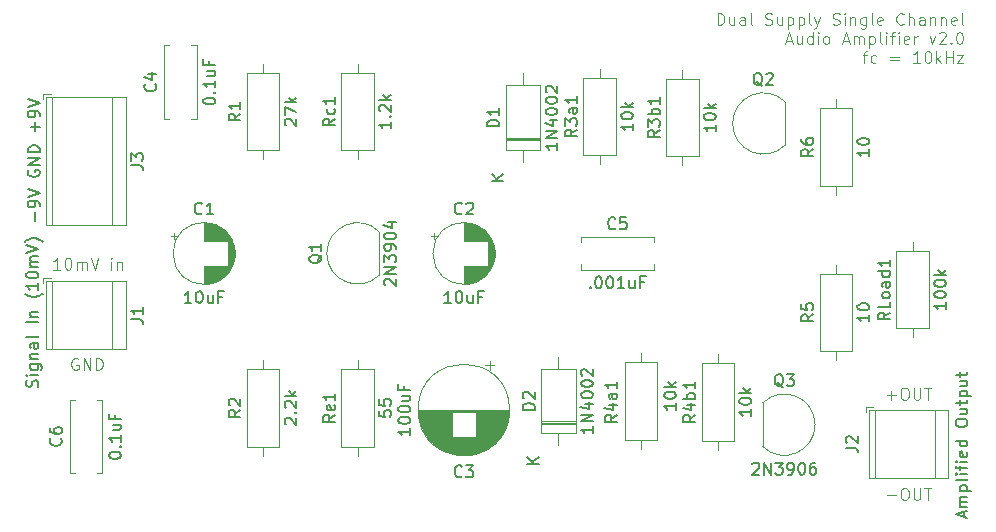
<source format=gbr>
%TF.GenerationSoftware,KiCad,Pcbnew,7.0.11-7.0.11~ubuntu20.04.1*%
%TF.CreationDate,2024-05-02T12:54:14-04:00*%
%TF.ProjectId,AudioAmpEELv2,41756469-6f41-46d7-9045-454c76322e6b,rev?*%
%TF.SameCoordinates,Original*%
%TF.FileFunction,Legend,Top*%
%TF.FilePolarity,Positive*%
%FSLAX46Y46*%
G04 Gerber Fmt 4.6, Leading zero omitted, Abs format (unit mm)*
G04 Created by KiCad (PCBNEW 7.0.11-7.0.11~ubuntu20.04.1) date 2024-05-02 12:54:14*
%MOMM*%
%LPD*%
G01*
G04 APERTURE LIST*
%ADD10C,0.100000*%
%ADD11C,0.150000*%
%ADD12C,0.120000*%
G04 APERTURE END LIST*
D10*
X108327693Y-101920038D02*
X108232455Y-101872419D01*
X108232455Y-101872419D02*
X108089598Y-101872419D01*
X108089598Y-101872419D02*
X107946741Y-101920038D01*
X107946741Y-101920038D02*
X107851503Y-102015276D01*
X107851503Y-102015276D02*
X107803884Y-102110514D01*
X107803884Y-102110514D02*
X107756265Y-102300990D01*
X107756265Y-102300990D02*
X107756265Y-102443847D01*
X107756265Y-102443847D02*
X107803884Y-102634323D01*
X107803884Y-102634323D02*
X107851503Y-102729561D01*
X107851503Y-102729561D02*
X107946741Y-102824800D01*
X107946741Y-102824800D02*
X108089598Y-102872419D01*
X108089598Y-102872419D02*
X108184836Y-102872419D01*
X108184836Y-102872419D02*
X108327693Y-102824800D01*
X108327693Y-102824800D02*
X108375312Y-102777180D01*
X108375312Y-102777180D02*
X108375312Y-102443847D01*
X108375312Y-102443847D02*
X108184836Y-102443847D01*
X108803884Y-102872419D02*
X108803884Y-101872419D01*
X108803884Y-101872419D02*
X109375312Y-102872419D01*
X109375312Y-102872419D02*
X109375312Y-101872419D01*
X109851503Y-102872419D02*
X109851503Y-101872419D01*
X109851503Y-101872419D02*
X110089598Y-101872419D01*
X110089598Y-101872419D02*
X110232455Y-101920038D01*
X110232455Y-101920038D02*
X110327693Y-102015276D01*
X110327693Y-102015276D02*
X110375312Y-102110514D01*
X110375312Y-102110514D02*
X110422931Y-102300990D01*
X110422931Y-102300990D02*
X110422931Y-102443847D01*
X110422931Y-102443847D02*
X110375312Y-102634323D01*
X110375312Y-102634323D02*
X110327693Y-102729561D01*
X110327693Y-102729561D02*
X110232455Y-102824800D01*
X110232455Y-102824800D02*
X110089598Y-102872419D01*
X110089598Y-102872419D02*
X109851503Y-102872419D01*
X176803884Y-104991466D02*
X177565789Y-104991466D01*
X177184836Y-105372419D02*
X177184836Y-104610514D01*
X178232455Y-104372419D02*
X178422931Y-104372419D01*
X178422931Y-104372419D02*
X178518169Y-104420038D01*
X178518169Y-104420038D02*
X178613407Y-104515276D01*
X178613407Y-104515276D02*
X178661026Y-104705752D01*
X178661026Y-104705752D02*
X178661026Y-105039085D01*
X178661026Y-105039085D02*
X178613407Y-105229561D01*
X178613407Y-105229561D02*
X178518169Y-105324800D01*
X178518169Y-105324800D02*
X178422931Y-105372419D01*
X178422931Y-105372419D02*
X178232455Y-105372419D01*
X178232455Y-105372419D02*
X178137217Y-105324800D01*
X178137217Y-105324800D02*
X178041979Y-105229561D01*
X178041979Y-105229561D02*
X177994360Y-105039085D01*
X177994360Y-105039085D02*
X177994360Y-104705752D01*
X177994360Y-104705752D02*
X178041979Y-104515276D01*
X178041979Y-104515276D02*
X178137217Y-104420038D01*
X178137217Y-104420038D02*
X178232455Y-104372419D01*
X179089598Y-104372419D02*
X179089598Y-105181942D01*
X179089598Y-105181942D02*
X179137217Y-105277180D01*
X179137217Y-105277180D02*
X179184836Y-105324800D01*
X179184836Y-105324800D02*
X179280074Y-105372419D01*
X179280074Y-105372419D02*
X179470550Y-105372419D01*
X179470550Y-105372419D02*
X179565788Y-105324800D01*
X179565788Y-105324800D02*
X179613407Y-105277180D01*
X179613407Y-105277180D02*
X179661026Y-105181942D01*
X179661026Y-105181942D02*
X179661026Y-104372419D01*
X179994360Y-104372419D02*
X180565788Y-104372419D01*
X180280074Y-105372419D02*
X180280074Y-104372419D01*
X176803884Y-113491466D02*
X177565789Y-113491466D01*
X178232455Y-112872419D02*
X178422931Y-112872419D01*
X178422931Y-112872419D02*
X178518169Y-112920038D01*
X178518169Y-112920038D02*
X178613407Y-113015276D01*
X178613407Y-113015276D02*
X178661026Y-113205752D01*
X178661026Y-113205752D02*
X178661026Y-113539085D01*
X178661026Y-113539085D02*
X178613407Y-113729561D01*
X178613407Y-113729561D02*
X178518169Y-113824800D01*
X178518169Y-113824800D02*
X178422931Y-113872419D01*
X178422931Y-113872419D02*
X178232455Y-113872419D01*
X178232455Y-113872419D02*
X178137217Y-113824800D01*
X178137217Y-113824800D02*
X178041979Y-113729561D01*
X178041979Y-113729561D02*
X177994360Y-113539085D01*
X177994360Y-113539085D02*
X177994360Y-113205752D01*
X177994360Y-113205752D02*
X178041979Y-113015276D01*
X178041979Y-113015276D02*
X178137217Y-112920038D01*
X178137217Y-112920038D02*
X178232455Y-112872419D01*
X179089598Y-112872419D02*
X179089598Y-113681942D01*
X179089598Y-113681942D02*
X179137217Y-113777180D01*
X179137217Y-113777180D02*
X179184836Y-113824800D01*
X179184836Y-113824800D02*
X179280074Y-113872419D01*
X179280074Y-113872419D02*
X179470550Y-113872419D01*
X179470550Y-113872419D02*
X179565788Y-113824800D01*
X179565788Y-113824800D02*
X179613407Y-113777180D01*
X179613407Y-113777180D02*
X179661026Y-113681942D01*
X179661026Y-113681942D02*
X179661026Y-112872419D01*
X179994360Y-112872419D02*
X180565788Y-112872419D01*
X180280074Y-113872419D02*
X180280074Y-112872419D01*
X106827693Y-94372419D02*
X106256265Y-94372419D01*
X106541979Y-94372419D02*
X106541979Y-93372419D01*
X106541979Y-93372419D02*
X106446741Y-93515276D01*
X106446741Y-93515276D02*
X106351503Y-93610514D01*
X106351503Y-93610514D02*
X106256265Y-93658133D01*
X107446741Y-93372419D02*
X107541979Y-93372419D01*
X107541979Y-93372419D02*
X107637217Y-93420038D01*
X107637217Y-93420038D02*
X107684836Y-93467657D01*
X107684836Y-93467657D02*
X107732455Y-93562895D01*
X107732455Y-93562895D02*
X107780074Y-93753371D01*
X107780074Y-93753371D02*
X107780074Y-93991466D01*
X107780074Y-93991466D02*
X107732455Y-94181942D01*
X107732455Y-94181942D02*
X107684836Y-94277180D01*
X107684836Y-94277180D02*
X107637217Y-94324800D01*
X107637217Y-94324800D02*
X107541979Y-94372419D01*
X107541979Y-94372419D02*
X107446741Y-94372419D01*
X107446741Y-94372419D02*
X107351503Y-94324800D01*
X107351503Y-94324800D02*
X107303884Y-94277180D01*
X107303884Y-94277180D02*
X107256265Y-94181942D01*
X107256265Y-94181942D02*
X107208646Y-93991466D01*
X107208646Y-93991466D02*
X107208646Y-93753371D01*
X107208646Y-93753371D02*
X107256265Y-93562895D01*
X107256265Y-93562895D02*
X107303884Y-93467657D01*
X107303884Y-93467657D02*
X107351503Y-93420038D01*
X107351503Y-93420038D02*
X107446741Y-93372419D01*
X108208646Y-94372419D02*
X108208646Y-93705752D01*
X108208646Y-93800990D02*
X108256265Y-93753371D01*
X108256265Y-93753371D02*
X108351503Y-93705752D01*
X108351503Y-93705752D02*
X108494360Y-93705752D01*
X108494360Y-93705752D02*
X108589598Y-93753371D01*
X108589598Y-93753371D02*
X108637217Y-93848609D01*
X108637217Y-93848609D02*
X108637217Y-94372419D01*
X108637217Y-93848609D02*
X108684836Y-93753371D01*
X108684836Y-93753371D02*
X108780074Y-93705752D01*
X108780074Y-93705752D02*
X108922931Y-93705752D01*
X108922931Y-93705752D02*
X109018170Y-93753371D01*
X109018170Y-93753371D02*
X109065789Y-93848609D01*
X109065789Y-93848609D02*
X109065789Y-94372419D01*
X109399122Y-93372419D02*
X109732455Y-94372419D01*
X109732455Y-94372419D02*
X110065788Y-93372419D01*
X111161027Y-94372419D02*
X111161027Y-93705752D01*
X111161027Y-93372419D02*
X111113408Y-93420038D01*
X111113408Y-93420038D02*
X111161027Y-93467657D01*
X111161027Y-93467657D02*
X111208646Y-93420038D01*
X111208646Y-93420038D02*
X111161027Y-93372419D01*
X111161027Y-93372419D02*
X111161027Y-93467657D01*
X111637217Y-93705752D02*
X111637217Y-94372419D01*
X111637217Y-93800990D02*
X111684836Y-93753371D01*
X111684836Y-93753371D02*
X111780074Y-93705752D01*
X111780074Y-93705752D02*
X111922931Y-93705752D01*
X111922931Y-93705752D02*
X112018169Y-93753371D01*
X112018169Y-93753371D02*
X112065788Y-93848609D01*
X112065788Y-93848609D02*
X112065788Y-94372419D01*
X162481826Y-73652419D02*
X162481826Y-72652419D01*
X162481826Y-72652419D02*
X162719921Y-72652419D01*
X162719921Y-72652419D02*
X162862778Y-72700038D01*
X162862778Y-72700038D02*
X162958016Y-72795276D01*
X162958016Y-72795276D02*
X163005635Y-72890514D01*
X163005635Y-72890514D02*
X163053254Y-73080990D01*
X163053254Y-73080990D02*
X163053254Y-73223847D01*
X163053254Y-73223847D02*
X163005635Y-73414323D01*
X163005635Y-73414323D02*
X162958016Y-73509561D01*
X162958016Y-73509561D02*
X162862778Y-73604800D01*
X162862778Y-73604800D02*
X162719921Y-73652419D01*
X162719921Y-73652419D02*
X162481826Y-73652419D01*
X163910397Y-72985752D02*
X163910397Y-73652419D01*
X163481826Y-72985752D02*
X163481826Y-73509561D01*
X163481826Y-73509561D02*
X163529445Y-73604800D01*
X163529445Y-73604800D02*
X163624683Y-73652419D01*
X163624683Y-73652419D02*
X163767540Y-73652419D01*
X163767540Y-73652419D02*
X163862778Y-73604800D01*
X163862778Y-73604800D02*
X163910397Y-73557180D01*
X164815159Y-73652419D02*
X164815159Y-73128609D01*
X164815159Y-73128609D02*
X164767540Y-73033371D01*
X164767540Y-73033371D02*
X164672302Y-72985752D01*
X164672302Y-72985752D02*
X164481826Y-72985752D01*
X164481826Y-72985752D02*
X164386588Y-73033371D01*
X164815159Y-73604800D02*
X164719921Y-73652419D01*
X164719921Y-73652419D02*
X164481826Y-73652419D01*
X164481826Y-73652419D02*
X164386588Y-73604800D01*
X164386588Y-73604800D02*
X164338969Y-73509561D01*
X164338969Y-73509561D02*
X164338969Y-73414323D01*
X164338969Y-73414323D02*
X164386588Y-73319085D01*
X164386588Y-73319085D02*
X164481826Y-73271466D01*
X164481826Y-73271466D02*
X164719921Y-73271466D01*
X164719921Y-73271466D02*
X164815159Y-73223847D01*
X165434207Y-73652419D02*
X165338969Y-73604800D01*
X165338969Y-73604800D02*
X165291350Y-73509561D01*
X165291350Y-73509561D02*
X165291350Y-72652419D01*
X166529446Y-73604800D02*
X166672303Y-73652419D01*
X166672303Y-73652419D02*
X166910398Y-73652419D01*
X166910398Y-73652419D02*
X167005636Y-73604800D01*
X167005636Y-73604800D02*
X167053255Y-73557180D01*
X167053255Y-73557180D02*
X167100874Y-73461942D01*
X167100874Y-73461942D02*
X167100874Y-73366704D01*
X167100874Y-73366704D02*
X167053255Y-73271466D01*
X167053255Y-73271466D02*
X167005636Y-73223847D01*
X167005636Y-73223847D02*
X166910398Y-73176228D01*
X166910398Y-73176228D02*
X166719922Y-73128609D01*
X166719922Y-73128609D02*
X166624684Y-73080990D01*
X166624684Y-73080990D02*
X166577065Y-73033371D01*
X166577065Y-73033371D02*
X166529446Y-72938133D01*
X166529446Y-72938133D02*
X166529446Y-72842895D01*
X166529446Y-72842895D02*
X166577065Y-72747657D01*
X166577065Y-72747657D02*
X166624684Y-72700038D01*
X166624684Y-72700038D02*
X166719922Y-72652419D01*
X166719922Y-72652419D02*
X166958017Y-72652419D01*
X166958017Y-72652419D02*
X167100874Y-72700038D01*
X167958017Y-72985752D02*
X167958017Y-73652419D01*
X167529446Y-72985752D02*
X167529446Y-73509561D01*
X167529446Y-73509561D02*
X167577065Y-73604800D01*
X167577065Y-73604800D02*
X167672303Y-73652419D01*
X167672303Y-73652419D02*
X167815160Y-73652419D01*
X167815160Y-73652419D02*
X167910398Y-73604800D01*
X167910398Y-73604800D02*
X167958017Y-73557180D01*
X168434208Y-72985752D02*
X168434208Y-73985752D01*
X168434208Y-73033371D02*
X168529446Y-72985752D01*
X168529446Y-72985752D02*
X168719922Y-72985752D01*
X168719922Y-72985752D02*
X168815160Y-73033371D01*
X168815160Y-73033371D02*
X168862779Y-73080990D01*
X168862779Y-73080990D02*
X168910398Y-73176228D01*
X168910398Y-73176228D02*
X168910398Y-73461942D01*
X168910398Y-73461942D02*
X168862779Y-73557180D01*
X168862779Y-73557180D02*
X168815160Y-73604800D01*
X168815160Y-73604800D02*
X168719922Y-73652419D01*
X168719922Y-73652419D02*
X168529446Y-73652419D01*
X168529446Y-73652419D02*
X168434208Y-73604800D01*
X169338970Y-72985752D02*
X169338970Y-73985752D01*
X169338970Y-73033371D02*
X169434208Y-72985752D01*
X169434208Y-72985752D02*
X169624684Y-72985752D01*
X169624684Y-72985752D02*
X169719922Y-73033371D01*
X169719922Y-73033371D02*
X169767541Y-73080990D01*
X169767541Y-73080990D02*
X169815160Y-73176228D01*
X169815160Y-73176228D02*
X169815160Y-73461942D01*
X169815160Y-73461942D02*
X169767541Y-73557180D01*
X169767541Y-73557180D02*
X169719922Y-73604800D01*
X169719922Y-73604800D02*
X169624684Y-73652419D01*
X169624684Y-73652419D02*
X169434208Y-73652419D01*
X169434208Y-73652419D02*
X169338970Y-73604800D01*
X170386589Y-73652419D02*
X170291351Y-73604800D01*
X170291351Y-73604800D02*
X170243732Y-73509561D01*
X170243732Y-73509561D02*
X170243732Y-72652419D01*
X170672304Y-72985752D02*
X170910399Y-73652419D01*
X171148494Y-72985752D02*
X170910399Y-73652419D01*
X170910399Y-73652419D02*
X170815161Y-73890514D01*
X170815161Y-73890514D02*
X170767542Y-73938133D01*
X170767542Y-73938133D02*
X170672304Y-73985752D01*
X172243733Y-73604800D02*
X172386590Y-73652419D01*
X172386590Y-73652419D02*
X172624685Y-73652419D01*
X172624685Y-73652419D02*
X172719923Y-73604800D01*
X172719923Y-73604800D02*
X172767542Y-73557180D01*
X172767542Y-73557180D02*
X172815161Y-73461942D01*
X172815161Y-73461942D02*
X172815161Y-73366704D01*
X172815161Y-73366704D02*
X172767542Y-73271466D01*
X172767542Y-73271466D02*
X172719923Y-73223847D01*
X172719923Y-73223847D02*
X172624685Y-73176228D01*
X172624685Y-73176228D02*
X172434209Y-73128609D01*
X172434209Y-73128609D02*
X172338971Y-73080990D01*
X172338971Y-73080990D02*
X172291352Y-73033371D01*
X172291352Y-73033371D02*
X172243733Y-72938133D01*
X172243733Y-72938133D02*
X172243733Y-72842895D01*
X172243733Y-72842895D02*
X172291352Y-72747657D01*
X172291352Y-72747657D02*
X172338971Y-72700038D01*
X172338971Y-72700038D02*
X172434209Y-72652419D01*
X172434209Y-72652419D02*
X172672304Y-72652419D01*
X172672304Y-72652419D02*
X172815161Y-72700038D01*
X173243733Y-73652419D02*
X173243733Y-72985752D01*
X173243733Y-72652419D02*
X173196114Y-72700038D01*
X173196114Y-72700038D02*
X173243733Y-72747657D01*
X173243733Y-72747657D02*
X173291352Y-72700038D01*
X173291352Y-72700038D02*
X173243733Y-72652419D01*
X173243733Y-72652419D02*
X173243733Y-72747657D01*
X173719923Y-72985752D02*
X173719923Y-73652419D01*
X173719923Y-73080990D02*
X173767542Y-73033371D01*
X173767542Y-73033371D02*
X173862780Y-72985752D01*
X173862780Y-72985752D02*
X174005637Y-72985752D01*
X174005637Y-72985752D02*
X174100875Y-73033371D01*
X174100875Y-73033371D02*
X174148494Y-73128609D01*
X174148494Y-73128609D02*
X174148494Y-73652419D01*
X175053256Y-72985752D02*
X175053256Y-73795276D01*
X175053256Y-73795276D02*
X175005637Y-73890514D01*
X175005637Y-73890514D02*
X174958018Y-73938133D01*
X174958018Y-73938133D02*
X174862780Y-73985752D01*
X174862780Y-73985752D02*
X174719923Y-73985752D01*
X174719923Y-73985752D02*
X174624685Y-73938133D01*
X175053256Y-73604800D02*
X174958018Y-73652419D01*
X174958018Y-73652419D02*
X174767542Y-73652419D01*
X174767542Y-73652419D02*
X174672304Y-73604800D01*
X174672304Y-73604800D02*
X174624685Y-73557180D01*
X174624685Y-73557180D02*
X174577066Y-73461942D01*
X174577066Y-73461942D02*
X174577066Y-73176228D01*
X174577066Y-73176228D02*
X174624685Y-73080990D01*
X174624685Y-73080990D02*
X174672304Y-73033371D01*
X174672304Y-73033371D02*
X174767542Y-72985752D01*
X174767542Y-72985752D02*
X174958018Y-72985752D01*
X174958018Y-72985752D02*
X175053256Y-73033371D01*
X175672304Y-73652419D02*
X175577066Y-73604800D01*
X175577066Y-73604800D02*
X175529447Y-73509561D01*
X175529447Y-73509561D02*
X175529447Y-72652419D01*
X176434209Y-73604800D02*
X176338971Y-73652419D01*
X176338971Y-73652419D02*
X176148495Y-73652419D01*
X176148495Y-73652419D02*
X176053257Y-73604800D01*
X176053257Y-73604800D02*
X176005638Y-73509561D01*
X176005638Y-73509561D02*
X176005638Y-73128609D01*
X176005638Y-73128609D02*
X176053257Y-73033371D01*
X176053257Y-73033371D02*
X176148495Y-72985752D01*
X176148495Y-72985752D02*
X176338971Y-72985752D01*
X176338971Y-72985752D02*
X176434209Y-73033371D01*
X176434209Y-73033371D02*
X176481828Y-73128609D01*
X176481828Y-73128609D02*
X176481828Y-73223847D01*
X176481828Y-73223847D02*
X176005638Y-73319085D01*
X178243733Y-73557180D02*
X178196114Y-73604800D01*
X178196114Y-73604800D02*
X178053257Y-73652419D01*
X178053257Y-73652419D02*
X177958019Y-73652419D01*
X177958019Y-73652419D02*
X177815162Y-73604800D01*
X177815162Y-73604800D02*
X177719924Y-73509561D01*
X177719924Y-73509561D02*
X177672305Y-73414323D01*
X177672305Y-73414323D02*
X177624686Y-73223847D01*
X177624686Y-73223847D02*
X177624686Y-73080990D01*
X177624686Y-73080990D02*
X177672305Y-72890514D01*
X177672305Y-72890514D02*
X177719924Y-72795276D01*
X177719924Y-72795276D02*
X177815162Y-72700038D01*
X177815162Y-72700038D02*
X177958019Y-72652419D01*
X177958019Y-72652419D02*
X178053257Y-72652419D01*
X178053257Y-72652419D02*
X178196114Y-72700038D01*
X178196114Y-72700038D02*
X178243733Y-72747657D01*
X178672305Y-73652419D02*
X178672305Y-72652419D01*
X179100876Y-73652419D02*
X179100876Y-73128609D01*
X179100876Y-73128609D02*
X179053257Y-73033371D01*
X179053257Y-73033371D02*
X178958019Y-72985752D01*
X178958019Y-72985752D02*
X178815162Y-72985752D01*
X178815162Y-72985752D02*
X178719924Y-73033371D01*
X178719924Y-73033371D02*
X178672305Y-73080990D01*
X180005638Y-73652419D02*
X180005638Y-73128609D01*
X180005638Y-73128609D02*
X179958019Y-73033371D01*
X179958019Y-73033371D02*
X179862781Y-72985752D01*
X179862781Y-72985752D02*
X179672305Y-72985752D01*
X179672305Y-72985752D02*
X179577067Y-73033371D01*
X180005638Y-73604800D02*
X179910400Y-73652419D01*
X179910400Y-73652419D02*
X179672305Y-73652419D01*
X179672305Y-73652419D02*
X179577067Y-73604800D01*
X179577067Y-73604800D02*
X179529448Y-73509561D01*
X179529448Y-73509561D02*
X179529448Y-73414323D01*
X179529448Y-73414323D02*
X179577067Y-73319085D01*
X179577067Y-73319085D02*
X179672305Y-73271466D01*
X179672305Y-73271466D02*
X179910400Y-73271466D01*
X179910400Y-73271466D02*
X180005638Y-73223847D01*
X180481829Y-72985752D02*
X180481829Y-73652419D01*
X180481829Y-73080990D02*
X180529448Y-73033371D01*
X180529448Y-73033371D02*
X180624686Y-72985752D01*
X180624686Y-72985752D02*
X180767543Y-72985752D01*
X180767543Y-72985752D02*
X180862781Y-73033371D01*
X180862781Y-73033371D02*
X180910400Y-73128609D01*
X180910400Y-73128609D02*
X180910400Y-73652419D01*
X181386591Y-72985752D02*
X181386591Y-73652419D01*
X181386591Y-73080990D02*
X181434210Y-73033371D01*
X181434210Y-73033371D02*
X181529448Y-72985752D01*
X181529448Y-72985752D02*
X181672305Y-72985752D01*
X181672305Y-72985752D02*
X181767543Y-73033371D01*
X181767543Y-73033371D02*
X181815162Y-73128609D01*
X181815162Y-73128609D02*
X181815162Y-73652419D01*
X182672305Y-73604800D02*
X182577067Y-73652419D01*
X182577067Y-73652419D02*
X182386591Y-73652419D01*
X182386591Y-73652419D02*
X182291353Y-73604800D01*
X182291353Y-73604800D02*
X182243734Y-73509561D01*
X182243734Y-73509561D02*
X182243734Y-73128609D01*
X182243734Y-73128609D02*
X182291353Y-73033371D01*
X182291353Y-73033371D02*
X182386591Y-72985752D01*
X182386591Y-72985752D02*
X182577067Y-72985752D01*
X182577067Y-72985752D02*
X182672305Y-73033371D01*
X182672305Y-73033371D02*
X182719924Y-73128609D01*
X182719924Y-73128609D02*
X182719924Y-73223847D01*
X182719924Y-73223847D02*
X182243734Y-73319085D01*
X183291353Y-73652419D02*
X183196115Y-73604800D01*
X183196115Y-73604800D02*
X183148496Y-73509561D01*
X183148496Y-73509561D02*
X183148496Y-72652419D01*
X168291353Y-74976704D02*
X168767543Y-74976704D01*
X168196115Y-75262419D02*
X168529448Y-74262419D01*
X168529448Y-74262419D02*
X168862781Y-75262419D01*
X169624686Y-74595752D02*
X169624686Y-75262419D01*
X169196115Y-74595752D02*
X169196115Y-75119561D01*
X169196115Y-75119561D02*
X169243734Y-75214800D01*
X169243734Y-75214800D02*
X169338972Y-75262419D01*
X169338972Y-75262419D02*
X169481829Y-75262419D01*
X169481829Y-75262419D02*
X169577067Y-75214800D01*
X169577067Y-75214800D02*
X169624686Y-75167180D01*
X170529448Y-75262419D02*
X170529448Y-74262419D01*
X170529448Y-75214800D02*
X170434210Y-75262419D01*
X170434210Y-75262419D02*
X170243734Y-75262419D01*
X170243734Y-75262419D02*
X170148496Y-75214800D01*
X170148496Y-75214800D02*
X170100877Y-75167180D01*
X170100877Y-75167180D02*
X170053258Y-75071942D01*
X170053258Y-75071942D02*
X170053258Y-74786228D01*
X170053258Y-74786228D02*
X170100877Y-74690990D01*
X170100877Y-74690990D02*
X170148496Y-74643371D01*
X170148496Y-74643371D02*
X170243734Y-74595752D01*
X170243734Y-74595752D02*
X170434210Y-74595752D01*
X170434210Y-74595752D02*
X170529448Y-74643371D01*
X171005639Y-75262419D02*
X171005639Y-74595752D01*
X171005639Y-74262419D02*
X170958020Y-74310038D01*
X170958020Y-74310038D02*
X171005639Y-74357657D01*
X171005639Y-74357657D02*
X171053258Y-74310038D01*
X171053258Y-74310038D02*
X171005639Y-74262419D01*
X171005639Y-74262419D02*
X171005639Y-74357657D01*
X171624686Y-75262419D02*
X171529448Y-75214800D01*
X171529448Y-75214800D02*
X171481829Y-75167180D01*
X171481829Y-75167180D02*
X171434210Y-75071942D01*
X171434210Y-75071942D02*
X171434210Y-74786228D01*
X171434210Y-74786228D02*
X171481829Y-74690990D01*
X171481829Y-74690990D02*
X171529448Y-74643371D01*
X171529448Y-74643371D02*
X171624686Y-74595752D01*
X171624686Y-74595752D02*
X171767543Y-74595752D01*
X171767543Y-74595752D02*
X171862781Y-74643371D01*
X171862781Y-74643371D02*
X171910400Y-74690990D01*
X171910400Y-74690990D02*
X171958019Y-74786228D01*
X171958019Y-74786228D02*
X171958019Y-75071942D01*
X171958019Y-75071942D02*
X171910400Y-75167180D01*
X171910400Y-75167180D02*
X171862781Y-75214800D01*
X171862781Y-75214800D02*
X171767543Y-75262419D01*
X171767543Y-75262419D02*
X171624686Y-75262419D01*
X173100877Y-74976704D02*
X173577067Y-74976704D01*
X173005639Y-75262419D02*
X173338972Y-74262419D01*
X173338972Y-74262419D02*
X173672305Y-75262419D01*
X174005639Y-75262419D02*
X174005639Y-74595752D01*
X174005639Y-74690990D02*
X174053258Y-74643371D01*
X174053258Y-74643371D02*
X174148496Y-74595752D01*
X174148496Y-74595752D02*
X174291353Y-74595752D01*
X174291353Y-74595752D02*
X174386591Y-74643371D01*
X174386591Y-74643371D02*
X174434210Y-74738609D01*
X174434210Y-74738609D02*
X174434210Y-75262419D01*
X174434210Y-74738609D02*
X174481829Y-74643371D01*
X174481829Y-74643371D02*
X174577067Y-74595752D01*
X174577067Y-74595752D02*
X174719924Y-74595752D01*
X174719924Y-74595752D02*
X174815163Y-74643371D01*
X174815163Y-74643371D02*
X174862782Y-74738609D01*
X174862782Y-74738609D02*
X174862782Y-75262419D01*
X175338972Y-74595752D02*
X175338972Y-75595752D01*
X175338972Y-74643371D02*
X175434210Y-74595752D01*
X175434210Y-74595752D02*
X175624686Y-74595752D01*
X175624686Y-74595752D02*
X175719924Y-74643371D01*
X175719924Y-74643371D02*
X175767543Y-74690990D01*
X175767543Y-74690990D02*
X175815162Y-74786228D01*
X175815162Y-74786228D02*
X175815162Y-75071942D01*
X175815162Y-75071942D02*
X175767543Y-75167180D01*
X175767543Y-75167180D02*
X175719924Y-75214800D01*
X175719924Y-75214800D02*
X175624686Y-75262419D01*
X175624686Y-75262419D02*
X175434210Y-75262419D01*
X175434210Y-75262419D02*
X175338972Y-75214800D01*
X176386591Y-75262419D02*
X176291353Y-75214800D01*
X176291353Y-75214800D02*
X176243734Y-75119561D01*
X176243734Y-75119561D02*
X176243734Y-74262419D01*
X176767544Y-75262419D02*
X176767544Y-74595752D01*
X176767544Y-74262419D02*
X176719925Y-74310038D01*
X176719925Y-74310038D02*
X176767544Y-74357657D01*
X176767544Y-74357657D02*
X176815163Y-74310038D01*
X176815163Y-74310038D02*
X176767544Y-74262419D01*
X176767544Y-74262419D02*
X176767544Y-74357657D01*
X177100877Y-74595752D02*
X177481829Y-74595752D01*
X177243734Y-75262419D02*
X177243734Y-74405276D01*
X177243734Y-74405276D02*
X177291353Y-74310038D01*
X177291353Y-74310038D02*
X177386591Y-74262419D01*
X177386591Y-74262419D02*
X177481829Y-74262419D01*
X177815163Y-75262419D02*
X177815163Y-74595752D01*
X177815163Y-74262419D02*
X177767544Y-74310038D01*
X177767544Y-74310038D02*
X177815163Y-74357657D01*
X177815163Y-74357657D02*
X177862782Y-74310038D01*
X177862782Y-74310038D02*
X177815163Y-74262419D01*
X177815163Y-74262419D02*
X177815163Y-74357657D01*
X178672305Y-75214800D02*
X178577067Y-75262419D01*
X178577067Y-75262419D02*
X178386591Y-75262419D01*
X178386591Y-75262419D02*
X178291353Y-75214800D01*
X178291353Y-75214800D02*
X178243734Y-75119561D01*
X178243734Y-75119561D02*
X178243734Y-74738609D01*
X178243734Y-74738609D02*
X178291353Y-74643371D01*
X178291353Y-74643371D02*
X178386591Y-74595752D01*
X178386591Y-74595752D02*
X178577067Y-74595752D01*
X178577067Y-74595752D02*
X178672305Y-74643371D01*
X178672305Y-74643371D02*
X178719924Y-74738609D01*
X178719924Y-74738609D02*
X178719924Y-74833847D01*
X178719924Y-74833847D02*
X178243734Y-74929085D01*
X179148496Y-75262419D02*
X179148496Y-74595752D01*
X179148496Y-74786228D02*
X179196115Y-74690990D01*
X179196115Y-74690990D02*
X179243734Y-74643371D01*
X179243734Y-74643371D02*
X179338972Y-74595752D01*
X179338972Y-74595752D02*
X179434210Y-74595752D01*
X180434211Y-74595752D02*
X180672306Y-75262419D01*
X180672306Y-75262419D02*
X180910401Y-74595752D01*
X181243735Y-74357657D02*
X181291354Y-74310038D01*
X181291354Y-74310038D02*
X181386592Y-74262419D01*
X181386592Y-74262419D02*
X181624687Y-74262419D01*
X181624687Y-74262419D02*
X181719925Y-74310038D01*
X181719925Y-74310038D02*
X181767544Y-74357657D01*
X181767544Y-74357657D02*
X181815163Y-74452895D01*
X181815163Y-74452895D02*
X181815163Y-74548133D01*
X181815163Y-74548133D02*
X181767544Y-74690990D01*
X181767544Y-74690990D02*
X181196116Y-75262419D01*
X181196116Y-75262419D02*
X181815163Y-75262419D01*
X182243735Y-75167180D02*
X182291354Y-75214800D01*
X182291354Y-75214800D02*
X182243735Y-75262419D01*
X182243735Y-75262419D02*
X182196116Y-75214800D01*
X182196116Y-75214800D02*
X182243735Y-75167180D01*
X182243735Y-75167180D02*
X182243735Y-75262419D01*
X182910401Y-74262419D02*
X183005639Y-74262419D01*
X183005639Y-74262419D02*
X183100877Y-74310038D01*
X183100877Y-74310038D02*
X183148496Y-74357657D01*
X183148496Y-74357657D02*
X183196115Y-74452895D01*
X183196115Y-74452895D02*
X183243734Y-74643371D01*
X183243734Y-74643371D02*
X183243734Y-74881466D01*
X183243734Y-74881466D02*
X183196115Y-75071942D01*
X183196115Y-75071942D02*
X183148496Y-75167180D01*
X183148496Y-75167180D02*
X183100877Y-75214800D01*
X183100877Y-75214800D02*
X183005639Y-75262419D01*
X183005639Y-75262419D02*
X182910401Y-75262419D01*
X182910401Y-75262419D02*
X182815163Y-75214800D01*
X182815163Y-75214800D02*
X182767544Y-75167180D01*
X182767544Y-75167180D02*
X182719925Y-75071942D01*
X182719925Y-75071942D02*
X182672306Y-74881466D01*
X182672306Y-74881466D02*
X182672306Y-74643371D01*
X182672306Y-74643371D02*
X182719925Y-74452895D01*
X182719925Y-74452895D02*
X182767544Y-74357657D01*
X182767544Y-74357657D02*
X182815163Y-74310038D01*
X182815163Y-74310038D02*
X182910401Y-74262419D01*
X174767543Y-76205752D02*
X175148495Y-76205752D01*
X174910400Y-76872419D02*
X174910400Y-76015276D01*
X174910400Y-76015276D02*
X174958019Y-75920038D01*
X174958019Y-75920038D02*
X175053257Y-75872419D01*
X175053257Y-75872419D02*
X175148495Y-75872419D01*
X175910400Y-76824800D02*
X175815162Y-76872419D01*
X175815162Y-76872419D02*
X175624686Y-76872419D01*
X175624686Y-76872419D02*
X175529448Y-76824800D01*
X175529448Y-76824800D02*
X175481829Y-76777180D01*
X175481829Y-76777180D02*
X175434210Y-76681942D01*
X175434210Y-76681942D02*
X175434210Y-76396228D01*
X175434210Y-76396228D02*
X175481829Y-76300990D01*
X175481829Y-76300990D02*
X175529448Y-76253371D01*
X175529448Y-76253371D02*
X175624686Y-76205752D01*
X175624686Y-76205752D02*
X175815162Y-76205752D01*
X175815162Y-76205752D02*
X175910400Y-76253371D01*
X177100877Y-76348609D02*
X177862782Y-76348609D01*
X177862782Y-76634323D02*
X177100877Y-76634323D01*
X179624686Y-76872419D02*
X179053258Y-76872419D01*
X179338972Y-76872419D02*
X179338972Y-75872419D01*
X179338972Y-75872419D02*
X179243734Y-76015276D01*
X179243734Y-76015276D02*
X179148496Y-76110514D01*
X179148496Y-76110514D02*
X179053258Y-76158133D01*
X180243734Y-75872419D02*
X180338972Y-75872419D01*
X180338972Y-75872419D02*
X180434210Y-75920038D01*
X180434210Y-75920038D02*
X180481829Y-75967657D01*
X180481829Y-75967657D02*
X180529448Y-76062895D01*
X180529448Y-76062895D02*
X180577067Y-76253371D01*
X180577067Y-76253371D02*
X180577067Y-76491466D01*
X180577067Y-76491466D02*
X180529448Y-76681942D01*
X180529448Y-76681942D02*
X180481829Y-76777180D01*
X180481829Y-76777180D02*
X180434210Y-76824800D01*
X180434210Y-76824800D02*
X180338972Y-76872419D01*
X180338972Y-76872419D02*
X180243734Y-76872419D01*
X180243734Y-76872419D02*
X180148496Y-76824800D01*
X180148496Y-76824800D02*
X180100877Y-76777180D01*
X180100877Y-76777180D02*
X180053258Y-76681942D01*
X180053258Y-76681942D02*
X180005639Y-76491466D01*
X180005639Y-76491466D02*
X180005639Y-76253371D01*
X180005639Y-76253371D02*
X180053258Y-76062895D01*
X180053258Y-76062895D02*
X180100877Y-75967657D01*
X180100877Y-75967657D02*
X180148496Y-75920038D01*
X180148496Y-75920038D02*
X180243734Y-75872419D01*
X181005639Y-76872419D02*
X181005639Y-75872419D01*
X181100877Y-76491466D02*
X181386591Y-76872419D01*
X181386591Y-76205752D02*
X181005639Y-76586704D01*
X181815163Y-76872419D02*
X181815163Y-75872419D01*
X181815163Y-76348609D02*
X182386591Y-76348609D01*
X182386591Y-76872419D02*
X182386591Y-75872419D01*
X182767544Y-76205752D02*
X183291353Y-76205752D01*
X183291353Y-76205752D02*
X182767544Y-76872419D01*
X182767544Y-76872419D02*
X183291353Y-76872419D01*
D11*
X140833333Y-89609580D02*
X140785714Y-89657200D01*
X140785714Y-89657200D02*
X140642857Y-89704819D01*
X140642857Y-89704819D02*
X140547619Y-89704819D01*
X140547619Y-89704819D02*
X140404762Y-89657200D01*
X140404762Y-89657200D02*
X140309524Y-89561961D01*
X140309524Y-89561961D02*
X140261905Y-89466723D01*
X140261905Y-89466723D02*
X140214286Y-89276247D01*
X140214286Y-89276247D02*
X140214286Y-89133390D01*
X140214286Y-89133390D02*
X140261905Y-88942914D01*
X140261905Y-88942914D02*
X140309524Y-88847676D01*
X140309524Y-88847676D02*
X140404762Y-88752438D01*
X140404762Y-88752438D02*
X140547619Y-88704819D01*
X140547619Y-88704819D02*
X140642857Y-88704819D01*
X140642857Y-88704819D02*
X140785714Y-88752438D01*
X140785714Y-88752438D02*
X140833333Y-88800057D01*
X141214286Y-88800057D02*
X141261905Y-88752438D01*
X141261905Y-88752438D02*
X141357143Y-88704819D01*
X141357143Y-88704819D02*
X141595238Y-88704819D01*
X141595238Y-88704819D02*
X141690476Y-88752438D01*
X141690476Y-88752438D02*
X141738095Y-88800057D01*
X141738095Y-88800057D02*
X141785714Y-88895295D01*
X141785714Y-88895295D02*
X141785714Y-88990533D01*
X141785714Y-88990533D02*
X141738095Y-89133390D01*
X141738095Y-89133390D02*
X141166667Y-89704819D01*
X141166667Y-89704819D02*
X141785714Y-89704819D01*
X139928571Y-97204819D02*
X139357143Y-97204819D01*
X139642857Y-97204819D02*
X139642857Y-96204819D01*
X139642857Y-96204819D02*
X139547619Y-96347676D01*
X139547619Y-96347676D02*
X139452381Y-96442914D01*
X139452381Y-96442914D02*
X139357143Y-96490533D01*
X140547619Y-96204819D02*
X140642857Y-96204819D01*
X140642857Y-96204819D02*
X140738095Y-96252438D01*
X140738095Y-96252438D02*
X140785714Y-96300057D01*
X140785714Y-96300057D02*
X140833333Y-96395295D01*
X140833333Y-96395295D02*
X140880952Y-96585771D01*
X140880952Y-96585771D02*
X140880952Y-96823866D01*
X140880952Y-96823866D02*
X140833333Y-97014342D01*
X140833333Y-97014342D02*
X140785714Y-97109580D01*
X140785714Y-97109580D02*
X140738095Y-97157200D01*
X140738095Y-97157200D02*
X140642857Y-97204819D01*
X140642857Y-97204819D02*
X140547619Y-97204819D01*
X140547619Y-97204819D02*
X140452381Y-97157200D01*
X140452381Y-97157200D02*
X140404762Y-97109580D01*
X140404762Y-97109580D02*
X140357143Y-97014342D01*
X140357143Y-97014342D02*
X140309524Y-96823866D01*
X140309524Y-96823866D02*
X140309524Y-96585771D01*
X140309524Y-96585771D02*
X140357143Y-96395295D01*
X140357143Y-96395295D02*
X140404762Y-96300057D01*
X140404762Y-96300057D02*
X140452381Y-96252438D01*
X140452381Y-96252438D02*
X140547619Y-96204819D01*
X141738095Y-96538152D02*
X141738095Y-97204819D01*
X141309524Y-96538152D02*
X141309524Y-97061961D01*
X141309524Y-97061961D02*
X141357143Y-97157200D01*
X141357143Y-97157200D02*
X141452381Y-97204819D01*
X141452381Y-97204819D02*
X141595238Y-97204819D01*
X141595238Y-97204819D02*
X141690476Y-97157200D01*
X141690476Y-97157200D02*
X141738095Y-97109580D01*
X142547619Y-96681009D02*
X142214286Y-96681009D01*
X142214286Y-97204819D02*
X142214286Y-96204819D01*
X142214286Y-96204819D02*
X142690476Y-96204819D01*
X150584819Y-82515238D02*
X150108628Y-82848571D01*
X150584819Y-83086666D02*
X149584819Y-83086666D01*
X149584819Y-83086666D02*
X149584819Y-82705714D01*
X149584819Y-82705714D02*
X149632438Y-82610476D01*
X149632438Y-82610476D02*
X149680057Y-82562857D01*
X149680057Y-82562857D02*
X149775295Y-82515238D01*
X149775295Y-82515238D02*
X149918152Y-82515238D01*
X149918152Y-82515238D02*
X150013390Y-82562857D01*
X150013390Y-82562857D02*
X150061009Y-82610476D01*
X150061009Y-82610476D02*
X150108628Y-82705714D01*
X150108628Y-82705714D02*
X150108628Y-83086666D01*
X149584819Y-82181904D02*
X149584819Y-81562857D01*
X149584819Y-81562857D02*
X149965771Y-81896190D01*
X149965771Y-81896190D02*
X149965771Y-81753333D01*
X149965771Y-81753333D02*
X150013390Y-81658095D01*
X150013390Y-81658095D02*
X150061009Y-81610476D01*
X150061009Y-81610476D02*
X150156247Y-81562857D01*
X150156247Y-81562857D02*
X150394342Y-81562857D01*
X150394342Y-81562857D02*
X150489580Y-81610476D01*
X150489580Y-81610476D02*
X150537200Y-81658095D01*
X150537200Y-81658095D02*
X150584819Y-81753333D01*
X150584819Y-81753333D02*
X150584819Y-82039047D01*
X150584819Y-82039047D02*
X150537200Y-82134285D01*
X150537200Y-82134285D02*
X150489580Y-82181904D01*
X150584819Y-80705714D02*
X150061009Y-80705714D01*
X150061009Y-80705714D02*
X149965771Y-80753333D01*
X149965771Y-80753333D02*
X149918152Y-80848571D01*
X149918152Y-80848571D02*
X149918152Y-81039047D01*
X149918152Y-81039047D02*
X149965771Y-81134285D01*
X150537200Y-80705714D02*
X150584819Y-80800952D01*
X150584819Y-80800952D02*
X150584819Y-81039047D01*
X150584819Y-81039047D02*
X150537200Y-81134285D01*
X150537200Y-81134285D02*
X150441961Y-81181904D01*
X150441961Y-81181904D02*
X150346723Y-81181904D01*
X150346723Y-81181904D02*
X150251485Y-81134285D01*
X150251485Y-81134285D02*
X150203866Y-81039047D01*
X150203866Y-81039047D02*
X150203866Y-80800952D01*
X150203866Y-80800952D02*
X150156247Y-80705714D01*
X150584819Y-79705714D02*
X150584819Y-80277142D01*
X150584819Y-79991428D02*
X149584819Y-79991428D01*
X149584819Y-79991428D02*
X149727676Y-80086666D01*
X149727676Y-80086666D02*
X149822914Y-80181904D01*
X149822914Y-80181904D02*
X149870533Y-80277142D01*
X155324819Y-82015238D02*
X155324819Y-82586666D01*
X155324819Y-82300952D02*
X154324819Y-82300952D01*
X154324819Y-82300952D02*
X154467676Y-82396190D01*
X154467676Y-82396190D02*
X154562914Y-82491428D01*
X154562914Y-82491428D02*
X154610533Y-82586666D01*
X154324819Y-81396190D02*
X154324819Y-81300952D01*
X154324819Y-81300952D02*
X154372438Y-81205714D01*
X154372438Y-81205714D02*
X154420057Y-81158095D01*
X154420057Y-81158095D02*
X154515295Y-81110476D01*
X154515295Y-81110476D02*
X154705771Y-81062857D01*
X154705771Y-81062857D02*
X154943866Y-81062857D01*
X154943866Y-81062857D02*
X155134342Y-81110476D01*
X155134342Y-81110476D02*
X155229580Y-81158095D01*
X155229580Y-81158095D02*
X155277200Y-81205714D01*
X155277200Y-81205714D02*
X155324819Y-81300952D01*
X155324819Y-81300952D02*
X155324819Y-81396190D01*
X155324819Y-81396190D02*
X155277200Y-81491428D01*
X155277200Y-81491428D02*
X155229580Y-81539047D01*
X155229580Y-81539047D02*
X155134342Y-81586666D01*
X155134342Y-81586666D02*
X154943866Y-81634285D01*
X154943866Y-81634285D02*
X154705771Y-81634285D01*
X154705771Y-81634285D02*
X154515295Y-81586666D01*
X154515295Y-81586666D02*
X154420057Y-81539047D01*
X154420057Y-81539047D02*
X154372438Y-81491428D01*
X154372438Y-81491428D02*
X154324819Y-81396190D01*
X155324819Y-80634285D02*
X154324819Y-80634285D01*
X154943866Y-80539047D02*
X155324819Y-80253333D01*
X154658152Y-80253333D02*
X155039104Y-80634285D01*
X146984819Y-106238094D02*
X145984819Y-106238094D01*
X145984819Y-106238094D02*
X145984819Y-105999999D01*
X145984819Y-105999999D02*
X146032438Y-105857142D01*
X146032438Y-105857142D02*
X146127676Y-105761904D01*
X146127676Y-105761904D02*
X146222914Y-105714285D01*
X146222914Y-105714285D02*
X146413390Y-105666666D01*
X146413390Y-105666666D02*
X146556247Y-105666666D01*
X146556247Y-105666666D02*
X146746723Y-105714285D01*
X146746723Y-105714285D02*
X146841961Y-105761904D01*
X146841961Y-105761904D02*
X146937200Y-105857142D01*
X146937200Y-105857142D02*
X146984819Y-105999999D01*
X146984819Y-105999999D02*
X146984819Y-106238094D01*
X146080057Y-105285713D02*
X146032438Y-105238094D01*
X146032438Y-105238094D02*
X145984819Y-105142856D01*
X145984819Y-105142856D02*
X145984819Y-104904761D01*
X145984819Y-104904761D02*
X146032438Y-104809523D01*
X146032438Y-104809523D02*
X146080057Y-104761904D01*
X146080057Y-104761904D02*
X146175295Y-104714285D01*
X146175295Y-104714285D02*
X146270533Y-104714285D01*
X146270533Y-104714285D02*
X146413390Y-104761904D01*
X146413390Y-104761904D02*
X146984819Y-105333332D01*
X146984819Y-105333332D02*
X146984819Y-104714285D01*
X151924819Y-107642857D02*
X151924819Y-108214285D01*
X151924819Y-107928571D02*
X150924819Y-107928571D01*
X150924819Y-107928571D02*
X151067676Y-108023809D01*
X151067676Y-108023809D02*
X151162914Y-108119047D01*
X151162914Y-108119047D02*
X151210533Y-108214285D01*
X151924819Y-107214285D02*
X150924819Y-107214285D01*
X150924819Y-107214285D02*
X151924819Y-106642857D01*
X151924819Y-106642857D02*
X150924819Y-106642857D01*
X151258152Y-105738095D02*
X151924819Y-105738095D01*
X150877200Y-105976190D02*
X151591485Y-106214285D01*
X151591485Y-106214285D02*
X151591485Y-105595238D01*
X150924819Y-105023809D02*
X150924819Y-104928571D01*
X150924819Y-104928571D02*
X150972438Y-104833333D01*
X150972438Y-104833333D02*
X151020057Y-104785714D01*
X151020057Y-104785714D02*
X151115295Y-104738095D01*
X151115295Y-104738095D02*
X151305771Y-104690476D01*
X151305771Y-104690476D02*
X151543866Y-104690476D01*
X151543866Y-104690476D02*
X151734342Y-104738095D01*
X151734342Y-104738095D02*
X151829580Y-104785714D01*
X151829580Y-104785714D02*
X151877200Y-104833333D01*
X151877200Y-104833333D02*
X151924819Y-104928571D01*
X151924819Y-104928571D02*
X151924819Y-105023809D01*
X151924819Y-105023809D02*
X151877200Y-105119047D01*
X151877200Y-105119047D02*
X151829580Y-105166666D01*
X151829580Y-105166666D02*
X151734342Y-105214285D01*
X151734342Y-105214285D02*
X151543866Y-105261904D01*
X151543866Y-105261904D02*
X151305771Y-105261904D01*
X151305771Y-105261904D02*
X151115295Y-105214285D01*
X151115295Y-105214285D02*
X151020057Y-105166666D01*
X151020057Y-105166666D02*
X150972438Y-105119047D01*
X150972438Y-105119047D02*
X150924819Y-105023809D01*
X150924819Y-104071428D02*
X150924819Y-103976190D01*
X150924819Y-103976190D02*
X150972438Y-103880952D01*
X150972438Y-103880952D02*
X151020057Y-103833333D01*
X151020057Y-103833333D02*
X151115295Y-103785714D01*
X151115295Y-103785714D02*
X151305771Y-103738095D01*
X151305771Y-103738095D02*
X151543866Y-103738095D01*
X151543866Y-103738095D02*
X151734342Y-103785714D01*
X151734342Y-103785714D02*
X151829580Y-103833333D01*
X151829580Y-103833333D02*
X151877200Y-103880952D01*
X151877200Y-103880952D02*
X151924819Y-103976190D01*
X151924819Y-103976190D02*
X151924819Y-104071428D01*
X151924819Y-104071428D02*
X151877200Y-104166666D01*
X151877200Y-104166666D02*
X151829580Y-104214285D01*
X151829580Y-104214285D02*
X151734342Y-104261904D01*
X151734342Y-104261904D02*
X151543866Y-104309523D01*
X151543866Y-104309523D02*
X151305771Y-104309523D01*
X151305771Y-104309523D02*
X151115295Y-104261904D01*
X151115295Y-104261904D02*
X151020057Y-104214285D01*
X151020057Y-104214285D02*
X150972438Y-104166666D01*
X150972438Y-104166666D02*
X150924819Y-104071428D01*
X151020057Y-103357142D02*
X150972438Y-103309523D01*
X150972438Y-103309523D02*
X150924819Y-103214285D01*
X150924819Y-103214285D02*
X150924819Y-102976190D01*
X150924819Y-102976190D02*
X150972438Y-102880952D01*
X150972438Y-102880952D02*
X151020057Y-102833333D01*
X151020057Y-102833333D02*
X151115295Y-102785714D01*
X151115295Y-102785714D02*
X151210533Y-102785714D01*
X151210533Y-102785714D02*
X151353390Y-102833333D01*
X151353390Y-102833333D02*
X151924819Y-103404761D01*
X151924819Y-103404761D02*
X151924819Y-102785714D01*
X147354819Y-110841904D02*
X146354819Y-110841904D01*
X147354819Y-110270476D02*
X146783390Y-110699047D01*
X146354819Y-110270476D02*
X146926247Y-110841904D01*
X112824819Y-85523333D02*
X113539104Y-85523333D01*
X113539104Y-85523333D02*
X113681961Y-85570952D01*
X113681961Y-85570952D02*
X113777200Y-85666190D01*
X113777200Y-85666190D02*
X113824819Y-85809047D01*
X113824819Y-85809047D02*
X113824819Y-85904285D01*
X112824819Y-85142380D02*
X112824819Y-84523333D01*
X112824819Y-84523333D02*
X113205771Y-84856666D01*
X113205771Y-84856666D02*
X113205771Y-84713809D01*
X113205771Y-84713809D02*
X113253390Y-84618571D01*
X113253390Y-84618571D02*
X113301009Y-84570952D01*
X113301009Y-84570952D02*
X113396247Y-84523333D01*
X113396247Y-84523333D02*
X113634342Y-84523333D01*
X113634342Y-84523333D02*
X113729580Y-84570952D01*
X113729580Y-84570952D02*
X113777200Y-84618571D01*
X113777200Y-84618571D02*
X113824819Y-84713809D01*
X113824819Y-84713809D02*
X113824819Y-84999523D01*
X113824819Y-84999523D02*
X113777200Y-85094761D01*
X113777200Y-85094761D02*
X113729580Y-85142380D01*
X104703866Y-90285237D02*
X104703866Y-89523333D01*
X105084819Y-88999523D02*
X105084819Y-88809047D01*
X105084819Y-88809047D02*
X105037200Y-88713809D01*
X105037200Y-88713809D02*
X104989580Y-88666190D01*
X104989580Y-88666190D02*
X104846723Y-88570952D01*
X104846723Y-88570952D02*
X104656247Y-88523333D01*
X104656247Y-88523333D02*
X104275295Y-88523333D01*
X104275295Y-88523333D02*
X104180057Y-88570952D01*
X104180057Y-88570952D02*
X104132438Y-88618571D01*
X104132438Y-88618571D02*
X104084819Y-88713809D01*
X104084819Y-88713809D02*
X104084819Y-88904285D01*
X104084819Y-88904285D02*
X104132438Y-88999523D01*
X104132438Y-88999523D02*
X104180057Y-89047142D01*
X104180057Y-89047142D02*
X104275295Y-89094761D01*
X104275295Y-89094761D02*
X104513390Y-89094761D01*
X104513390Y-89094761D02*
X104608628Y-89047142D01*
X104608628Y-89047142D02*
X104656247Y-88999523D01*
X104656247Y-88999523D02*
X104703866Y-88904285D01*
X104703866Y-88904285D02*
X104703866Y-88713809D01*
X104703866Y-88713809D02*
X104656247Y-88618571D01*
X104656247Y-88618571D02*
X104608628Y-88570952D01*
X104608628Y-88570952D02*
X104513390Y-88523333D01*
X104084819Y-88237618D02*
X105084819Y-87904285D01*
X105084819Y-87904285D02*
X104084819Y-87570952D01*
X104132438Y-85951904D02*
X104084819Y-86047142D01*
X104084819Y-86047142D02*
X104084819Y-86189999D01*
X104084819Y-86189999D02*
X104132438Y-86332856D01*
X104132438Y-86332856D02*
X104227676Y-86428094D01*
X104227676Y-86428094D02*
X104322914Y-86475713D01*
X104322914Y-86475713D02*
X104513390Y-86523332D01*
X104513390Y-86523332D02*
X104656247Y-86523332D01*
X104656247Y-86523332D02*
X104846723Y-86475713D01*
X104846723Y-86475713D02*
X104941961Y-86428094D01*
X104941961Y-86428094D02*
X105037200Y-86332856D01*
X105037200Y-86332856D02*
X105084819Y-86189999D01*
X105084819Y-86189999D02*
X105084819Y-86094761D01*
X105084819Y-86094761D02*
X105037200Y-85951904D01*
X105037200Y-85951904D02*
X104989580Y-85904285D01*
X104989580Y-85904285D02*
X104656247Y-85904285D01*
X104656247Y-85904285D02*
X104656247Y-86094761D01*
X105084819Y-85475713D02*
X104084819Y-85475713D01*
X104084819Y-85475713D02*
X105084819Y-84904285D01*
X105084819Y-84904285D02*
X104084819Y-84904285D01*
X105084819Y-84428094D02*
X104084819Y-84428094D01*
X104084819Y-84428094D02*
X104084819Y-84189999D01*
X104084819Y-84189999D02*
X104132438Y-84047142D01*
X104132438Y-84047142D02*
X104227676Y-83951904D01*
X104227676Y-83951904D02*
X104322914Y-83904285D01*
X104322914Y-83904285D02*
X104513390Y-83856666D01*
X104513390Y-83856666D02*
X104656247Y-83856666D01*
X104656247Y-83856666D02*
X104846723Y-83904285D01*
X104846723Y-83904285D02*
X104941961Y-83951904D01*
X104941961Y-83951904D02*
X105037200Y-84047142D01*
X105037200Y-84047142D02*
X105084819Y-84189999D01*
X105084819Y-84189999D02*
X105084819Y-84428094D01*
X104703866Y-82666189D02*
X104703866Y-81904285D01*
X105084819Y-82285237D02*
X104322914Y-82285237D01*
X105084819Y-81380475D02*
X105084819Y-81189999D01*
X105084819Y-81189999D02*
X105037200Y-81094761D01*
X105037200Y-81094761D02*
X104989580Y-81047142D01*
X104989580Y-81047142D02*
X104846723Y-80951904D01*
X104846723Y-80951904D02*
X104656247Y-80904285D01*
X104656247Y-80904285D02*
X104275295Y-80904285D01*
X104275295Y-80904285D02*
X104180057Y-80951904D01*
X104180057Y-80951904D02*
X104132438Y-80999523D01*
X104132438Y-80999523D02*
X104084819Y-81094761D01*
X104084819Y-81094761D02*
X104084819Y-81285237D01*
X104084819Y-81285237D02*
X104132438Y-81380475D01*
X104132438Y-81380475D02*
X104180057Y-81428094D01*
X104180057Y-81428094D02*
X104275295Y-81475713D01*
X104275295Y-81475713D02*
X104513390Y-81475713D01*
X104513390Y-81475713D02*
X104608628Y-81428094D01*
X104608628Y-81428094D02*
X104656247Y-81380475D01*
X104656247Y-81380475D02*
X104703866Y-81285237D01*
X104703866Y-81285237D02*
X104703866Y-81094761D01*
X104703866Y-81094761D02*
X104656247Y-80999523D01*
X104656247Y-80999523D02*
X104608628Y-80951904D01*
X104608628Y-80951904D02*
X104513390Y-80904285D01*
X104084819Y-80618570D02*
X105084819Y-80285237D01*
X105084819Y-80285237D02*
X104084819Y-79951904D01*
X177084819Y-98008571D02*
X176608628Y-98341904D01*
X177084819Y-98579999D02*
X176084819Y-98579999D01*
X176084819Y-98579999D02*
X176084819Y-98199047D01*
X176084819Y-98199047D02*
X176132438Y-98103809D01*
X176132438Y-98103809D02*
X176180057Y-98056190D01*
X176180057Y-98056190D02*
X176275295Y-98008571D01*
X176275295Y-98008571D02*
X176418152Y-98008571D01*
X176418152Y-98008571D02*
X176513390Y-98056190D01*
X176513390Y-98056190D02*
X176561009Y-98103809D01*
X176561009Y-98103809D02*
X176608628Y-98199047D01*
X176608628Y-98199047D02*
X176608628Y-98579999D01*
X177084819Y-97103809D02*
X177084819Y-97579999D01*
X177084819Y-97579999D02*
X176084819Y-97579999D01*
X177084819Y-96627618D02*
X177037200Y-96722856D01*
X177037200Y-96722856D02*
X176989580Y-96770475D01*
X176989580Y-96770475D02*
X176894342Y-96818094D01*
X176894342Y-96818094D02*
X176608628Y-96818094D01*
X176608628Y-96818094D02*
X176513390Y-96770475D01*
X176513390Y-96770475D02*
X176465771Y-96722856D01*
X176465771Y-96722856D02*
X176418152Y-96627618D01*
X176418152Y-96627618D02*
X176418152Y-96484761D01*
X176418152Y-96484761D02*
X176465771Y-96389523D01*
X176465771Y-96389523D02*
X176513390Y-96341904D01*
X176513390Y-96341904D02*
X176608628Y-96294285D01*
X176608628Y-96294285D02*
X176894342Y-96294285D01*
X176894342Y-96294285D02*
X176989580Y-96341904D01*
X176989580Y-96341904D02*
X177037200Y-96389523D01*
X177037200Y-96389523D02*
X177084819Y-96484761D01*
X177084819Y-96484761D02*
X177084819Y-96627618D01*
X177084819Y-95437142D02*
X176561009Y-95437142D01*
X176561009Y-95437142D02*
X176465771Y-95484761D01*
X176465771Y-95484761D02*
X176418152Y-95579999D01*
X176418152Y-95579999D02*
X176418152Y-95770475D01*
X176418152Y-95770475D02*
X176465771Y-95865713D01*
X177037200Y-95437142D02*
X177084819Y-95532380D01*
X177084819Y-95532380D02*
X177084819Y-95770475D01*
X177084819Y-95770475D02*
X177037200Y-95865713D01*
X177037200Y-95865713D02*
X176941961Y-95913332D01*
X176941961Y-95913332D02*
X176846723Y-95913332D01*
X176846723Y-95913332D02*
X176751485Y-95865713D01*
X176751485Y-95865713D02*
X176703866Y-95770475D01*
X176703866Y-95770475D02*
X176703866Y-95532380D01*
X176703866Y-95532380D02*
X176656247Y-95437142D01*
X177084819Y-94532380D02*
X176084819Y-94532380D01*
X177037200Y-94532380D02*
X177084819Y-94627618D01*
X177084819Y-94627618D02*
X177084819Y-94818094D01*
X177084819Y-94818094D02*
X177037200Y-94913332D01*
X177037200Y-94913332D02*
X176989580Y-94960951D01*
X176989580Y-94960951D02*
X176894342Y-95008570D01*
X176894342Y-95008570D02*
X176608628Y-95008570D01*
X176608628Y-95008570D02*
X176513390Y-94960951D01*
X176513390Y-94960951D02*
X176465771Y-94913332D01*
X176465771Y-94913332D02*
X176418152Y-94818094D01*
X176418152Y-94818094D02*
X176418152Y-94627618D01*
X176418152Y-94627618D02*
X176465771Y-94532380D01*
X177084819Y-93532380D02*
X177084819Y-94103808D01*
X177084819Y-93818094D02*
X176084819Y-93818094D01*
X176084819Y-93818094D02*
X176227676Y-93913332D01*
X176227676Y-93913332D02*
X176322914Y-94008570D01*
X176322914Y-94008570D02*
X176370533Y-94103808D01*
X181824819Y-97151428D02*
X181824819Y-97722856D01*
X181824819Y-97437142D02*
X180824819Y-97437142D01*
X180824819Y-97437142D02*
X180967676Y-97532380D01*
X180967676Y-97532380D02*
X181062914Y-97627618D01*
X181062914Y-97627618D02*
X181110533Y-97722856D01*
X180824819Y-96532380D02*
X180824819Y-96437142D01*
X180824819Y-96437142D02*
X180872438Y-96341904D01*
X180872438Y-96341904D02*
X180920057Y-96294285D01*
X180920057Y-96294285D02*
X181015295Y-96246666D01*
X181015295Y-96246666D02*
X181205771Y-96199047D01*
X181205771Y-96199047D02*
X181443866Y-96199047D01*
X181443866Y-96199047D02*
X181634342Y-96246666D01*
X181634342Y-96246666D02*
X181729580Y-96294285D01*
X181729580Y-96294285D02*
X181777200Y-96341904D01*
X181777200Y-96341904D02*
X181824819Y-96437142D01*
X181824819Y-96437142D02*
X181824819Y-96532380D01*
X181824819Y-96532380D02*
X181777200Y-96627618D01*
X181777200Y-96627618D02*
X181729580Y-96675237D01*
X181729580Y-96675237D02*
X181634342Y-96722856D01*
X181634342Y-96722856D02*
X181443866Y-96770475D01*
X181443866Y-96770475D02*
X181205771Y-96770475D01*
X181205771Y-96770475D02*
X181015295Y-96722856D01*
X181015295Y-96722856D02*
X180920057Y-96675237D01*
X180920057Y-96675237D02*
X180872438Y-96627618D01*
X180872438Y-96627618D02*
X180824819Y-96532380D01*
X180824819Y-95579999D02*
X180824819Y-95484761D01*
X180824819Y-95484761D02*
X180872438Y-95389523D01*
X180872438Y-95389523D02*
X180920057Y-95341904D01*
X180920057Y-95341904D02*
X181015295Y-95294285D01*
X181015295Y-95294285D02*
X181205771Y-95246666D01*
X181205771Y-95246666D02*
X181443866Y-95246666D01*
X181443866Y-95246666D02*
X181634342Y-95294285D01*
X181634342Y-95294285D02*
X181729580Y-95341904D01*
X181729580Y-95341904D02*
X181777200Y-95389523D01*
X181777200Y-95389523D02*
X181824819Y-95484761D01*
X181824819Y-95484761D02*
X181824819Y-95579999D01*
X181824819Y-95579999D02*
X181777200Y-95675237D01*
X181777200Y-95675237D02*
X181729580Y-95722856D01*
X181729580Y-95722856D02*
X181634342Y-95770475D01*
X181634342Y-95770475D02*
X181443866Y-95818094D01*
X181443866Y-95818094D02*
X181205771Y-95818094D01*
X181205771Y-95818094D02*
X181015295Y-95770475D01*
X181015295Y-95770475D02*
X180920057Y-95722856D01*
X180920057Y-95722856D02*
X180872438Y-95675237D01*
X180872438Y-95675237D02*
X180824819Y-95579999D01*
X181824819Y-94818094D02*
X180824819Y-94818094D01*
X181443866Y-94722856D02*
X181824819Y-94437142D01*
X181158152Y-94437142D02*
X181539104Y-94818094D01*
X153954819Y-106675238D02*
X153478628Y-107008571D01*
X153954819Y-107246666D02*
X152954819Y-107246666D01*
X152954819Y-107246666D02*
X152954819Y-106865714D01*
X152954819Y-106865714D02*
X153002438Y-106770476D01*
X153002438Y-106770476D02*
X153050057Y-106722857D01*
X153050057Y-106722857D02*
X153145295Y-106675238D01*
X153145295Y-106675238D02*
X153288152Y-106675238D01*
X153288152Y-106675238D02*
X153383390Y-106722857D01*
X153383390Y-106722857D02*
X153431009Y-106770476D01*
X153431009Y-106770476D02*
X153478628Y-106865714D01*
X153478628Y-106865714D02*
X153478628Y-107246666D01*
X153288152Y-105818095D02*
X153954819Y-105818095D01*
X152907200Y-106056190D02*
X153621485Y-106294285D01*
X153621485Y-106294285D02*
X153621485Y-105675238D01*
X153954819Y-104865714D02*
X153431009Y-104865714D01*
X153431009Y-104865714D02*
X153335771Y-104913333D01*
X153335771Y-104913333D02*
X153288152Y-105008571D01*
X153288152Y-105008571D02*
X153288152Y-105199047D01*
X153288152Y-105199047D02*
X153335771Y-105294285D01*
X153907200Y-104865714D02*
X153954819Y-104960952D01*
X153954819Y-104960952D02*
X153954819Y-105199047D01*
X153954819Y-105199047D02*
X153907200Y-105294285D01*
X153907200Y-105294285D02*
X153811961Y-105341904D01*
X153811961Y-105341904D02*
X153716723Y-105341904D01*
X153716723Y-105341904D02*
X153621485Y-105294285D01*
X153621485Y-105294285D02*
X153573866Y-105199047D01*
X153573866Y-105199047D02*
X153573866Y-104960952D01*
X153573866Y-104960952D02*
X153526247Y-104865714D01*
X153954819Y-103865714D02*
X153954819Y-104437142D01*
X153954819Y-104151428D02*
X152954819Y-104151428D01*
X152954819Y-104151428D02*
X153097676Y-104246666D01*
X153097676Y-104246666D02*
X153192914Y-104341904D01*
X153192914Y-104341904D02*
X153240533Y-104437142D01*
X158954819Y-105675238D02*
X158954819Y-106246666D01*
X158954819Y-105960952D02*
X157954819Y-105960952D01*
X157954819Y-105960952D02*
X158097676Y-106056190D01*
X158097676Y-106056190D02*
X158192914Y-106151428D01*
X158192914Y-106151428D02*
X158240533Y-106246666D01*
X157954819Y-105056190D02*
X157954819Y-104960952D01*
X157954819Y-104960952D02*
X158002438Y-104865714D01*
X158002438Y-104865714D02*
X158050057Y-104818095D01*
X158050057Y-104818095D02*
X158145295Y-104770476D01*
X158145295Y-104770476D02*
X158335771Y-104722857D01*
X158335771Y-104722857D02*
X158573866Y-104722857D01*
X158573866Y-104722857D02*
X158764342Y-104770476D01*
X158764342Y-104770476D02*
X158859580Y-104818095D01*
X158859580Y-104818095D02*
X158907200Y-104865714D01*
X158907200Y-104865714D02*
X158954819Y-104960952D01*
X158954819Y-104960952D02*
X158954819Y-105056190D01*
X158954819Y-105056190D02*
X158907200Y-105151428D01*
X158907200Y-105151428D02*
X158859580Y-105199047D01*
X158859580Y-105199047D02*
X158764342Y-105246666D01*
X158764342Y-105246666D02*
X158573866Y-105294285D01*
X158573866Y-105294285D02*
X158335771Y-105294285D01*
X158335771Y-105294285D02*
X158145295Y-105246666D01*
X158145295Y-105246666D02*
X158050057Y-105199047D01*
X158050057Y-105199047D02*
X158002438Y-105151428D01*
X158002438Y-105151428D02*
X157954819Y-105056190D01*
X158954819Y-104294285D02*
X157954819Y-104294285D01*
X158573866Y-104199047D02*
X158954819Y-103913333D01*
X158288152Y-103913333D02*
X158669104Y-104294285D01*
X106859580Y-108666666D02*
X106907200Y-108714285D01*
X106907200Y-108714285D02*
X106954819Y-108857142D01*
X106954819Y-108857142D02*
X106954819Y-108952380D01*
X106954819Y-108952380D02*
X106907200Y-109095237D01*
X106907200Y-109095237D02*
X106811961Y-109190475D01*
X106811961Y-109190475D02*
X106716723Y-109238094D01*
X106716723Y-109238094D02*
X106526247Y-109285713D01*
X106526247Y-109285713D02*
X106383390Y-109285713D01*
X106383390Y-109285713D02*
X106192914Y-109238094D01*
X106192914Y-109238094D02*
X106097676Y-109190475D01*
X106097676Y-109190475D02*
X106002438Y-109095237D01*
X106002438Y-109095237D02*
X105954819Y-108952380D01*
X105954819Y-108952380D02*
X105954819Y-108857142D01*
X105954819Y-108857142D02*
X106002438Y-108714285D01*
X106002438Y-108714285D02*
X106050057Y-108666666D01*
X105954819Y-107809523D02*
X105954819Y-107999999D01*
X105954819Y-107999999D02*
X106002438Y-108095237D01*
X106002438Y-108095237D02*
X106050057Y-108142856D01*
X106050057Y-108142856D02*
X106192914Y-108238094D01*
X106192914Y-108238094D02*
X106383390Y-108285713D01*
X106383390Y-108285713D02*
X106764342Y-108285713D01*
X106764342Y-108285713D02*
X106859580Y-108238094D01*
X106859580Y-108238094D02*
X106907200Y-108190475D01*
X106907200Y-108190475D02*
X106954819Y-108095237D01*
X106954819Y-108095237D02*
X106954819Y-107904761D01*
X106954819Y-107904761D02*
X106907200Y-107809523D01*
X106907200Y-107809523D02*
X106859580Y-107761904D01*
X106859580Y-107761904D02*
X106764342Y-107714285D01*
X106764342Y-107714285D02*
X106526247Y-107714285D01*
X106526247Y-107714285D02*
X106431009Y-107761904D01*
X106431009Y-107761904D02*
X106383390Y-107809523D01*
X106383390Y-107809523D02*
X106335771Y-107904761D01*
X106335771Y-107904761D02*
X106335771Y-108095237D01*
X106335771Y-108095237D02*
X106383390Y-108190475D01*
X106383390Y-108190475D02*
X106431009Y-108238094D01*
X106431009Y-108238094D02*
X106526247Y-108285713D01*
X110954819Y-110142856D02*
X110954819Y-110047618D01*
X110954819Y-110047618D02*
X111002438Y-109952380D01*
X111002438Y-109952380D02*
X111050057Y-109904761D01*
X111050057Y-109904761D02*
X111145295Y-109857142D01*
X111145295Y-109857142D02*
X111335771Y-109809523D01*
X111335771Y-109809523D02*
X111573866Y-109809523D01*
X111573866Y-109809523D02*
X111764342Y-109857142D01*
X111764342Y-109857142D02*
X111859580Y-109904761D01*
X111859580Y-109904761D02*
X111907200Y-109952380D01*
X111907200Y-109952380D02*
X111954819Y-110047618D01*
X111954819Y-110047618D02*
X111954819Y-110142856D01*
X111954819Y-110142856D02*
X111907200Y-110238094D01*
X111907200Y-110238094D02*
X111859580Y-110285713D01*
X111859580Y-110285713D02*
X111764342Y-110333332D01*
X111764342Y-110333332D02*
X111573866Y-110380951D01*
X111573866Y-110380951D02*
X111335771Y-110380951D01*
X111335771Y-110380951D02*
X111145295Y-110333332D01*
X111145295Y-110333332D02*
X111050057Y-110285713D01*
X111050057Y-110285713D02*
X111002438Y-110238094D01*
X111002438Y-110238094D02*
X110954819Y-110142856D01*
X111859580Y-109380951D02*
X111907200Y-109333332D01*
X111907200Y-109333332D02*
X111954819Y-109380951D01*
X111954819Y-109380951D02*
X111907200Y-109428570D01*
X111907200Y-109428570D02*
X111859580Y-109380951D01*
X111859580Y-109380951D02*
X111954819Y-109380951D01*
X111954819Y-108380952D02*
X111954819Y-108952380D01*
X111954819Y-108666666D02*
X110954819Y-108666666D01*
X110954819Y-108666666D02*
X111097676Y-108761904D01*
X111097676Y-108761904D02*
X111192914Y-108857142D01*
X111192914Y-108857142D02*
X111240533Y-108952380D01*
X111288152Y-107523809D02*
X111954819Y-107523809D01*
X111288152Y-107952380D02*
X111811961Y-107952380D01*
X111811961Y-107952380D02*
X111907200Y-107904761D01*
X111907200Y-107904761D02*
X111954819Y-107809523D01*
X111954819Y-107809523D02*
X111954819Y-107666666D01*
X111954819Y-107666666D02*
X111907200Y-107571428D01*
X111907200Y-107571428D02*
X111859580Y-107523809D01*
X111431009Y-106714285D02*
X111431009Y-107047618D01*
X111954819Y-107047618D02*
X110954819Y-107047618D01*
X110954819Y-107047618D02*
X110954819Y-106571428D01*
X112824819Y-98563333D02*
X113539104Y-98563333D01*
X113539104Y-98563333D02*
X113681961Y-98610952D01*
X113681961Y-98610952D02*
X113777200Y-98706190D01*
X113777200Y-98706190D02*
X113824819Y-98849047D01*
X113824819Y-98849047D02*
X113824819Y-98944285D01*
X113824819Y-97563333D02*
X113824819Y-98134761D01*
X113824819Y-97849047D02*
X112824819Y-97849047D01*
X112824819Y-97849047D02*
X112967676Y-97944285D01*
X112967676Y-97944285D02*
X113062914Y-98039523D01*
X113062914Y-98039523D02*
X113110533Y-98134761D01*
X104907200Y-104309523D02*
X104954819Y-104166666D01*
X104954819Y-104166666D02*
X104954819Y-103928571D01*
X104954819Y-103928571D02*
X104907200Y-103833333D01*
X104907200Y-103833333D02*
X104859580Y-103785714D01*
X104859580Y-103785714D02*
X104764342Y-103738095D01*
X104764342Y-103738095D02*
X104669104Y-103738095D01*
X104669104Y-103738095D02*
X104573866Y-103785714D01*
X104573866Y-103785714D02*
X104526247Y-103833333D01*
X104526247Y-103833333D02*
X104478628Y-103928571D01*
X104478628Y-103928571D02*
X104431009Y-104119047D01*
X104431009Y-104119047D02*
X104383390Y-104214285D01*
X104383390Y-104214285D02*
X104335771Y-104261904D01*
X104335771Y-104261904D02*
X104240533Y-104309523D01*
X104240533Y-104309523D02*
X104145295Y-104309523D01*
X104145295Y-104309523D02*
X104050057Y-104261904D01*
X104050057Y-104261904D02*
X104002438Y-104214285D01*
X104002438Y-104214285D02*
X103954819Y-104119047D01*
X103954819Y-104119047D02*
X103954819Y-103880952D01*
X103954819Y-103880952D02*
X104002438Y-103738095D01*
X104954819Y-103309523D02*
X104288152Y-103309523D01*
X103954819Y-103309523D02*
X104002438Y-103357142D01*
X104002438Y-103357142D02*
X104050057Y-103309523D01*
X104050057Y-103309523D02*
X104002438Y-103261904D01*
X104002438Y-103261904D02*
X103954819Y-103309523D01*
X103954819Y-103309523D02*
X104050057Y-103309523D01*
X104288152Y-102404762D02*
X105097676Y-102404762D01*
X105097676Y-102404762D02*
X105192914Y-102452381D01*
X105192914Y-102452381D02*
X105240533Y-102500000D01*
X105240533Y-102500000D02*
X105288152Y-102595238D01*
X105288152Y-102595238D02*
X105288152Y-102738095D01*
X105288152Y-102738095D02*
X105240533Y-102833333D01*
X104907200Y-102404762D02*
X104954819Y-102500000D01*
X104954819Y-102500000D02*
X104954819Y-102690476D01*
X104954819Y-102690476D02*
X104907200Y-102785714D01*
X104907200Y-102785714D02*
X104859580Y-102833333D01*
X104859580Y-102833333D02*
X104764342Y-102880952D01*
X104764342Y-102880952D02*
X104478628Y-102880952D01*
X104478628Y-102880952D02*
X104383390Y-102833333D01*
X104383390Y-102833333D02*
X104335771Y-102785714D01*
X104335771Y-102785714D02*
X104288152Y-102690476D01*
X104288152Y-102690476D02*
X104288152Y-102500000D01*
X104288152Y-102500000D02*
X104335771Y-102404762D01*
X104288152Y-101928571D02*
X104954819Y-101928571D01*
X104383390Y-101928571D02*
X104335771Y-101880952D01*
X104335771Y-101880952D02*
X104288152Y-101785714D01*
X104288152Y-101785714D02*
X104288152Y-101642857D01*
X104288152Y-101642857D02*
X104335771Y-101547619D01*
X104335771Y-101547619D02*
X104431009Y-101500000D01*
X104431009Y-101500000D02*
X104954819Y-101500000D01*
X104954819Y-100595238D02*
X104431009Y-100595238D01*
X104431009Y-100595238D02*
X104335771Y-100642857D01*
X104335771Y-100642857D02*
X104288152Y-100738095D01*
X104288152Y-100738095D02*
X104288152Y-100928571D01*
X104288152Y-100928571D02*
X104335771Y-101023809D01*
X104907200Y-100595238D02*
X104954819Y-100690476D01*
X104954819Y-100690476D02*
X104954819Y-100928571D01*
X104954819Y-100928571D02*
X104907200Y-101023809D01*
X104907200Y-101023809D02*
X104811961Y-101071428D01*
X104811961Y-101071428D02*
X104716723Y-101071428D01*
X104716723Y-101071428D02*
X104621485Y-101023809D01*
X104621485Y-101023809D02*
X104573866Y-100928571D01*
X104573866Y-100928571D02*
X104573866Y-100690476D01*
X104573866Y-100690476D02*
X104526247Y-100595238D01*
X104954819Y-99976190D02*
X104907200Y-100071428D01*
X104907200Y-100071428D02*
X104811961Y-100119047D01*
X104811961Y-100119047D02*
X103954819Y-100119047D01*
X104954819Y-98833332D02*
X103954819Y-98833332D01*
X104288152Y-98357142D02*
X104954819Y-98357142D01*
X104383390Y-98357142D02*
X104335771Y-98309523D01*
X104335771Y-98309523D02*
X104288152Y-98214285D01*
X104288152Y-98214285D02*
X104288152Y-98071428D01*
X104288152Y-98071428D02*
X104335771Y-97976190D01*
X104335771Y-97976190D02*
X104431009Y-97928571D01*
X104431009Y-97928571D02*
X104954819Y-97928571D01*
X105335771Y-96404761D02*
X105288152Y-96452380D01*
X105288152Y-96452380D02*
X105145295Y-96547618D01*
X105145295Y-96547618D02*
X105050057Y-96595237D01*
X105050057Y-96595237D02*
X104907200Y-96642856D01*
X104907200Y-96642856D02*
X104669104Y-96690475D01*
X104669104Y-96690475D02*
X104478628Y-96690475D01*
X104478628Y-96690475D02*
X104240533Y-96642856D01*
X104240533Y-96642856D02*
X104097676Y-96595237D01*
X104097676Y-96595237D02*
X104002438Y-96547618D01*
X104002438Y-96547618D02*
X103859580Y-96452380D01*
X103859580Y-96452380D02*
X103811961Y-96404761D01*
X104954819Y-95499999D02*
X104954819Y-96071427D01*
X104954819Y-95785713D02*
X103954819Y-95785713D01*
X103954819Y-95785713D02*
X104097676Y-95880951D01*
X104097676Y-95880951D02*
X104192914Y-95976189D01*
X104192914Y-95976189D02*
X104240533Y-96071427D01*
X103954819Y-94880951D02*
X103954819Y-94785713D01*
X103954819Y-94785713D02*
X104002438Y-94690475D01*
X104002438Y-94690475D02*
X104050057Y-94642856D01*
X104050057Y-94642856D02*
X104145295Y-94595237D01*
X104145295Y-94595237D02*
X104335771Y-94547618D01*
X104335771Y-94547618D02*
X104573866Y-94547618D01*
X104573866Y-94547618D02*
X104764342Y-94595237D01*
X104764342Y-94595237D02*
X104859580Y-94642856D01*
X104859580Y-94642856D02*
X104907200Y-94690475D01*
X104907200Y-94690475D02*
X104954819Y-94785713D01*
X104954819Y-94785713D02*
X104954819Y-94880951D01*
X104954819Y-94880951D02*
X104907200Y-94976189D01*
X104907200Y-94976189D02*
X104859580Y-95023808D01*
X104859580Y-95023808D02*
X104764342Y-95071427D01*
X104764342Y-95071427D02*
X104573866Y-95119046D01*
X104573866Y-95119046D02*
X104335771Y-95119046D01*
X104335771Y-95119046D02*
X104145295Y-95071427D01*
X104145295Y-95071427D02*
X104050057Y-95023808D01*
X104050057Y-95023808D02*
X104002438Y-94976189D01*
X104002438Y-94976189D02*
X103954819Y-94880951D01*
X104954819Y-94119046D02*
X104288152Y-94119046D01*
X104383390Y-94119046D02*
X104335771Y-94071427D01*
X104335771Y-94071427D02*
X104288152Y-93976189D01*
X104288152Y-93976189D02*
X104288152Y-93833332D01*
X104288152Y-93833332D02*
X104335771Y-93738094D01*
X104335771Y-93738094D02*
X104431009Y-93690475D01*
X104431009Y-93690475D02*
X104954819Y-93690475D01*
X104431009Y-93690475D02*
X104335771Y-93642856D01*
X104335771Y-93642856D02*
X104288152Y-93547618D01*
X104288152Y-93547618D02*
X104288152Y-93404761D01*
X104288152Y-93404761D02*
X104335771Y-93309522D01*
X104335771Y-93309522D02*
X104431009Y-93261903D01*
X104431009Y-93261903D02*
X104954819Y-93261903D01*
X103954819Y-92928570D02*
X104954819Y-92595237D01*
X104954819Y-92595237D02*
X103954819Y-92261904D01*
X105335771Y-92023808D02*
X105288152Y-91976189D01*
X105288152Y-91976189D02*
X105145295Y-91880951D01*
X105145295Y-91880951D02*
X105050057Y-91833332D01*
X105050057Y-91833332D02*
X104907200Y-91785713D01*
X104907200Y-91785713D02*
X104669104Y-91738094D01*
X104669104Y-91738094D02*
X104478628Y-91738094D01*
X104478628Y-91738094D02*
X104240533Y-91785713D01*
X104240533Y-91785713D02*
X104097676Y-91833332D01*
X104097676Y-91833332D02*
X104002438Y-91880951D01*
X104002438Y-91880951D02*
X103859580Y-91976189D01*
X103859580Y-91976189D02*
X103811961Y-92023808D01*
X160584819Y-106675238D02*
X160108628Y-107008571D01*
X160584819Y-107246666D02*
X159584819Y-107246666D01*
X159584819Y-107246666D02*
X159584819Y-106865714D01*
X159584819Y-106865714D02*
X159632438Y-106770476D01*
X159632438Y-106770476D02*
X159680057Y-106722857D01*
X159680057Y-106722857D02*
X159775295Y-106675238D01*
X159775295Y-106675238D02*
X159918152Y-106675238D01*
X159918152Y-106675238D02*
X160013390Y-106722857D01*
X160013390Y-106722857D02*
X160061009Y-106770476D01*
X160061009Y-106770476D02*
X160108628Y-106865714D01*
X160108628Y-106865714D02*
X160108628Y-107246666D01*
X159918152Y-105818095D02*
X160584819Y-105818095D01*
X159537200Y-106056190D02*
X160251485Y-106294285D01*
X160251485Y-106294285D02*
X160251485Y-105675238D01*
X160584819Y-105294285D02*
X159584819Y-105294285D01*
X159965771Y-105294285D02*
X159918152Y-105199047D01*
X159918152Y-105199047D02*
X159918152Y-105008571D01*
X159918152Y-105008571D02*
X159965771Y-104913333D01*
X159965771Y-104913333D02*
X160013390Y-104865714D01*
X160013390Y-104865714D02*
X160108628Y-104818095D01*
X160108628Y-104818095D02*
X160394342Y-104818095D01*
X160394342Y-104818095D02*
X160489580Y-104865714D01*
X160489580Y-104865714D02*
X160537200Y-104913333D01*
X160537200Y-104913333D02*
X160584819Y-105008571D01*
X160584819Y-105008571D02*
X160584819Y-105199047D01*
X160584819Y-105199047D02*
X160537200Y-105294285D01*
X160584819Y-103865714D02*
X160584819Y-104437142D01*
X160584819Y-104151428D02*
X159584819Y-104151428D01*
X159584819Y-104151428D02*
X159727676Y-104246666D01*
X159727676Y-104246666D02*
X159822914Y-104341904D01*
X159822914Y-104341904D02*
X159870533Y-104437142D01*
X165324819Y-106175238D02*
X165324819Y-106746666D01*
X165324819Y-106460952D02*
X164324819Y-106460952D01*
X164324819Y-106460952D02*
X164467676Y-106556190D01*
X164467676Y-106556190D02*
X164562914Y-106651428D01*
X164562914Y-106651428D02*
X164610533Y-106746666D01*
X164324819Y-105556190D02*
X164324819Y-105460952D01*
X164324819Y-105460952D02*
X164372438Y-105365714D01*
X164372438Y-105365714D02*
X164420057Y-105318095D01*
X164420057Y-105318095D02*
X164515295Y-105270476D01*
X164515295Y-105270476D02*
X164705771Y-105222857D01*
X164705771Y-105222857D02*
X164943866Y-105222857D01*
X164943866Y-105222857D02*
X165134342Y-105270476D01*
X165134342Y-105270476D02*
X165229580Y-105318095D01*
X165229580Y-105318095D02*
X165277200Y-105365714D01*
X165277200Y-105365714D02*
X165324819Y-105460952D01*
X165324819Y-105460952D02*
X165324819Y-105556190D01*
X165324819Y-105556190D02*
X165277200Y-105651428D01*
X165277200Y-105651428D02*
X165229580Y-105699047D01*
X165229580Y-105699047D02*
X165134342Y-105746666D01*
X165134342Y-105746666D02*
X164943866Y-105794285D01*
X164943866Y-105794285D02*
X164705771Y-105794285D01*
X164705771Y-105794285D02*
X164515295Y-105746666D01*
X164515295Y-105746666D02*
X164420057Y-105699047D01*
X164420057Y-105699047D02*
X164372438Y-105651428D01*
X164372438Y-105651428D02*
X164324819Y-105556190D01*
X165324819Y-104794285D02*
X164324819Y-104794285D01*
X164943866Y-104699047D02*
X165324819Y-104413333D01*
X164658152Y-104413333D02*
X165039104Y-104794285D01*
X168044761Y-104320057D02*
X167949523Y-104272438D01*
X167949523Y-104272438D02*
X167854285Y-104177200D01*
X167854285Y-104177200D02*
X167711428Y-104034342D01*
X167711428Y-104034342D02*
X167616190Y-103986723D01*
X167616190Y-103986723D02*
X167520952Y-103986723D01*
X167568571Y-104224819D02*
X167473333Y-104177200D01*
X167473333Y-104177200D02*
X167378095Y-104081961D01*
X167378095Y-104081961D02*
X167330476Y-103891485D01*
X167330476Y-103891485D02*
X167330476Y-103558152D01*
X167330476Y-103558152D02*
X167378095Y-103367676D01*
X167378095Y-103367676D02*
X167473333Y-103272438D01*
X167473333Y-103272438D02*
X167568571Y-103224819D01*
X167568571Y-103224819D02*
X167759047Y-103224819D01*
X167759047Y-103224819D02*
X167854285Y-103272438D01*
X167854285Y-103272438D02*
X167949523Y-103367676D01*
X167949523Y-103367676D02*
X167997142Y-103558152D01*
X167997142Y-103558152D02*
X167997142Y-103891485D01*
X167997142Y-103891485D02*
X167949523Y-104081961D01*
X167949523Y-104081961D02*
X167854285Y-104177200D01*
X167854285Y-104177200D02*
X167759047Y-104224819D01*
X167759047Y-104224819D02*
X167568571Y-104224819D01*
X168330476Y-103224819D02*
X168949523Y-103224819D01*
X168949523Y-103224819D02*
X168616190Y-103605771D01*
X168616190Y-103605771D02*
X168759047Y-103605771D01*
X168759047Y-103605771D02*
X168854285Y-103653390D01*
X168854285Y-103653390D02*
X168901904Y-103701009D01*
X168901904Y-103701009D02*
X168949523Y-103796247D01*
X168949523Y-103796247D02*
X168949523Y-104034342D01*
X168949523Y-104034342D02*
X168901904Y-104129580D01*
X168901904Y-104129580D02*
X168854285Y-104177200D01*
X168854285Y-104177200D02*
X168759047Y-104224819D01*
X168759047Y-104224819D02*
X168473333Y-104224819D01*
X168473333Y-104224819D02*
X168378095Y-104177200D01*
X168378095Y-104177200D02*
X168330476Y-104129580D01*
X165425714Y-110820057D02*
X165473333Y-110772438D01*
X165473333Y-110772438D02*
X165568571Y-110724819D01*
X165568571Y-110724819D02*
X165806666Y-110724819D01*
X165806666Y-110724819D02*
X165901904Y-110772438D01*
X165901904Y-110772438D02*
X165949523Y-110820057D01*
X165949523Y-110820057D02*
X165997142Y-110915295D01*
X165997142Y-110915295D02*
X165997142Y-111010533D01*
X165997142Y-111010533D02*
X165949523Y-111153390D01*
X165949523Y-111153390D02*
X165378095Y-111724819D01*
X165378095Y-111724819D02*
X165997142Y-111724819D01*
X166425714Y-111724819D02*
X166425714Y-110724819D01*
X166425714Y-110724819D02*
X166997142Y-111724819D01*
X166997142Y-111724819D02*
X166997142Y-110724819D01*
X167378095Y-110724819D02*
X167997142Y-110724819D01*
X167997142Y-110724819D02*
X167663809Y-111105771D01*
X167663809Y-111105771D02*
X167806666Y-111105771D01*
X167806666Y-111105771D02*
X167901904Y-111153390D01*
X167901904Y-111153390D02*
X167949523Y-111201009D01*
X167949523Y-111201009D02*
X167997142Y-111296247D01*
X167997142Y-111296247D02*
X167997142Y-111534342D01*
X167997142Y-111534342D02*
X167949523Y-111629580D01*
X167949523Y-111629580D02*
X167901904Y-111677200D01*
X167901904Y-111677200D02*
X167806666Y-111724819D01*
X167806666Y-111724819D02*
X167520952Y-111724819D01*
X167520952Y-111724819D02*
X167425714Y-111677200D01*
X167425714Y-111677200D02*
X167378095Y-111629580D01*
X168473333Y-111724819D02*
X168663809Y-111724819D01*
X168663809Y-111724819D02*
X168759047Y-111677200D01*
X168759047Y-111677200D02*
X168806666Y-111629580D01*
X168806666Y-111629580D02*
X168901904Y-111486723D01*
X168901904Y-111486723D02*
X168949523Y-111296247D01*
X168949523Y-111296247D02*
X168949523Y-110915295D01*
X168949523Y-110915295D02*
X168901904Y-110820057D01*
X168901904Y-110820057D02*
X168854285Y-110772438D01*
X168854285Y-110772438D02*
X168759047Y-110724819D01*
X168759047Y-110724819D02*
X168568571Y-110724819D01*
X168568571Y-110724819D02*
X168473333Y-110772438D01*
X168473333Y-110772438D02*
X168425714Y-110820057D01*
X168425714Y-110820057D02*
X168378095Y-110915295D01*
X168378095Y-110915295D02*
X168378095Y-111153390D01*
X168378095Y-111153390D02*
X168425714Y-111248628D01*
X168425714Y-111248628D02*
X168473333Y-111296247D01*
X168473333Y-111296247D02*
X168568571Y-111343866D01*
X168568571Y-111343866D02*
X168759047Y-111343866D01*
X168759047Y-111343866D02*
X168854285Y-111296247D01*
X168854285Y-111296247D02*
X168901904Y-111248628D01*
X168901904Y-111248628D02*
X168949523Y-111153390D01*
X169568571Y-110724819D02*
X169663809Y-110724819D01*
X169663809Y-110724819D02*
X169759047Y-110772438D01*
X169759047Y-110772438D02*
X169806666Y-110820057D01*
X169806666Y-110820057D02*
X169854285Y-110915295D01*
X169854285Y-110915295D02*
X169901904Y-111105771D01*
X169901904Y-111105771D02*
X169901904Y-111343866D01*
X169901904Y-111343866D02*
X169854285Y-111534342D01*
X169854285Y-111534342D02*
X169806666Y-111629580D01*
X169806666Y-111629580D02*
X169759047Y-111677200D01*
X169759047Y-111677200D02*
X169663809Y-111724819D01*
X169663809Y-111724819D02*
X169568571Y-111724819D01*
X169568571Y-111724819D02*
X169473333Y-111677200D01*
X169473333Y-111677200D02*
X169425714Y-111629580D01*
X169425714Y-111629580D02*
X169378095Y-111534342D01*
X169378095Y-111534342D02*
X169330476Y-111343866D01*
X169330476Y-111343866D02*
X169330476Y-111105771D01*
X169330476Y-111105771D02*
X169378095Y-110915295D01*
X169378095Y-110915295D02*
X169425714Y-110820057D01*
X169425714Y-110820057D02*
X169473333Y-110772438D01*
X169473333Y-110772438D02*
X169568571Y-110724819D01*
X170759047Y-110724819D02*
X170568571Y-110724819D01*
X170568571Y-110724819D02*
X170473333Y-110772438D01*
X170473333Y-110772438D02*
X170425714Y-110820057D01*
X170425714Y-110820057D02*
X170330476Y-110962914D01*
X170330476Y-110962914D02*
X170282857Y-111153390D01*
X170282857Y-111153390D02*
X170282857Y-111534342D01*
X170282857Y-111534342D02*
X170330476Y-111629580D01*
X170330476Y-111629580D02*
X170378095Y-111677200D01*
X170378095Y-111677200D02*
X170473333Y-111724819D01*
X170473333Y-111724819D02*
X170663809Y-111724819D01*
X170663809Y-111724819D02*
X170759047Y-111677200D01*
X170759047Y-111677200D02*
X170806666Y-111629580D01*
X170806666Y-111629580D02*
X170854285Y-111534342D01*
X170854285Y-111534342D02*
X170854285Y-111296247D01*
X170854285Y-111296247D02*
X170806666Y-111201009D01*
X170806666Y-111201009D02*
X170759047Y-111153390D01*
X170759047Y-111153390D02*
X170663809Y-111105771D01*
X170663809Y-111105771D02*
X170473333Y-111105771D01*
X170473333Y-111105771D02*
X170378095Y-111153390D01*
X170378095Y-111153390D02*
X170330476Y-111201009D01*
X170330476Y-111201009D02*
X170282857Y-111296247D01*
X166264761Y-78820057D02*
X166169523Y-78772438D01*
X166169523Y-78772438D02*
X166074285Y-78677200D01*
X166074285Y-78677200D02*
X165931428Y-78534342D01*
X165931428Y-78534342D02*
X165836190Y-78486723D01*
X165836190Y-78486723D02*
X165740952Y-78486723D01*
X165788571Y-78724819D02*
X165693333Y-78677200D01*
X165693333Y-78677200D02*
X165598095Y-78581961D01*
X165598095Y-78581961D02*
X165550476Y-78391485D01*
X165550476Y-78391485D02*
X165550476Y-78058152D01*
X165550476Y-78058152D02*
X165598095Y-77867676D01*
X165598095Y-77867676D02*
X165693333Y-77772438D01*
X165693333Y-77772438D02*
X165788571Y-77724819D01*
X165788571Y-77724819D02*
X165979047Y-77724819D01*
X165979047Y-77724819D02*
X166074285Y-77772438D01*
X166074285Y-77772438D02*
X166169523Y-77867676D01*
X166169523Y-77867676D02*
X166217142Y-78058152D01*
X166217142Y-78058152D02*
X166217142Y-78391485D01*
X166217142Y-78391485D02*
X166169523Y-78581961D01*
X166169523Y-78581961D02*
X166074285Y-78677200D01*
X166074285Y-78677200D02*
X165979047Y-78724819D01*
X165979047Y-78724819D02*
X165788571Y-78724819D01*
X166598095Y-77820057D02*
X166645714Y-77772438D01*
X166645714Y-77772438D02*
X166740952Y-77724819D01*
X166740952Y-77724819D02*
X166979047Y-77724819D01*
X166979047Y-77724819D02*
X167074285Y-77772438D01*
X167074285Y-77772438D02*
X167121904Y-77820057D01*
X167121904Y-77820057D02*
X167169523Y-77915295D01*
X167169523Y-77915295D02*
X167169523Y-78010533D01*
X167169523Y-78010533D02*
X167121904Y-78153390D01*
X167121904Y-78153390D02*
X166550476Y-78724819D01*
X166550476Y-78724819D02*
X167169523Y-78724819D01*
X128990057Y-93095238D02*
X128942438Y-93190476D01*
X128942438Y-93190476D02*
X128847200Y-93285714D01*
X128847200Y-93285714D02*
X128704342Y-93428571D01*
X128704342Y-93428571D02*
X128656723Y-93523809D01*
X128656723Y-93523809D02*
X128656723Y-93619047D01*
X128894819Y-93571428D02*
X128847200Y-93666666D01*
X128847200Y-93666666D02*
X128751961Y-93761904D01*
X128751961Y-93761904D02*
X128561485Y-93809523D01*
X128561485Y-93809523D02*
X128228152Y-93809523D01*
X128228152Y-93809523D02*
X128037676Y-93761904D01*
X128037676Y-93761904D02*
X127942438Y-93666666D01*
X127942438Y-93666666D02*
X127894819Y-93571428D01*
X127894819Y-93571428D02*
X127894819Y-93380952D01*
X127894819Y-93380952D02*
X127942438Y-93285714D01*
X127942438Y-93285714D02*
X128037676Y-93190476D01*
X128037676Y-93190476D02*
X128228152Y-93142857D01*
X128228152Y-93142857D02*
X128561485Y-93142857D01*
X128561485Y-93142857D02*
X128751961Y-93190476D01*
X128751961Y-93190476D02*
X128847200Y-93285714D01*
X128847200Y-93285714D02*
X128894819Y-93380952D01*
X128894819Y-93380952D02*
X128894819Y-93571428D01*
X128894819Y-92190476D02*
X128894819Y-92761904D01*
X128894819Y-92476190D02*
X127894819Y-92476190D01*
X127894819Y-92476190D02*
X128037676Y-92571428D01*
X128037676Y-92571428D02*
X128132914Y-92666666D01*
X128132914Y-92666666D02*
X128180533Y-92761904D01*
X134340057Y-95714285D02*
X134292438Y-95666666D01*
X134292438Y-95666666D02*
X134244819Y-95571428D01*
X134244819Y-95571428D02*
X134244819Y-95333333D01*
X134244819Y-95333333D02*
X134292438Y-95238095D01*
X134292438Y-95238095D02*
X134340057Y-95190476D01*
X134340057Y-95190476D02*
X134435295Y-95142857D01*
X134435295Y-95142857D02*
X134530533Y-95142857D01*
X134530533Y-95142857D02*
X134673390Y-95190476D01*
X134673390Y-95190476D02*
X135244819Y-95761904D01*
X135244819Y-95761904D02*
X135244819Y-95142857D01*
X135244819Y-94714285D02*
X134244819Y-94714285D01*
X134244819Y-94714285D02*
X135244819Y-94142857D01*
X135244819Y-94142857D02*
X134244819Y-94142857D01*
X134244819Y-93761904D02*
X134244819Y-93142857D01*
X134244819Y-93142857D02*
X134625771Y-93476190D01*
X134625771Y-93476190D02*
X134625771Y-93333333D01*
X134625771Y-93333333D02*
X134673390Y-93238095D01*
X134673390Y-93238095D02*
X134721009Y-93190476D01*
X134721009Y-93190476D02*
X134816247Y-93142857D01*
X134816247Y-93142857D02*
X135054342Y-93142857D01*
X135054342Y-93142857D02*
X135149580Y-93190476D01*
X135149580Y-93190476D02*
X135197200Y-93238095D01*
X135197200Y-93238095D02*
X135244819Y-93333333D01*
X135244819Y-93333333D02*
X135244819Y-93619047D01*
X135244819Y-93619047D02*
X135197200Y-93714285D01*
X135197200Y-93714285D02*
X135149580Y-93761904D01*
X135244819Y-92666666D02*
X135244819Y-92476190D01*
X135244819Y-92476190D02*
X135197200Y-92380952D01*
X135197200Y-92380952D02*
X135149580Y-92333333D01*
X135149580Y-92333333D02*
X135006723Y-92238095D01*
X135006723Y-92238095D02*
X134816247Y-92190476D01*
X134816247Y-92190476D02*
X134435295Y-92190476D01*
X134435295Y-92190476D02*
X134340057Y-92238095D01*
X134340057Y-92238095D02*
X134292438Y-92285714D01*
X134292438Y-92285714D02*
X134244819Y-92380952D01*
X134244819Y-92380952D02*
X134244819Y-92571428D01*
X134244819Y-92571428D02*
X134292438Y-92666666D01*
X134292438Y-92666666D02*
X134340057Y-92714285D01*
X134340057Y-92714285D02*
X134435295Y-92761904D01*
X134435295Y-92761904D02*
X134673390Y-92761904D01*
X134673390Y-92761904D02*
X134768628Y-92714285D01*
X134768628Y-92714285D02*
X134816247Y-92666666D01*
X134816247Y-92666666D02*
X134863866Y-92571428D01*
X134863866Y-92571428D02*
X134863866Y-92380952D01*
X134863866Y-92380952D02*
X134816247Y-92285714D01*
X134816247Y-92285714D02*
X134768628Y-92238095D01*
X134768628Y-92238095D02*
X134673390Y-92190476D01*
X134244819Y-91571428D02*
X134244819Y-91476190D01*
X134244819Y-91476190D02*
X134292438Y-91380952D01*
X134292438Y-91380952D02*
X134340057Y-91333333D01*
X134340057Y-91333333D02*
X134435295Y-91285714D01*
X134435295Y-91285714D02*
X134625771Y-91238095D01*
X134625771Y-91238095D02*
X134863866Y-91238095D01*
X134863866Y-91238095D02*
X135054342Y-91285714D01*
X135054342Y-91285714D02*
X135149580Y-91333333D01*
X135149580Y-91333333D02*
X135197200Y-91380952D01*
X135197200Y-91380952D02*
X135244819Y-91476190D01*
X135244819Y-91476190D02*
X135244819Y-91571428D01*
X135244819Y-91571428D02*
X135197200Y-91666666D01*
X135197200Y-91666666D02*
X135149580Y-91714285D01*
X135149580Y-91714285D02*
X135054342Y-91761904D01*
X135054342Y-91761904D02*
X134863866Y-91809523D01*
X134863866Y-91809523D02*
X134625771Y-91809523D01*
X134625771Y-91809523D02*
X134435295Y-91761904D01*
X134435295Y-91761904D02*
X134340057Y-91714285D01*
X134340057Y-91714285D02*
X134292438Y-91666666D01*
X134292438Y-91666666D02*
X134244819Y-91571428D01*
X134578152Y-90380952D02*
X135244819Y-90380952D01*
X134197200Y-90619047D02*
X134911485Y-90857142D01*
X134911485Y-90857142D02*
X134911485Y-90238095D01*
X157584819Y-82595238D02*
X157108628Y-82928571D01*
X157584819Y-83166666D02*
X156584819Y-83166666D01*
X156584819Y-83166666D02*
X156584819Y-82785714D01*
X156584819Y-82785714D02*
X156632438Y-82690476D01*
X156632438Y-82690476D02*
X156680057Y-82642857D01*
X156680057Y-82642857D02*
X156775295Y-82595238D01*
X156775295Y-82595238D02*
X156918152Y-82595238D01*
X156918152Y-82595238D02*
X157013390Y-82642857D01*
X157013390Y-82642857D02*
X157061009Y-82690476D01*
X157061009Y-82690476D02*
X157108628Y-82785714D01*
X157108628Y-82785714D02*
X157108628Y-83166666D01*
X156584819Y-82261904D02*
X156584819Y-81642857D01*
X156584819Y-81642857D02*
X156965771Y-81976190D01*
X156965771Y-81976190D02*
X156965771Y-81833333D01*
X156965771Y-81833333D02*
X157013390Y-81738095D01*
X157013390Y-81738095D02*
X157061009Y-81690476D01*
X157061009Y-81690476D02*
X157156247Y-81642857D01*
X157156247Y-81642857D02*
X157394342Y-81642857D01*
X157394342Y-81642857D02*
X157489580Y-81690476D01*
X157489580Y-81690476D02*
X157537200Y-81738095D01*
X157537200Y-81738095D02*
X157584819Y-81833333D01*
X157584819Y-81833333D02*
X157584819Y-82119047D01*
X157584819Y-82119047D02*
X157537200Y-82214285D01*
X157537200Y-82214285D02*
X157489580Y-82261904D01*
X157584819Y-81214285D02*
X156584819Y-81214285D01*
X156965771Y-81214285D02*
X156918152Y-81119047D01*
X156918152Y-81119047D02*
X156918152Y-80928571D01*
X156918152Y-80928571D02*
X156965771Y-80833333D01*
X156965771Y-80833333D02*
X157013390Y-80785714D01*
X157013390Y-80785714D02*
X157108628Y-80738095D01*
X157108628Y-80738095D02*
X157394342Y-80738095D01*
X157394342Y-80738095D02*
X157489580Y-80785714D01*
X157489580Y-80785714D02*
X157537200Y-80833333D01*
X157537200Y-80833333D02*
X157584819Y-80928571D01*
X157584819Y-80928571D02*
X157584819Y-81119047D01*
X157584819Y-81119047D02*
X157537200Y-81214285D01*
X157584819Y-79785714D02*
X157584819Y-80357142D01*
X157584819Y-80071428D02*
X156584819Y-80071428D01*
X156584819Y-80071428D02*
X156727676Y-80166666D01*
X156727676Y-80166666D02*
X156822914Y-80261904D01*
X156822914Y-80261904D02*
X156870533Y-80357142D01*
X162324819Y-82095238D02*
X162324819Y-82666666D01*
X162324819Y-82380952D02*
X161324819Y-82380952D01*
X161324819Y-82380952D02*
X161467676Y-82476190D01*
X161467676Y-82476190D02*
X161562914Y-82571428D01*
X161562914Y-82571428D02*
X161610533Y-82666666D01*
X161324819Y-81476190D02*
X161324819Y-81380952D01*
X161324819Y-81380952D02*
X161372438Y-81285714D01*
X161372438Y-81285714D02*
X161420057Y-81238095D01*
X161420057Y-81238095D02*
X161515295Y-81190476D01*
X161515295Y-81190476D02*
X161705771Y-81142857D01*
X161705771Y-81142857D02*
X161943866Y-81142857D01*
X161943866Y-81142857D02*
X162134342Y-81190476D01*
X162134342Y-81190476D02*
X162229580Y-81238095D01*
X162229580Y-81238095D02*
X162277200Y-81285714D01*
X162277200Y-81285714D02*
X162324819Y-81380952D01*
X162324819Y-81380952D02*
X162324819Y-81476190D01*
X162324819Y-81476190D02*
X162277200Y-81571428D01*
X162277200Y-81571428D02*
X162229580Y-81619047D01*
X162229580Y-81619047D02*
X162134342Y-81666666D01*
X162134342Y-81666666D02*
X161943866Y-81714285D01*
X161943866Y-81714285D02*
X161705771Y-81714285D01*
X161705771Y-81714285D02*
X161515295Y-81666666D01*
X161515295Y-81666666D02*
X161420057Y-81619047D01*
X161420057Y-81619047D02*
X161372438Y-81571428D01*
X161372438Y-81571428D02*
X161324819Y-81476190D01*
X162324819Y-80714285D02*
X161324819Y-80714285D01*
X161943866Y-80619047D02*
X162324819Y-80333333D01*
X161658152Y-80333333D02*
X162039104Y-80714285D01*
X118833333Y-89609580D02*
X118785714Y-89657200D01*
X118785714Y-89657200D02*
X118642857Y-89704819D01*
X118642857Y-89704819D02*
X118547619Y-89704819D01*
X118547619Y-89704819D02*
X118404762Y-89657200D01*
X118404762Y-89657200D02*
X118309524Y-89561961D01*
X118309524Y-89561961D02*
X118261905Y-89466723D01*
X118261905Y-89466723D02*
X118214286Y-89276247D01*
X118214286Y-89276247D02*
X118214286Y-89133390D01*
X118214286Y-89133390D02*
X118261905Y-88942914D01*
X118261905Y-88942914D02*
X118309524Y-88847676D01*
X118309524Y-88847676D02*
X118404762Y-88752438D01*
X118404762Y-88752438D02*
X118547619Y-88704819D01*
X118547619Y-88704819D02*
X118642857Y-88704819D01*
X118642857Y-88704819D02*
X118785714Y-88752438D01*
X118785714Y-88752438D02*
X118833333Y-88800057D01*
X119785714Y-89704819D02*
X119214286Y-89704819D01*
X119500000Y-89704819D02*
X119500000Y-88704819D01*
X119500000Y-88704819D02*
X119404762Y-88847676D01*
X119404762Y-88847676D02*
X119309524Y-88942914D01*
X119309524Y-88942914D02*
X119214286Y-88990533D01*
X117928571Y-97204819D02*
X117357143Y-97204819D01*
X117642857Y-97204819D02*
X117642857Y-96204819D01*
X117642857Y-96204819D02*
X117547619Y-96347676D01*
X117547619Y-96347676D02*
X117452381Y-96442914D01*
X117452381Y-96442914D02*
X117357143Y-96490533D01*
X118547619Y-96204819D02*
X118642857Y-96204819D01*
X118642857Y-96204819D02*
X118738095Y-96252438D01*
X118738095Y-96252438D02*
X118785714Y-96300057D01*
X118785714Y-96300057D02*
X118833333Y-96395295D01*
X118833333Y-96395295D02*
X118880952Y-96585771D01*
X118880952Y-96585771D02*
X118880952Y-96823866D01*
X118880952Y-96823866D02*
X118833333Y-97014342D01*
X118833333Y-97014342D02*
X118785714Y-97109580D01*
X118785714Y-97109580D02*
X118738095Y-97157200D01*
X118738095Y-97157200D02*
X118642857Y-97204819D01*
X118642857Y-97204819D02*
X118547619Y-97204819D01*
X118547619Y-97204819D02*
X118452381Y-97157200D01*
X118452381Y-97157200D02*
X118404762Y-97109580D01*
X118404762Y-97109580D02*
X118357143Y-97014342D01*
X118357143Y-97014342D02*
X118309524Y-96823866D01*
X118309524Y-96823866D02*
X118309524Y-96585771D01*
X118309524Y-96585771D02*
X118357143Y-96395295D01*
X118357143Y-96395295D02*
X118404762Y-96300057D01*
X118404762Y-96300057D02*
X118452381Y-96252438D01*
X118452381Y-96252438D02*
X118547619Y-96204819D01*
X119738095Y-96538152D02*
X119738095Y-97204819D01*
X119309524Y-96538152D02*
X119309524Y-97061961D01*
X119309524Y-97061961D02*
X119357143Y-97157200D01*
X119357143Y-97157200D02*
X119452381Y-97204819D01*
X119452381Y-97204819D02*
X119595238Y-97204819D01*
X119595238Y-97204819D02*
X119690476Y-97157200D01*
X119690476Y-97157200D02*
X119738095Y-97109580D01*
X120547619Y-96681009D02*
X120214286Y-96681009D01*
X120214286Y-97204819D02*
X120214286Y-96204819D01*
X120214286Y-96204819D02*
X120690476Y-96204819D01*
X170584819Y-98166666D02*
X170108628Y-98499999D01*
X170584819Y-98738094D02*
X169584819Y-98738094D01*
X169584819Y-98738094D02*
X169584819Y-98357142D01*
X169584819Y-98357142D02*
X169632438Y-98261904D01*
X169632438Y-98261904D02*
X169680057Y-98214285D01*
X169680057Y-98214285D02*
X169775295Y-98166666D01*
X169775295Y-98166666D02*
X169918152Y-98166666D01*
X169918152Y-98166666D02*
X170013390Y-98214285D01*
X170013390Y-98214285D02*
X170061009Y-98261904D01*
X170061009Y-98261904D02*
X170108628Y-98357142D01*
X170108628Y-98357142D02*
X170108628Y-98738094D01*
X169584819Y-97261904D02*
X169584819Y-97738094D01*
X169584819Y-97738094D02*
X170061009Y-97785713D01*
X170061009Y-97785713D02*
X170013390Y-97738094D01*
X170013390Y-97738094D02*
X169965771Y-97642856D01*
X169965771Y-97642856D02*
X169965771Y-97404761D01*
X169965771Y-97404761D02*
X170013390Y-97309523D01*
X170013390Y-97309523D02*
X170061009Y-97261904D01*
X170061009Y-97261904D02*
X170156247Y-97214285D01*
X170156247Y-97214285D02*
X170394342Y-97214285D01*
X170394342Y-97214285D02*
X170489580Y-97261904D01*
X170489580Y-97261904D02*
X170537200Y-97309523D01*
X170537200Y-97309523D02*
X170584819Y-97404761D01*
X170584819Y-97404761D02*
X170584819Y-97642856D01*
X170584819Y-97642856D02*
X170537200Y-97738094D01*
X170537200Y-97738094D02*
X170489580Y-97785713D01*
X175324819Y-98190476D02*
X175324819Y-98761904D01*
X175324819Y-98476190D02*
X174324819Y-98476190D01*
X174324819Y-98476190D02*
X174467676Y-98571428D01*
X174467676Y-98571428D02*
X174562914Y-98666666D01*
X174562914Y-98666666D02*
X174610533Y-98761904D01*
X174324819Y-97571428D02*
X174324819Y-97476190D01*
X174324819Y-97476190D02*
X174372438Y-97380952D01*
X174372438Y-97380952D02*
X174420057Y-97333333D01*
X174420057Y-97333333D02*
X174515295Y-97285714D01*
X174515295Y-97285714D02*
X174705771Y-97238095D01*
X174705771Y-97238095D02*
X174943866Y-97238095D01*
X174943866Y-97238095D02*
X175134342Y-97285714D01*
X175134342Y-97285714D02*
X175229580Y-97333333D01*
X175229580Y-97333333D02*
X175277200Y-97380952D01*
X175277200Y-97380952D02*
X175324819Y-97476190D01*
X175324819Y-97476190D02*
X175324819Y-97571428D01*
X175324819Y-97571428D02*
X175277200Y-97666666D01*
X175277200Y-97666666D02*
X175229580Y-97714285D01*
X175229580Y-97714285D02*
X175134342Y-97761904D01*
X175134342Y-97761904D02*
X174943866Y-97809523D01*
X174943866Y-97809523D02*
X174705771Y-97809523D01*
X174705771Y-97809523D02*
X174515295Y-97761904D01*
X174515295Y-97761904D02*
X174420057Y-97714285D01*
X174420057Y-97714285D02*
X174372438Y-97666666D01*
X174372438Y-97666666D02*
X174324819Y-97571428D01*
X130084819Y-81595238D02*
X129608628Y-81928571D01*
X130084819Y-82166666D02*
X129084819Y-82166666D01*
X129084819Y-82166666D02*
X129084819Y-81785714D01*
X129084819Y-81785714D02*
X129132438Y-81690476D01*
X129132438Y-81690476D02*
X129180057Y-81642857D01*
X129180057Y-81642857D02*
X129275295Y-81595238D01*
X129275295Y-81595238D02*
X129418152Y-81595238D01*
X129418152Y-81595238D02*
X129513390Y-81642857D01*
X129513390Y-81642857D02*
X129561009Y-81690476D01*
X129561009Y-81690476D02*
X129608628Y-81785714D01*
X129608628Y-81785714D02*
X129608628Y-82166666D01*
X130037200Y-80738095D02*
X130084819Y-80833333D01*
X130084819Y-80833333D02*
X130084819Y-81023809D01*
X130084819Y-81023809D02*
X130037200Y-81119047D01*
X130037200Y-81119047D02*
X129989580Y-81166666D01*
X129989580Y-81166666D02*
X129894342Y-81214285D01*
X129894342Y-81214285D02*
X129608628Y-81214285D01*
X129608628Y-81214285D02*
X129513390Y-81166666D01*
X129513390Y-81166666D02*
X129465771Y-81119047D01*
X129465771Y-81119047D02*
X129418152Y-81023809D01*
X129418152Y-81023809D02*
X129418152Y-80833333D01*
X129418152Y-80833333D02*
X129465771Y-80738095D01*
X130084819Y-79785714D02*
X130084819Y-80357142D01*
X130084819Y-80071428D02*
X129084819Y-80071428D01*
X129084819Y-80071428D02*
X129227676Y-80166666D01*
X129227676Y-80166666D02*
X129322914Y-80261904D01*
X129322914Y-80261904D02*
X129370533Y-80357142D01*
X134824819Y-81833333D02*
X134824819Y-82404761D01*
X134824819Y-82119047D02*
X133824819Y-82119047D01*
X133824819Y-82119047D02*
X133967676Y-82214285D01*
X133967676Y-82214285D02*
X134062914Y-82309523D01*
X134062914Y-82309523D02*
X134110533Y-82404761D01*
X134729580Y-81404761D02*
X134777200Y-81357142D01*
X134777200Y-81357142D02*
X134824819Y-81404761D01*
X134824819Y-81404761D02*
X134777200Y-81452380D01*
X134777200Y-81452380D02*
X134729580Y-81404761D01*
X134729580Y-81404761D02*
X134824819Y-81404761D01*
X133920057Y-80976190D02*
X133872438Y-80928571D01*
X133872438Y-80928571D02*
X133824819Y-80833333D01*
X133824819Y-80833333D02*
X133824819Y-80595238D01*
X133824819Y-80595238D02*
X133872438Y-80500000D01*
X133872438Y-80500000D02*
X133920057Y-80452381D01*
X133920057Y-80452381D02*
X134015295Y-80404762D01*
X134015295Y-80404762D02*
X134110533Y-80404762D01*
X134110533Y-80404762D02*
X134253390Y-80452381D01*
X134253390Y-80452381D02*
X134824819Y-81023809D01*
X134824819Y-81023809D02*
X134824819Y-80404762D01*
X134824819Y-79976190D02*
X133824819Y-79976190D01*
X134443866Y-79880952D02*
X134824819Y-79595238D01*
X134158152Y-79595238D02*
X134539104Y-79976190D01*
X153833333Y-90859580D02*
X153785714Y-90907200D01*
X153785714Y-90907200D02*
X153642857Y-90954819D01*
X153642857Y-90954819D02*
X153547619Y-90954819D01*
X153547619Y-90954819D02*
X153404762Y-90907200D01*
X153404762Y-90907200D02*
X153309524Y-90811961D01*
X153309524Y-90811961D02*
X153261905Y-90716723D01*
X153261905Y-90716723D02*
X153214286Y-90526247D01*
X153214286Y-90526247D02*
X153214286Y-90383390D01*
X153214286Y-90383390D02*
X153261905Y-90192914D01*
X153261905Y-90192914D02*
X153309524Y-90097676D01*
X153309524Y-90097676D02*
X153404762Y-90002438D01*
X153404762Y-90002438D02*
X153547619Y-89954819D01*
X153547619Y-89954819D02*
X153642857Y-89954819D01*
X153642857Y-89954819D02*
X153785714Y-90002438D01*
X153785714Y-90002438D02*
X153833333Y-90050057D01*
X154738095Y-89954819D02*
X154261905Y-89954819D01*
X154261905Y-89954819D02*
X154214286Y-90431009D01*
X154214286Y-90431009D02*
X154261905Y-90383390D01*
X154261905Y-90383390D02*
X154357143Y-90335771D01*
X154357143Y-90335771D02*
X154595238Y-90335771D01*
X154595238Y-90335771D02*
X154690476Y-90383390D01*
X154690476Y-90383390D02*
X154738095Y-90431009D01*
X154738095Y-90431009D02*
X154785714Y-90526247D01*
X154785714Y-90526247D02*
X154785714Y-90764342D01*
X154785714Y-90764342D02*
X154738095Y-90859580D01*
X154738095Y-90859580D02*
X154690476Y-90907200D01*
X154690476Y-90907200D02*
X154595238Y-90954819D01*
X154595238Y-90954819D02*
X154357143Y-90954819D01*
X154357143Y-90954819D02*
X154261905Y-90907200D01*
X154261905Y-90907200D02*
X154214286Y-90859580D01*
X151690476Y-95859580D02*
X151738095Y-95907200D01*
X151738095Y-95907200D02*
X151690476Y-95954819D01*
X151690476Y-95954819D02*
X151642857Y-95907200D01*
X151642857Y-95907200D02*
X151690476Y-95859580D01*
X151690476Y-95859580D02*
X151690476Y-95954819D01*
X152357142Y-94954819D02*
X152452380Y-94954819D01*
X152452380Y-94954819D02*
X152547618Y-95002438D01*
X152547618Y-95002438D02*
X152595237Y-95050057D01*
X152595237Y-95050057D02*
X152642856Y-95145295D01*
X152642856Y-95145295D02*
X152690475Y-95335771D01*
X152690475Y-95335771D02*
X152690475Y-95573866D01*
X152690475Y-95573866D02*
X152642856Y-95764342D01*
X152642856Y-95764342D02*
X152595237Y-95859580D01*
X152595237Y-95859580D02*
X152547618Y-95907200D01*
X152547618Y-95907200D02*
X152452380Y-95954819D01*
X152452380Y-95954819D02*
X152357142Y-95954819D01*
X152357142Y-95954819D02*
X152261904Y-95907200D01*
X152261904Y-95907200D02*
X152214285Y-95859580D01*
X152214285Y-95859580D02*
X152166666Y-95764342D01*
X152166666Y-95764342D02*
X152119047Y-95573866D01*
X152119047Y-95573866D02*
X152119047Y-95335771D01*
X152119047Y-95335771D02*
X152166666Y-95145295D01*
X152166666Y-95145295D02*
X152214285Y-95050057D01*
X152214285Y-95050057D02*
X152261904Y-95002438D01*
X152261904Y-95002438D02*
X152357142Y-94954819D01*
X153309523Y-94954819D02*
X153404761Y-94954819D01*
X153404761Y-94954819D02*
X153499999Y-95002438D01*
X153499999Y-95002438D02*
X153547618Y-95050057D01*
X153547618Y-95050057D02*
X153595237Y-95145295D01*
X153595237Y-95145295D02*
X153642856Y-95335771D01*
X153642856Y-95335771D02*
X153642856Y-95573866D01*
X153642856Y-95573866D02*
X153595237Y-95764342D01*
X153595237Y-95764342D02*
X153547618Y-95859580D01*
X153547618Y-95859580D02*
X153499999Y-95907200D01*
X153499999Y-95907200D02*
X153404761Y-95954819D01*
X153404761Y-95954819D02*
X153309523Y-95954819D01*
X153309523Y-95954819D02*
X153214285Y-95907200D01*
X153214285Y-95907200D02*
X153166666Y-95859580D01*
X153166666Y-95859580D02*
X153119047Y-95764342D01*
X153119047Y-95764342D02*
X153071428Y-95573866D01*
X153071428Y-95573866D02*
X153071428Y-95335771D01*
X153071428Y-95335771D02*
X153119047Y-95145295D01*
X153119047Y-95145295D02*
X153166666Y-95050057D01*
X153166666Y-95050057D02*
X153214285Y-95002438D01*
X153214285Y-95002438D02*
X153309523Y-94954819D01*
X154595237Y-95954819D02*
X154023809Y-95954819D01*
X154309523Y-95954819D02*
X154309523Y-94954819D01*
X154309523Y-94954819D02*
X154214285Y-95097676D01*
X154214285Y-95097676D02*
X154119047Y-95192914D01*
X154119047Y-95192914D02*
X154023809Y-95240533D01*
X155452380Y-95288152D02*
X155452380Y-95954819D01*
X155023809Y-95288152D02*
X155023809Y-95811961D01*
X155023809Y-95811961D02*
X155071428Y-95907200D01*
X155071428Y-95907200D02*
X155166666Y-95954819D01*
X155166666Y-95954819D02*
X155309523Y-95954819D01*
X155309523Y-95954819D02*
X155404761Y-95907200D01*
X155404761Y-95907200D02*
X155452380Y-95859580D01*
X156261904Y-95431009D02*
X155928571Y-95431009D01*
X155928571Y-95954819D02*
X155928571Y-94954819D01*
X155928571Y-94954819D02*
X156404761Y-94954819D01*
X114859580Y-78666666D02*
X114907200Y-78714285D01*
X114907200Y-78714285D02*
X114954819Y-78857142D01*
X114954819Y-78857142D02*
X114954819Y-78952380D01*
X114954819Y-78952380D02*
X114907200Y-79095237D01*
X114907200Y-79095237D02*
X114811961Y-79190475D01*
X114811961Y-79190475D02*
X114716723Y-79238094D01*
X114716723Y-79238094D02*
X114526247Y-79285713D01*
X114526247Y-79285713D02*
X114383390Y-79285713D01*
X114383390Y-79285713D02*
X114192914Y-79238094D01*
X114192914Y-79238094D02*
X114097676Y-79190475D01*
X114097676Y-79190475D02*
X114002438Y-79095237D01*
X114002438Y-79095237D02*
X113954819Y-78952380D01*
X113954819Y-78952380D02*
X113954819Y-78857142D01*
X113954819Y-78857142D02*
X114002438Y-78714285D01*
X114002438Y-78714285D02*
X114050057Y-78666666D01*
X114288152Y-77809523D02*
X114954819Y-77809523D01*
X113907200Y-78047618D02*
X114621485Y-78285713D01*
X114621485Y-78285713D02*
X114621485Y-77666666D01*
X118954819Y-80142856D02*
X118954819Y-80047618D01*
X118954819Y-80047618D02*
X119002438Y-79952380D01*
X119002438Y-79952380D02*
X119050057Y-79904761D01*
X119050057Y-79904761D02*
X119145295Y-79857142D01*
X119145295Y-79857142D02*
X119335771Y-79809523D01*
X119335771Y-79809523D02*
X119573866Y-79809523D01*
X119573866Y-79809523D02*
X119764342Y-79857142D01*
X119764342Y-79857142D02*
X119859580Y-79904761D01*
X119859580Y-79904761D02*
X119907200Y-79952380D01*
X119907200Y-79952380D02*
X119954819Y-80047618D01*
X119954819Y-80047618D02*
X119954819Y-80142856D01*
X119954819Y-80142856D02*
X119907200Y-80238094D01*
X119907200Y-80238094D02*
X119859580Y-80285713D01*
X119859580Y-80285713D02*
X119764342Y-80333332D01*
X119764342Y-80333332D02*
X119573866Y-80380951D01*
X119573866Y-80380951D02*
X119335771Y-80380951D01*
X119335771Y-80380951D02*
X119145295Y-80333332D01*
X119145295Y-80333332D02*
X119050057Y-80285713D01*
X119050057Y-80285713D02*
X119002438Y-80238094D01*
X119002438Y-80238094D02*
X118954819Y-80142856D01*
X119859580Y-79380951D02*
X119907200Y-79333332D01*
X119907200Y-79333332D02*
X119954819Y-79380951D01*
X119954819Y-79380951D02*
X119907200Y-79428570D01*
X119907200Y-79428570D02*
X119859580Y-79380951D01*
X119859580Y-79380951D02*
X119954819Y-79380951D01*
X119954819Y-78380952D02*
X119954819Y-78952380D01*
X119954819Y-78666666D02*
X118954819Y-78666666D01*
X118954819Y-78666666D02*
X119097676Y-78761904D01*
X119097676Y-78761904D02*
X119192914Y-78857142D01*
X119192914Y-78857142D02*
X119240533Y-78952380D01*
X119288152Y-77523809D02*
X119954819Y-77523809D01*
X119288152Y-77952380D02*
X119811961Y-77952380D01*
X119811961Y-77952380D02*
X119907200Y-77904761D01*
X119907200Y-77904761D02*
X119954819Y-77809523D01*
X119954819Y-77809523D02*
X119954819Y-77666666D01*
X119954819Y-77666666D02*
X119907200Y-77571428D01*
X119907200Y-77571428D02*
X119859580Y-77523809D01*
X119431009Y-76714285D02*
X119431009Y-77047618D01*
X119954819Y-77047618D02*
X118954819Y-77047618D01*
X118954819Y-77047618D02*
X118954819Y-76571428D01*
X173334819Y-109463333D02*
X174049104Y-109463333D01*
X174049104Y-109463333D02*
X174191961Y-109510952D01*
X174191961Y-109510952D02*
X174287200Y-109606190D01*
X174287200Y-109606190D02*
X174334819Y-109749047D01*
X174334819Y-109749047D02*
X174334819Y-109844285D01*
X173430057Y-109034761D02*
X173382438Y-108987142D01*
X173382438Y-108987142D02*
X173334819Y-108891904D01*
X173334819Y-108891904D02*
X173334819Y-108653809D01*
X173334819Y-108653809D02*
X173382438Y-108558571D01*
X173382438Y-108558571D02*
X173430057Y-108510952D01*
X173430057Y-108510952D02*
X173525295Y-108463333D01*
X173525295Y-108463333D02*
X173620533Y-108463333D01*
X173620533Y-108463333D02*
X173763390Y-108510952D01*
X173763390Y-108510952D02*
X174334819Y-109082380D01*
X174334819Y-109082380D02*
X174334819Y-108463333D01*
X183349104Y-115345238D02*
X183349104Y-114869048D01*
X183634819Y-115440476D02*
X182634819Y-115107143D01*
X182634819Y-115107143D02*
X183634819Y-114773810D01*
X183634819Y-114440476D02*
X182968152Y-114440476D01*
X183063390Y-114440476D02*
X183015771Y-114392857D01*
X183015771Y-114392857D02*
X182968152Y-114297619D01*
X182968152Y-114297619D02*
X182968152Y-114154762D01*
X182968152Y-114154762D02*
X183015771Y-114059524D01*
X183015771Y-114059524D02*
X183111009Y-114011905D01*
X183111009Y-114011905D02*
X183634819Y-114011905D01*
X183111009Y-114011905D02*
X183015771Y-113964286D01*
X183015771Y-113964286D02*
X182968152Y-113869048D01*
X182968152Y-113869048D02*
X182968152Y-113726191D01*
X182968152Y-113726191D02*
X183015771Y-113630952D01*
X183015771Y-113630952D02*
X183111009Y-113583333D01*
X183111009Y-113583333D02*
X183634819Y-113583333D01*
X182968152Y-113107143D02*
X183968152Y-113107143D01*
X183015771Y-113107143D02*
X182968152Y-113011905D01*
X182968152Y-113011905D02*
X182968152Y-112821429D01*
X182968152Y-112821429D02*
X183015771Y-112726191D01*
X183015771Y-112726191D02*
X183063390Y-112678572D01*
X183063390Y-112678572D02*
X183158628Y-112630953D01*
X183158628Y-112630953D02*
X183444342Y-112630953D01*
X183444342Y-112630953D02*
X183539580Y-112678572D01*
X183539580Y-112678572D02*
X183587200Y-112726191D01*
X183587200Y-112726191D02*
X183634819Y-112821429D01*
X183634819Y-112821429D02*
X183634819Y-113011905D01*
X183634819Y-113011905D02*
X183587200Y-113107143D01*
X183634819Y-112059524D02*
X183587200Y-112154762D01*
X183587200Y-112154762D02*
X183491961Y-112202381D01*
X183491961Y-112202381D02*
X182634819Y-112202381D01*
X183634819Y-111678571D02*
X182968152Y-111678571D01*
X182634819Y-111678571D02*
X182682438Y-111726190D01*
X182682438Y-111726190D02*
X182730057Y-111678571D01*
X182730057Y-111678571D02*
X182682438Y-111630952D01*
X182682438Y-111630952D02*
X182634819Y-111678571D01*
X182634819Y-111678571D02*
X182730057Y-111678571D01*
X182968152Y-111345238D02*
X182968152Y-110964286D01*
X183634819Y-111202381D02*
X182777676Y-111202381D01*
X182777676Y-111202381D02*
X182682438Y-111154762D01*
X182682438Y-111154762D02*
X182634819Y-111059524D01*
X182634819Y-111059524D02*
X182634819Y-110964286D01*
X183634819Y-110630952D02*
X182968152Y-110630952D01*
X182634819Y-110630952D02*
X182682438Y-110678571D01*
X182682438Y-110678571D02*
X182730057Y-110630952D01*
X182730057Y-110630952D02*
X182682438Y-110583333D01*
X182682438Y-110583333D02*
X182634819Y-110630952D01*
X182634819Y-110630952D02*
X182730057Y-110630952D01*
X183587200Y-109773810D02*
X183634819Y-109869048D01*
X183634819Y-109869048D02*
X183634819Y-110059524D01*
X183634819Y-110059524D02*
X183587200Y-110154762D01*
X183587200Y-110154762D02*
X183491961Y-110202381D01*
X183491961Y-110202381D02*
X183111009Y-110202381D01*
X183111009Y-110202381D02*
X183015771Y-110154762D01*
X183015771Y-110154762D02*
X182968152Y-110059524D01*
X182968152Y-110059524D02*
X182968152Y-109869048D01*
X182968152Y-109869048D02*
X183015771Y-109773810D01*
X183015771Y-109773810D02*
X183111009Y-109726191D01*
X183111009Y-109726191D02*
X183206247Y-109726191D01*
X183206247Y-109726191D02*
X183301485Y-110202381D01*
X183634819Y-108869048D02*
X182634819Y-108869048D01*
X183587200Y-108869048D02*
X183634819Y-108964286D01*
X183634819Y-108964286D02*
X183634819Y-109154762D01*
X183634819Y-109154762D02*
X183587200Y-109250000D01*
X183587200Y-109250000D02*
X183539580Y-109297619D01*
X183539580Y-109297619D02*
X183444342Y-109345238D01*
X183444342Y-109345238D02*
X183158628Y-109345238D01*
X183158628Y-109345238D02*
X183063390Y-109297619D01*
X183063390Y-109297619D02*
X183015771Y-109250000D01*
X183015771Y-109250000D02*
X182968152Y-109154762D01*
X182968152Y-109154762D02*
X182968152Y-108964286D01*
X182968152Y-108964286D02*
X183015771Y-108869048D01*
X182634819Y-107440476D02*
X182634819Y-107250000D01*
X182634819Y-107250000D02*
X182682438Y-107154762D01*
X182682438Y-107154762D02*
X182777676Y-107059524D01*
X182777676Y-107059524D02*
X182968152Y-107011905D01*
X182968152Y-107011905D02*
X183301485Y-107011905D01*
X183301485Y-107011905D02*
X183491961Y-107059524D01*
X183491961Y-107059524D02*
X183587200Y-107154762D01*
X183587200Y-107154762D02*
X183634819Y-107250000D01*
X183634819Y-107250000D02*
X183634819Y-107440476D01*
X183634819Y-107440476D02*
X183587200Y-107535714D01*
X183587200Y-107535714D02*
X183491961Y-107630952D01*
X183491961Y-107630952D02*
X183301485Y-107678571D01*
X183301485Y-107678571D02*
X182968152Y-107678571D01*
X182968152Y-107678571D02*
X182777676Y-107630952D01*
X182777676Y-107630952D02*
X182682438Y-107535714D01*
X182682438Y-107535714D02*
X182634819Y-107440476D01*
X182968152Y-106154762D02*
X183634819Y-106154762D01*
X182968152Y-106583333D02*
X183491961Y-106583333D01*
X183491961Y-106583333D02*
X183587200Y-106535714D01*
X183587200Y-106535714D02*
X183634819Y-106440476D01*
X183634819Y-106440476D02*
X183634819Y-106297619D01*
X183634819Y-106297619D02*
X183587200Y-106202381D01*
X183587200Y-106202381D02*
X183539580Y-106154762D01*
X182968152Y-105821428D02*
X182968152Y-105440476D01*
X182634819Y-105678571D02*
X183491961Y-105678571D01*
X183491961Y-105678571D02*
X183587200Y-105630952D01*
X183587200Y-105630952D02*
X183634819Y-105535714D01*
X183634819Y-105535714D02*
X183634819Y-105440476D01*
X182968152Y-105107142D02*
X183968152Y-105107142D01*
X183015771Y-105107142D02*
X182968152Y-105011904D01*
X182968152Y-105011904D02*
X182968152Y-104821428D01*
X182968152Y-104821428D02*
X183015771Y-104726190D01*
X183015771Y-104726190D02*
X183063390Y-104678571D01*
X183063390Y-104678571D02*
X183158628Y-104630952D01*
X183158628Y-104630952D02*
X183444342Y-104630952D01*
X183444342Y-104630952D02*
X183539580Y-104678571D01*
X183539580Y-104678571D02*
X183587200Y-104726190D01*
X183587200Y-104726190D02*
X183634819Y-104821428D01*
X183634819Y-104821428D02*
X183634819Y-105011904D01*
X183634819Y-105011904D02*
X183587200Y-105107142D01*
X182968152Y-103773809D02*
X183634819Y-103773809D01*
X182968152Y-104202380D02*
X183491961Y-104202380D01*
X183491961Y-104202380D02*
X183587200Y-104154761D01*
X183587200Y-104154761D02*
X183634819Y-104059523D01*
X183634819Y-104059523D02*
X183634819Y-103916666D01*
X183634819Y-103916666D02*
X183587200Y-103821428D01*
X183587200Y-103821428D02*
X183539580Y-103773809D01*
X182968152Y-103440475D02*
X182968152Y-103059523D01*
X182634819Y-103297618D02*
X183491961Y-103297618D01*
X183491961Y-103297618D02*
X183587200Y-103249999D01*
X183587200Y-103249999D02*
X183634819Y-103154761D01*
X183634819Y-103154761D02*
X183634819Y-103059523D01*
X170584819Y-84166666D02*
X170108628Y-84499999D01*
X170584819Y-84738094D02*
X169584819Y-84738094D01*
X169584819Y-84738094D02*
X169584819Y-84357142D01*
X169584819Y-84357142D02*
X169632438Y-84261904D01*
X169632438Y-84261904D02*
X169680057Y-84214285D01*
X169680057Y-84214285D02*
X169775295Y-84166666D01*
X169775295Y-84166666D02*
X169918152Y-84166666D01*
X169918152Y-84166666D02*
X170013390Y-84214285D01*
X170013390Y-84214285D02*
X170061009Y-84261904D01*
X170061009Y-84261904D02*
X170108628Y-84357142D01*
X170108628Y-84357142D02*
X170108628Y-84738094D01*
X169584819Y-83309523D02*
X169584819Y-83499999D01*
X169584819Y-83499999D02*
X169632438Y-83595237D01*
X169632438Y-83595237D02*
X169680057Y-83642856D01*
X169680057Y-83642856D02*
X169822914Y-83738094D01*
X169822914Y-83738094D02*
X170013390Y-83785713D01*
X170013390Y-83785713D02*
X170394342Y-83785713D01*
X170394342Y-83785713D02*
X170489580Y-83738094D01*
X170489580Y-83738094D02*
X170537200Y-83690475D01*
X170537200Y-83690475D02*
X170584819Y-83595237D01*
X170584819Y-83595237D02*
X170584819Y-83404761D01*
X170584819Y-83404761D02*
X170537200Y-83309523D01*
X170537200Y-83309523D02*
X170489580Y-83261904D01*
X170489580Y-83261904D02*
X170394342Y-83214285D01*
X170394342Y-83214285D02*
X170156247Y-83214285D01*
X170156247Y-83214285D02*
X170061009Y-83261904D01*
X170061009Y-83261904D02*
X170013390Y-83309523D01*
X170013390Y-83309523D02*
X169965771Y-83404761D01*
X169965771Y-83404761D02*
X169965771Y-83595237D01*
X169965771Y-83595237D02*
X170013390Y-83690475D01*
X170013390Y-83690475D02*
X170061009Y-83738094D01*
X170061009Y-83738094D02*
X170156247Y-83785713D01*
X175324819Y-84190476D02*
X175324819Y-84761904D01*
X175324819Y-84476190D02*
X174324819Y-84476190D01*
X174324819Y-84476190D02*
X174467676Y-84571428D01*
X174467676Y-84571428D02*
X174562914Y-84666666D01*
X174562914Y-84666666D02*
X174610533Y-84761904D01*
X174324819Y-83571428D02*
X174324819Y-83476190D01*
X174324819Y-83476190D02*
X174372438Y-83380952D01*
X174372438Y-83380952D02*
X174420057Y-83333333D01*
X174420057Y-83333333D02*
X174515295Y-83285714D01*
X174515295Y-83285714D02*
X174705771Y-83238095D01*
X174705771Y-83238095D02*
X174943866Y-83238095D01*
X174943866Y-83238095D02*
X175134342Y-83285714D01*
X175134342Y-83285714D02*
X175229580Y-83333333D01*
X175229580Y-83333333D02*
X175277200Y-83380952D01*
X175277200Y-83380952D02*
X175324819Y-83476190D01*
X175324819Y-83476190D02*
X175324819Y-83571428D01*
X175324819Y-83571428D02*
X175277200Y-83666666D01*
X175277200Y-83666666D02*
X175229580Y-83714285D01*
X175229580Y-83714285D02*
X175134342Y-83761904D01*
X175134342Y-83761904D02*
X174943866Y-83809523D01*
X174943866Y-83809523D02*
X174705771Y-83809523D01*
X174705771Y-83809523D02*
X174515295Y-83761904D01*
X174515295Y-83761904D02*
X174420057Y-83714285D01*
X174420057Y-83714285D02*
X174372438Y-83666666D01*
X174372438Y-83666666D02*
X174324819Y-83571428D01*
X143984819Y-82238094D02*
X142984819Y-82238094D01*
X142984819Y-82238094D02*
X142984819Y-81999999D01*
X142984819Y-81999999D02*
X143032438Y-81857142D01*
X143032438Y-81857142D02*
X143127676Y-81761904D01*
X143127676Y-81761904D02*
X143222914Y-81714285D01*
X143222914Y-81714285D02*
X143413390Y-81666666D01*
X143413390Y-81666666D02*
X143556247Y-81666666D01*
X143556247Y-81666666D02*
X143746723Y-81714285D01*
X143746723Y-81714285D02*
X143841961Y-81761904D01*
X143841961Y-81761904D02*
X143937200Y-81857142D01*
X143937200Y-81857142D02*
X143984819Y-81999999D01*
X143984819Y-81999999D02*
X143984819Y-82238094D01*
X143984819Y-80714285D02*
X143984819Y-81285713D01*
X143984819Y-80999999D02*
X142984819Y-80999999D01*
X142984819Y-80999999D02*
X143127676Y-81095237D01*
X143127676Y-81095237D02*
X143222914Y-81190475D01*
X143222914Y-81190475D02*
X143270533Y-81285713D01*
X148924819Y-83642857D02*
X148924819Y-84214285D01*
X148924819Y-83928571D02*
X147924819Y-83928571D01*
X147924819Y-83928571D02*
X148067676Y-84023809D01*
X148067676Y-84023809D02*
X148162914Y-84119047D01*
X148162914Y-84119047D02*
X148210533Y-84214285D01*
X148924819Y-83214285D02*
X147924819Y-83214285D01*
X147924819Y-83214285D02*
X148924819Y-82642857D01*
X148924819Y-82642857D02*
X147924819Y-82642857D01*
X148258152Y-81738095D02*
X148924819Y-81738095D01*
X147877200Y-81976190D02*
X148591485Y-82214285D01*
X148591485Y-82214285D02*
X148591485Y-81595238D01*
X147924819Y-81023809D02*
X147924819Y-80928571D01*
X147924819Y-80928571D02*
X147972438Y-80833333D01*
X147972438Y-80833333D02*
X148020057Y-80785714D01*
X148020057Y-80785714D02*
X148115295Y-80738095D01*
X148115295Y-80738095D02*
X148305771Y-80690476D01*
X148305771Y-80690476D02*
X148543866Y-80690476D01*
X148543866Y-80690476D02*
X148734342Y-80738095D01*
X148734342Y-80738095D02*
X148829580Y-80785714D01*
X148829580Y-80785714D02*
X148877200Y-80833333D01*
X148877200Y-80833333D02*
X148924819Y-80928571D01*
X148924819Y-80928571D02*
X148924819Y-81023809D01*
X148924819Y-81023809D02*
X148877200Y-81119047D01*
X148877200Y-81119047D02*
X148829580Y-81166666D01*
X148829580Y-81166666D02*
X148734342Y-81214285D01*
X148734342Y-81214285D02*
X148543866Y-81261904D01*
X148543866Y-81261904D02*
X148305771Y-81261904D01*
X148305771Y-81261904D02*
X148115295Y-81214285D01*
X148115295Y-81214285D02*
X148020057Y-81166666D01*
X148020057Y-81166666D02*
X147972438Y-81119047D01*
X147972438Y-81119047D02*
X147924819Y-81023809D01*
X147924819Y-80071428D02*
X147924819Y-79976190D01*
X147924819Y-79976190D02*
X147972438Y-79880952D01*
X147972438Y-79880952D02*
X148020057Y-79833333D01*
X148020057Y-79833333D02*
X148115295Y-79785714D01*
X148115295Y-79785714D02*
X148305771Y-79738095D01*
X148305771Y-79738095D02*
X148543866Y-79738095D01*
X148543866Y-79738095D02*
X148734342Y-79785714D01*
X148734342Y-79785714D02*
X148829580Y-79833333D01*
X148829580Y-79833333D02*
X148877200Y-79880952D01*
X148877200Y-79880952D02*
X148924819Y-79976190D01*
X148924819Y-79976190D02*
X148924819Y-80071428D01*
X148924819Y-80071428D02*
X148877200Y-80166666D01*
X148877200Y-80166666D02*
X148829580Y-80214285D01*
X148829580Y-80214285D02*
X148734342Y-80261904D01*
X148734342Y-80261904D02*
X148543866Y-80309523D01*
X148543866Y-80309523D02*
X148305771Y-80309523D01*
X148305771Y-80309523D02*
X148115295Y-80261904D01*
X148115295Y-80261904D02*
X148020057Y-80214285D01*
X148020057Y-80214285D02*
X147972438Y-80166666D01*
X147972438Y-80166666D02*
X147924819Y-80071428D01*
X148020057Y-79357142D02*
X147972438Y-79309523D01*
X147972438Y-79309523D02*
X147924819Y-79214285D01*
X147924819Y-79214285D02*
X147924819Y-78976190D01*
X147924819Y-78976190D02*
X147972438Y-78880952D01*
X147972438Y-78880952D02*
X148020057Y-78833333D01*
X148020057Y-78833333D02*
X148115295Y-78785714D01*
X148115295Y-78785714D02*
X148210533Y-78785714D01*
X148210533Y-78785714D02*
X148353390Y-78833333D01*
X148353390Y-78833333D02*
X148924819Y-79404761D01*
X148924819Y-79404761D02*
X148924819Y-78785714D01*
X144354819Y-86841904D02*
X143354819Y-86841904D01*
X144354819Y-86270476D02*
X143783390Y-86699047D01*
X143354819Y-86270476D02*
X143926247Y-86841904D01*
X122084819Y-81166666D02*
X121608628Y-81499999D01*
X122084819Y-81738094D02*
X121084819Y-81738094D01*
X121084819Y-81738094D02*
X121084819Y-81357142D01*
X121084819Y-81357142D02*
X121132438Y-81261904D01*
X121132438Y-81261904D02*
X121180057Y-81214285D01*
X121180057Y-81214285D02*
X121275295Y-81166666D01*
X121275295Y-81166666D02*
X121418152Y-81166666D01*
X121418152Y-81166666D02*
X121513390Y-81214285D01*
X121513390Y-81214285D02*
X121561009Y-81261904D01*
X121561009Y-81261904D02*
X121608628Y-81357142D01*
X121608628Y-81357142D02*
X121608628Y-81738094D01*
X122084819Y-80214285D02*
X122084819Y-80785713D01*
X122084819Y-80499999D02*
X121084819Y-80499999D01*
X121084819Y-80499999D02*
X121227676Y-80595237D01*
X121227676Y-80595237D02*
X121322914Y-80690475D01*
X121322914Y-80690475D02*
X121370533Y-80785713D01*
X125920057Y-82166666D02*
X125872438Y-82119047D01*
X125872438Y-82119047D02*
X125824819Y-82023809D01*
X125824819Y-82023809D02*
X125824819Y-81785714D01*
X125824819Y-81785714D02*
X125872438Y-81690476D01*
X125872438Y-81690476D02*
X125920057Y-81642857D01*
X125920057Y-81642857D02*
X126015295Y-81595238D01*
X126015295Y-81595238D02*
X126110533Y-81595238D01*
X126110533Y-81595238D02*
X126253390Y-81642857D01*
X126253390Y-81642857D02*
X126824819Y-82214285D01*
X126824819Y-82214285D02*
X126824819Y-81595238D01*
X125824819Y-81261904D02*
X125824819Y-80595238D01*
X125824819Y-80595238D02*
X126824819Y-81023809D01*
X126824819Y-80214285D02*
X125824819Y-80214285D01*
X126443866Y-80119047D02*
X126824819Y-79833333D01*
X126158152Y-79833333D02*
X126539104Y-80214285D01*
X130084819Y-106675238D02*
X129608628Y-107008571D01*
X130084819Y-107246666D02*
X129084819Y-107246666D01*
X129084819Y-107246666D02*
X129084819Y-106865714D01*
X129084819Y-106865714D02*
X129132438Y-106770476D01*
X129132438Y-106770476D02*
X129180057Y-106722857D01*
X129180057Y-106722857D02*
X129275295Y-106675238D01*
X129275295Y-106675238D02*
X129418152Y-106675238D01*
X129418152Y-106675238D02*
X129513390Y-106722857D01*
X129513390Y-106722857D02*
X129561009Y-106770476D01*
X129561009Y-106770476D02*
X129608628Y-106865714D01*
X129608628Y-106865714D02*
X129608628Y-107246666D01*
X130037200Y-105865714D02*
X130084819Y-105960952D01*
X130084819Y-105960952D02*
X130084819Y-106151428D01*
X130084819Y-106151428D02*
X130037200Y-106246666D01*
X130037200Y-106246666D02*
X129941961Y-106294285D01*
X129941961Y-106294285D02*
X129561009Y-106294285D01*
X129561009Y-106294285D02*
X129465771Y-106246666D01*
X129465771Y-106246666D02*
X129418152Y-106151428D01*
X129418152Y-106151428D02*
X129418152Y-105960952D01*
X129418152Y-105960952D02*
X129465771Y-105865714D01*
X129465771Y-105865714D02*
X129561009Y-105818095D01*
X129561009Y-105818095D02*
X129656247Y-105818095D01*
X129656247Y-105818095D02*
X129751485Y-106294285D01*
X130084819Y-104865714D02*
X130084819Y-105437142D01*
X130084819Y-105151428D02*
X129084819Y-105151428D01*
X129084819Y-105151428D02*
X129227676Y-105246666D01*
X129227676Y-105246666D02*
X129322914Y-105341904D01*
X129322914Y-105341904D02*
X129370533Y-105437142D01*
X133824819Y-106318095D02*
X133824819Y-106794285D01*
X133824819Y-106794285D02*
X134301009Y-106841904D01*
X134301009Y-106841904D02*
X134253390Y-106794285D01*
X134253390Y-106794285D02*
X134205771Y-106699047D01*
X134205771Y-106699047D02*
X134205771Y-106460952D01*
X134205771Y-106460952D02*
X134253390Y-106365714D01*
X134253390Y-106365714D02*
X134301009Y-106318095D01*
X134301009Y-106318095D02*
X134396247Y-106270476D01*
X134396247Y-106270476D02*
X134634342Y-106270476D01*
X134634342Y-106270476D02*
X134729580Y-106318095D01*
X134729580Y-106318095D02*
X134777200Y-106365714D01*
X134777200Y-106365714D02*
X134824819Y-106460952D01*
X134824819Y-106460952D02*
X134824819Y-106699047D01*
X134824819Y-106699047D02*
X134777200Y-106794285D01*
X134777200Y-106794285D02*
X134729580Y-106841904D01*
X133824819Y-105365714D02*
X133824819Y-105841904D01*
X133824819Y-105841904D02*
X134301009Y-105889523D01*
X134301009Y-105889523D02*
X134253390Y-105841904D01*
X134253390Y-105841904D02*
X134205771Y-105746666D01*
X134205771Y-105746666D02*
X134205771Y-105508571D01*
X134205771Y-105508571D02*
X134253390Y-105413333D01*
X134253390Y-105413333D02*
X134301009Y-105365714D01*
X134301009Y-105365714D02*
X134396247Y-105318095D01*
X134396247Y-105318095D02*
X134634342Y-105318095D01*
X134634342Y-105318095D02*
X134729580Y-105365714D01*
X134729580Y-105365714D02*
X134777200Y-105413333D01*
X134777200Y-105413333D02*
X134824819Y-105508571D01*
X134824819Y-105508571D02*
X134824819Y-105746666D01*
X134824819Y-105746666D02*
X134777200Y-105841904D01*
X134777200Y-105841904D02*
X134729580Y-105889523D01*
X140833333Y-111859580D02*
X140785714Y-111907200D01*
X140785714Y-111907200D02*
X140642857Y-111954819D01*
X140642857Y-111954819D02*
X140547619Y-111954819D01*
X140547619Y-111954819D02*
X140404762Y-111907200D01*
X140404762Y-111907200D02*
X140309524Y-111811961D01*
X140309524Y-111811961D02*
X140261905Y-111716723D01*
X140261905Y-111716723D02*
X140214286Y-111526247D01*
X140214286Y-111526247D02*
X140214286Y-111383390D01*
X140214286Y-111383390D02*
X140261905Y-111192914D01*
X140261905Y-111192914D02*
X140309524Y-111097676D01*
X140309524Y-111097676D02*
X140404762Y-111002438D01*
X140404762Y-111002438D02*
X140547619Y-110954819D01*
X140547619Y-110954819D02*
X140642857Y-110954819D01*
X140642857Y-110954819D02*
X140785714Y-111002438D01*
X140785714Y-111002438D02*
X140833333Y-111050057D01*
X141166667Y-110954819D02*
X141785714Y-110954819D01*
X141785714Y-110954819D02*
X141452381Y-111335771D01*
X141452381Y-111335771D02*
X141595238Y-111335771D01*
X141595238Y-111335771D02*
X141690476Y-111383390D01*
X141690476Y-111383390D02*
X141738095Y-111431009D01*
X141738095Y-111431009D02*
X141785714Y-111526247D01*
X141785714Y-111526247D02*
X141785714Y-111764342D01*
X141785714Y-111764342D02*
X141738095Y-111859580D01*
X141738095Y-111859580D02*
X141690476Y-111907200D01*
X141690476Y-111907200D02*
X141595238Y-111954819D01*
X141595238Y-111954819D02*
X141309524Y-111954819D01*
X141309524Y-111954819D02*
X141214286Y-111907200D01*
X141214286Y-111907200D02*
X141166667Y-111859580D01*
X136454819Y-107797619D02*
X136454819Y-108369047D01*
X136454819Y-108083333D02*
X135454819Y-108083333D01*
X135454819Y-108083333D02*
X135597676Y-108178571D01*
X135597676Y-108178571D02*
X135692914Y-108273809D01*
X135692914Y-108273809D02*
X135740533Y-108369047D01*
X135454819Y-107178571D02*
X135454819Y-107083333D01*
X135454819Y-107083333D02*
X135502438Y-106988095D01*
X135502438Y-106988095D02*
X135550057Y-106940476D01*
X135550057Y-106940476D02*
X135645295Y-106892857D01*
X135645295Y-106892857D02*
X135835771Y-106845238D01*
X135835771Y-106845238D02*
X136073866Y-106845238D01*
X136073866Y-106845238D02*
X136264342Y-106892857D01*
X136264342Y-106892857D02*
X136359580Y-106940476D01*
X136359580Y-106940476D02*
X136407200Y-106988095D01*
X136407200Y-106988095D02*
X136454819Y-107083333D01*
X136454819Y-107083333D02*
X136454819Y-107178571D01*
X136454819Y-107178571D02*
X136407200Y-107273809D01*
X136407200Y-107273809D02*
X136359580Y-107321428D01*
X136359580Y-107321428D02*
X136264342Y-107369047D01*
X136264342Y-107369047D02*
X136073866Y-107416666D01*
X136073866Y-107416666D02*
X135835771Y-107416666D01*
X135835771Y-107416666D02*
X135645295Y-107369047D01*
X135645295Y-107369047D02*
X135550057Y-107321428D01*
X135550057Y-107321428D02*
X135502438Y-107273809D01*
X135502438Y-107273809D02*
X135454819Y-107178571D01*
X135454819Y-106226190D02*
X135454819Y-106130952D01*
X135454819Y-106130952D02*
X135502438Y-106035714D01*
X135502438Y-106035714D02*
X135550057Y-105988095D01*
X135550057Y-105988095D02*
X135645295Y-105940476D01*
X135645295Y-105940476D02*
X135835771Y-105892857D01*
X135835771Y-105892857D02*
X136073866Y-105892857D01*
X136073866Y-105892857D02*
X136264342Y-105940476D01*
X136264342Y-105940476D02*
X136359580Y-105988095D01*
X136359580Y-105988095D02*
X136407200Y-106035714D01*
X136407200Y-106035714D02*
X136454819Y-106130952D01*
X136454819Y-106130952D02*
X136454819Y-106226190D01*
X136454819Y-106226190D02*
X136407200Y-106321428D01*
X136407200Y-106321428D02*
X136359580Y-106369047D01*
X136359580Y-106369047D02*
X136264342Y-106416666D01*
X136264342Y-106416666D02*
X136073866Y-106464285D01*
X136073866Y-106464285D02*
X135835771Y-106464285D01*
X135835771Y-106464285D02*
X135645295Y-106416666D01*
X135645295Y-106416666D02*
X135550057Y-106369047D01*
X135550057Y-106369047D02*
X135502438Y-106321428D01*
X135502438Y-106321428D02*
X135454819Y-106226190D01*
X135788152Y-105035714D02*
X136454819Y-105035714D01*
X135788152Y-105464285D02*
X136311961Y-105464285D01*
X136311961Y-105464285D02*
X136407200Y-105416666D01*
X136407200Y-105416666D02*
X136454819Y-105321428D01*
X136454819Y-105321428D02*
X136454819Y-105178571D01*
X136454819Y-105178571D02*
X136407200Y-105083333D01*
X136407200Y-105083333D02*
X136359580Y-105035714D01*
X135931009Y-104226190D02*
X135931009Y-104559523D01*
X136454819Y-104559523D02*
X135454819Y-104559523D01*
X135454819Y-104559523D02*
X135454819Y-104083333D01*
X122084819Y-106246666D02*
X121608628Y-106579999D01*
X122084819Y-106818094D02*
X121084819Y-106818094D01*
X121084819Y-106818094D02*
X121084819Y-106437142D01*
X121084819Y-106437142D02*
X121132438Y-106341904D01*
X121132438Y-106341904D02*
X121180057Y-106294285D01*
X121180057Y-106294285D02*
X121275295Y-106246666D01*
X121275295Y-106246666D02*
X121418152Y-106246666D01*
X121418152Y-106246666D02*
X121513390Y-106294285D01*
X121513390Y-106294285D02*
X121561009Y-106341904D01*
X121561009Y-106341904D02*
X121608628Y-106437142D01*
X121608628Y-106437142D02*
X121608628Y-106818094D01*
X121180057Y-105865713D02*
X121132438Y-105818094D01*
X121132438Y-105818094D02*
X121084819Y-105722856D01*
X121084819Y-105722856D02*
X121084819Y-105484761D01*
X121084819Y-105484761D02*
X121132438Y-105389523D01*
X121132438Y-105389523D02*
X121180057Y-105341904D01*
X121180057Y-105341904D02*
X121275295Y-105294285D01*
X121275295Y-105294285D02*
X121370533Y-105294285D01*
X121370533Y-105294285D02*
X121513390Y-105341904D01*
X121513390Y-105341904D02*
X122084819Y-105913332D01*
X122084819Y-105913332D02*
X122084819Y-105294285D01*
X125920057Y-107484761D02*
X125872438Y-107437142D01*
X125872438Y-107437142D02*
X125824819Y-107341904D01*
X125824819Y-107341904D02*
X125824819Y-107103809D01*
X125824819Y-107103809D02*
X125872438Y-107008571D01*
X125872438Y-107008571D02*
X125920057Y-106960952D01*
X125920057Y-106960952D02*
X126015295Y-106913333D01*
X126015295Y-106913333D02*
X126110533Y-106913333D01*
X126110533Y-106913333D02*
X126253390Y-106960952D01*
X126253390Y-106960952D02*
X126824819Y-107532380D01*
X126824819Y-107532380D02*
X126824819Y-106913333D01*
X126729580Y-106484761D02*
X126777200Y-106437142D01*
X126777200Y-106437142D02*
X126824819Y-106484761D01*
X126824819Y-106484761D02*
X126777200Y-106532380D01*
X126777200Y-106532380D02*
X126729580Y-106484761D01*
X126729580Y-106484761D02*
X126824819Y-106484761D01*
X125920057Y-106056190D02*
X125872438Y-106008571D01*
X125872438Y-106008571D02*
X125824819Y-105913333D01*
X125824819Y-105913333D02*
X125824819Y-105675238D01*
X125824819Y-105675238D02*
X125872438Y-105580000D01*
X125872438Y-105580000D02*
X125920057Y-105532381D01*
X125920057Y-105532381D02*
X126015295Y-105484762D01*
X126015295Y-105484762D02*
X126110533Y-105484762D01*
X126110533Y-105484762D02*
X126253390Y-105532381D01*
X126253390Y-105532381D02*
X126824819Y-106103809D01*
X126824819Y-106103809D02*
X126824819Y-105484762D01*
X126824819Y-105056190D02*
X125824819Y-105056190D01*
X126443866Y-104960952D02*
X126824819Y-104675238D01*
X126158152Y-104675238D02*
X126539104Y-105056190D01*
D12*
%TO.C,C2*%
X138195225Y-91525000D02*
X138695225Y-91525000D01*
X138445225Y-91275000D02*
X138445225Y-91775000D01*
X141000000Y-90420000D02*
X141000000Y-91960000D01*
X141000000Y-94040000D02*
X141000000Y-95580000D01*
X141040000Y-90420000D02*
X141040000Y-91960000D01*
X141040000Y-94040000D02*
X141040000Y-95580000D01*
X141080000Y-90421000D02*
X141080000Y-91960000D01*
X141080000Y-94040000D02*
X141080000Y-95579000D01*
X141120000Y-90422000D02*
X141120000Y-91960000D01*
X141120000Y-94040000D02*
X141120000Y-95578000D01*
X141160000Y-90424000D02*
X141160000Y-91960000D01*
X141160000Y-94040000D02*
X141160000Y-95576000D01*
X141200000Y-90427000D02*
X141200000Y-91960000D01*
X141200000Y-94040000D02*
X141200000Y-95573000D01*
X141240000Y-90431000D02*
X141240000Y-91960000D01*
X141240000Y-94040000D02*
X141240000Y-95569000D01*
X141280000Y-90435000D02*
X141280000Y-91960000D01*
X141280000Y-94040000D02*
X141280000Y-95565000D01*
X141320000Y-90439000D02*
X141320000Y-91960000D01*
X141320000Y-94040000D02*
X141320000Y-95561000D01*
X141360000Y-90444000D02*
X141360000Y-91960000D01*
X141360000Y-94040000D02*
X141360000Y-95556000D01*
X141400000Y-90450000D02*
X141400000Y-91960000D01*
X141400000Y-94040000D02*
X141400000Y-95550000D01*
X141440000Y-90457000D02*
X141440000Y-91960000D01*
X141440000Y-94040000D02*
X141440000Y-95543000D01*
X141480000Y-90464000D02*
X141480000Y-91960000D01*
X141480000Y-94040000D02*
X141480000Y-95536000D01*
X141520000Y-90472000D02*
X141520000Y-91960000D01*
X141520000Y-94040000D02*
X141520000Y-95528000D01*
X141560000Y-90480000D02*
X141560000Y-91960000D01*
X141560000Y-94040000D02*
X141560000Y-95520000D01*
X141600000Y-90489000D02*
X141600000Y-91960000D01*
X141600000Y-94040000D02*
X141600000Y-95511000D01*
X141640000Y-90499000D02*
X141640000Y-91960000D01*
X141640000Y-94040000D02*
X141640000Y-95501000D01*
X141680000Y-90509000D02*
X141680000Y-91960000D01*
X141680000Y-94040000D02*
X141680000Y-95491000D01*
X141721000Y-90520000D02*
X141721000Y-91960000D01*
X141721000Y-94040000D02*
X141721000Y-95480000D01*
X141761000Y-90532000D02*
X141761000Y-91960000D01*
X141761000Y-94040000D02*
X141761000Y-95468000D01*
X141801000Y-90545000D02*
X141801000Y-91960000D01*
X141801000Y-94040000D02*
X141801000Y-95455000D01*
X141841000Y-90558000D02*
X141841000Y-91960000D01*
X141841000Y-94040000D02*
X141841000Y-95442000D01*
X141881000Y-90572000D02*
X141881000Y-91960000D01*
X141881000Y-94040000D02*
X141881000Y-95428000D01*
X141921000Y-90586000D02*
X141921000Y-91960000D01*
X141921000Y-94040000D02*
X141921000Y-95414000D01*
X141961000Y-90602000D02*
X141961000Y-91960000D01*
X141961000Y-94040000D02*
X141961000Y-95398000D01*
X142001000Y-90618000D02*
X142001000Y-91960000D01*
X142001000Y-94040000D02*
X142001000Y-95382000D01*
X142041000Y-90635000D02*
X142041000Y-91960000D01*
X142041000Y-94040000D02*
X142041000Y-95365000D01*
X142081000Y-90652000D02*
X142081000Y-91960000D01*
X142081000Y-94040000D02*
X142081000Y-95348000D01*
X142121000Y-90671000D02*
X142121000Y-91960000D01*
X142121000Y-94040000D02*
X142121000Y-95329000D01*
X142161000Y-90690000D02*
X142161000Y-91960000D01*
X142161000Y-94040000D02*
X142161000Y-95310000D01*
X142201000Y-90710000D02*
X142201000Y-91960000D01*
X142201000Y-94040000D02*
X142201000Y-95290000D01*
X142241000Y-90732000D02*
X142241000Y-91960000D01*
X142241000Y-94040000D02*
X142241000Y-95268000D01*
X142281000Y-90753000D02*
X142281000Y-91960000D01*
X142281000Y-94040000D02*
X142281000Y-95247000D01*
X142321000Y-90776000D02*
X142321000Y-91960000D01*
X142321000Y-94040000D02*
X142321000Y-95224000D01*
X142361000Y-90800000D02*
X142361000Y-91960000D01*
X142361000Y-94040000D02*
X142361000Y-95200000D01*
X142401000Y-90825000D02*
X142401000Y-91960000D01*
X142401000Y-94040000D02*
X142401000Y-95175000D01*
X142441000Y-90851000D02*
X142441000Y-91960000D01*
X142441000Y-94040000D02*
X142441000Y-95149000D01*
X142481000Y-90878000D02*
X142481000Y-91960000D01*
X142481000Y-94040000D02*
X142481000Y-95122000D01*
X142521000Y-90905000D02*
X142521000Y-91960000D01*
X142521000Y-94040000D02*
X142521000Y-95095000D01*
X142561000Y-90935000D02*
X142561000Y-91960000D01*
X142561000Y-94040000D02*
X142561000Y-95065000D01*
X142601000Y-90965000D02*
X142601000Y-91960000D01*
X142601000Y-94040000D02*
X142601000Y-95035000D01*
X142641000Y-90996000D02*
X142641000Y-91960000D01*
X142641000Y-94040000D02*
X142641000Y-95004000D01*
X142681000Y-91029000D02*
X142681000Y-91960000D01*
X142681000Y-94040000D02*
X142681000Y-94971000D01*
X142721000Y-91063000D02*
X142721000Y-91960000D01*
X142721000Y-94040000D02*
X142721000Y-94937000D01*
X142761000Y-91099000D02*
X142761000Y-91960000D01*
X142761000Y-94040000D02*
X142761000Y-94901000D01*
X142801000Y-91136000D02*
X142801000Y-91960000D01*
X142801000Y-94040000D02*
X142801000Y-94864000D01*
X142841000Y-91174000D02*
X142841000Y-91960000D01*
X142841000Y-94040000D02*
X142841000Y-94826000D01*
X142881000Y-91215000D02*
X142881000Y-91960000D01*
X142881000Y-94040000D02*
X142881000Y-94785000D01*
X142921000Y-91257000D02*
X142921000Y-91960000D01*
X142921000Y-94040000D02*
X142921000Y-94743000D01*
X142961000Y-91301000D02*
X142961000Y-91960000D01*
X142961000Y-94040000D02*
X142961000Y-94699000D01*
X143001000Y-91347000D02*
X143001000Y-91960000D01*
X143001000Y-94040000D02*
X143001000Y-94653000D01*
X143041000Y-91395000D02*
X143041000Y-94605000D01*
X143081000Y-91446000D02*
X143081000Y-94554000D01*
X143121000Y-91500000D02*
X143121000Y-94500000D01*
X143161000Y-91557000D02*
X143161000Y-94443000D01*
X143201000Y-91617000D02*
X143201000Y-94383000D01*
X143241000Y-91681000D02*
X143241000Y-94319000D01*
X143281000Y-91749000D02*
X143281000Y-94251000D01*
X143321000Y-91822000D02*
X143321000Y-94178000D01*
X143361000Y-91902000D02*
X143361000Y-94098000D01*
X143401000Y-91989000D02*
X143401000Y-94011000D01*
X143441000Y-92085000D02*
X143441000Y-93915000D01*
X143481000Y-92195000D02*
X143481000Y-93805000D01*
X143521000Y-92323000D02*
X143521000Y-93677000D01*
X143561000Y-92482000D02*
X143561000Y-93518000D01*
X143601000Y-92716000D02*
X143601000Y-93284000D01*
X143620000Y-93000000D02*
G75*
G03*
X138380000Y-93000000I-2620000J0D01*
G01*
X138380000Y-93000000D02*
G75*
G03*
X143620000Y-93000000I2620000J0D01*
G01*
%TO.C,R3a1*%
X152500000Y-85460000D02*
X152500000Y-84690000D01*
X151130000Y-84690000D02*
X153870000Y-84690000D01*
X153870000Y-84690000D02*
X153870000Y-78150000D01*
X151130000Y-78150000D02*
X151130000Y-84690000D01*
X153870000Y-78150000D02*
X151130000Y-78150000D01*
X152500000Y-77380000D02*
X152500000Y-78150000D01*
%TO.C,D2*%
X149000000Y-109240000D02*
X149000000Y-108220000D01*
X147530000Y-108220000D02*
X150470000Y-108220000D01*
X150470000Y-108220000D02*
X150470000Y-102780000D01*
X147530000Y-107440000D02*
X150470000Y-107440000D01*
X147530000Y-107320000D02*
X150470000Y-107320000D01*
X147530000Y-107200000D02*
X150470000Y-107200000D01*
X147530000Y-102780000D02*
X147530000Y-108220000D01*
X150470000Y-102780000D02*
X147530000Y-102780000D01*
X149000000Y-101760000D02*
X149000000Y-102780000D01*
%TO.C,J3*%
X106030000Y-79520000D02*
X105390000Y-79520000D01*
X105390000Y-79520000D02*
X105390000Y-79920000D01*
X112370000Y-79760000D02*
X105630000Y-79760000D01*
X112370000Y-79760000D02*
X112370000Y-90621000D01*
X111250000Y-79760000D02*
X111250000Y-90621000D01*
X106150000Y-79760000D02*
X106150000Y-90621000D01*
X105630000Y-79760000D02*
X105630000Y-90621000D01*
X112370000Y-90621000D02*
X105630000Y-90621000D01*
%TO.C,RLoad1*%
X179000000Y-100120000D02*
X179000000Y-99350000D01*
X177630000Y-99350000D02*
X180370000Y-99350000D01*
X180370000Y-99350000D02*
X180370000Y-92810000D01*
X177630000Y-92810000D02*
X177630000Y-99350000D01*
X180370000Y-92810000D02*
X177630000Y-92810000D01*
X179000000Y-92040000D02*
X179000000Y-92810000D01*
%TO.C,R4a1*%
X156000000Y-109540000D02*
X156000000Y-108770000D01*
X154630000Y-108770000D02*
X157370000Y-108770000D01*
X157370000Y-108770000D02*
X157370000Y-102230000D01*
X154630000Y-102230000D02*
X154630000Y-108770000D01*
X157370000Y-102230000D02*
X154630000Y-102230000D01*
X156000000Y-101460000D02*
X156000000Y-102230000D01*
%TO.C,C6*%
X107630000Y-111620000D02*
X108075000Y-111620000D01*
X107630000Y-111620000D02*
X107630000Y-105380000D01*
X109925000Y-111620000D02*
X110370000Y-111620000D01*
X110370000Y-111620000D02*
X110370000Y-105380000D01*
X107630000Y-105380000D02*
X108075000Y-105380000D01*
X109925000Y-105380000D02*
X110370000Y-105380000D01*
%TO.C,J1*%
X106030000Y-95100000D02*
X105390000Y-95100000D01*
X105390000Y-95100000D02*
X105390000Y-95500000D01*
X112370000Y-95340000D02*
X105630000Y-95340000D01*
X112370000Y-95340000D02*
X112370000Y-101120000D01*
X111250000Y-95340000D02*
X111250000Y-101120000D01*
X106150000Y-95340000D02*
X106150000Y-101120000D01*
X105630000Y-95340000D02*
X105630000Y-101120000D01*
X112370000Y-101120000D02*
X105630000Y-101120000D01*
%TO.C,R4b1*%
X162500000Y-109620000D02*
X162500000Y-108850000D01*
X161130000Y-108850000D02*
X163870000Y-108850000D01*
X163870000Y-108850000D02*
X163870000Y-102310000D01*
X161130000Y-102310000D02*
X161130000Y-108850000D01*
X163870000Y-102310000D02*
X161130000Y-102310000D01*
X162500000Y-101540000D02*
X162500000Y-102310000D01*
%TO.C,Q3*%
X166290000Y-105700000D02*
X166290000Y-109300000D01*
X170740000Y-107500000D02*
G75*
G03*
X166301522Y-105661522I-2600000J0D01*
G01*
X166301522Y-109338478D02*
G75*
G03*
X170740000Y-107500000I1838478J1838478D01*
G01*
%TO.C,Q2*%
X168210000Y-83800000D02*
X168210000Y-80200000D01*
X163760000Y-82000000D02*
G75*
G03*
X168198478Y-83838478I2600000J0D01*
G01*
X168198478Y-80161522D02*
G75*
G03*
X163760000Y-82000000I-1838478J-1838478D01*
G01*
%TO.C,Q1*%
X133850000Y-94800000D02*
X133850000Y-91200000D01*
X129400000Y-93000000D02*
G75*
G03*
X133838478Y-94838478I2600000J0D01*
G01*
X133838478Y-91161522D02*
G75*
G03*
X129400000Y-93000000I-1838478J-1838478D01*
G01*
%TO.C,R3b1*%
X159500000Y-85540000D02*
X159500000Y-84770000D01*
X158130000Y-84770000D02*
X160870000Y-84770000D01*
X160870000Y-84770000D02*
X160870000Y-78230000D01*
X158130000Y-78230000D02*
X158130000Y-84770000D01*
X160870000Y-78230000D02*
X158130000Y-78230000D01*
X159500000Y-77460000D02*
X159500000Y-78230000D01*
%TO.C,C1*%
X116195225Y-91525000D02*
X116695225Y-91525000D01*
X116445225Y-91275000D02*
X116445225Y-91775000D01*
X119000000Y-90420000D02*
X119000000Y-91960000D01*
X119000000Y-94040000D02*
X119000000Y-95580000D01*
X119040000Y-90420000D02*
X119040000Y-91960000D01*
X119040000Y-94040000D02*
X119040000Y-95580000D01*
X119080000Y-90421000D02*
X119080000Y-91960000D01*
X119080000Y-94040000D02*
X119080000Y-95579000D01*
X119120000Y-90422000D02*
X119120000Y-91960000D01*
X119120000Y-94040000D02*
X119120000Y-95578000D01*
X119160000Y-90424000D02*
X119160000Y-91960000D01*
X119160000Y-94040000D02*
X119160000Y-95576000D01*
X119200000Y-90427000D02*
X119200000Y-91960000D01*
X119200000Y-94040000D02*
X119200000Y-95573000D01*
X119240000Y-90431000D02*
X119240000Y-91960000D01*
X119240000Y-94040000D02*
X119240000Y-95569000D01*
X119280000Y-90435000D02*
X119280000Y-91960000D01*
X119280000Y-94040000D02*
X119280000Y-95565000D01*
X119320000Y-90439000D02*
X119320000Y-91960000D01*
X119320000Y-94040000D02*
X119320000Y-95561000D01*
X119360000Y-90444000D02*
X119360000Y-91960000D01*
X119360000Y-94040000D02*
X119360000Y-95556000D01*
X119400000Y-90450000D02*
X119400000Y-91960000D01*
X119400000Y-94040000D02*
X119400000Y-95550000D01*
X119440000Y-90457000D02*
X119440000Y-91960000D01*
X119440000Y-94040000D02*
X119440000Y-95543000D01*
X119480000Y-90464000D02*
X119480000Y-91960000D01*
X119480000Y-94040000D02*
X119480000Y-95536000D01*
X119520000Y-90472000D02*
X119520000Y-91960000D01*
X119520000Y-94040000D02*
X119520000Y-95528000D01*
X119560000Y-90480000D02*
X119560000Y-91960000D01*
X119560000Y-94040000D02*
X119560000Y-95520000D01*
X119600000Y-90489000D02*
X119600000Y-91960000D01*
X119600000Y-94040000D02*
X119600000Y-95511000D01*
X119640000Y-90499000D02*
X119640000Y-91960000D01*
X119640000Y-94040000D02*
X119640000Y-95501000D01*
X119680000Y-90509000D02*
X119680000Y-91960000D01*
X119680000Y-94040000D02*
X119680000Y-95491000D01*
X119721000Y-90520000D02*
X119721000Y-91960000D01*
X119721000Y-94040000D02*
X119721000Y-95480000D01*
X119761000Y-90532000D02*
X119761000Y-91960000D01*
X119761000Y-94040000D02*
X119761000Y-95468000D01*
X119801000Y-90545000D02*
X119801000Y-91960000D01*
X119801000Y-94040000D02*
X119801000Y-95455000D01*
X119841000Y-90558000D02*
X119841000Y-91960000D01*
X119841000Y-94040000D02*
X119841000Y-95442000D01*
X119881000Y-90572000D02*
X119881000Y-91960000D01*
X119881000Y-94040000D02*
X119881000Y-95428000D01*
X119921000Y-90586000D02*
X119921000Y-91960000D01*
X119921000Y-94040000D02*
X119921000Y-95414000D01*
X119961000Y-90602000D02*
X119961000Y-91960000D01*
X119961000Y-94040000D02*
X119961000Y-95398000D01*
X120001000Y-90618000D02*
X120001000Y-91960000D01*
X120001000Y-94040000D02*
X120001000Y-95382000D01*
X120041000Y-90635000D02*
X120041000Y-91960000D01*
X120041000Y-94040000D02*
X120041000Y-95365000D01*
X120081000Y-90652000D02*
X120081000Y-91960000D01*
X120081000Y-94040000D02*
X120081000Y-95348000D01*
X120121000Y-90671000D02*
X120121000Y-91960000D01*
X120121000Y-94040000D02*
X120121000Y-95329000D01*
X120161000Y-90690000D02*
X120161000Y-91960000D01*
X120161000Y-94040000D02*
X120161000Y-95310000D01*
X120201000Y-90710000D02*
X120201000Y-91960000D01*
X120201000Y-94040000D02*
X120201000Y-95290000D01*
X120241000Y-90732000D02*
X120241000Y-91960000D01*
X120241000Y-94040000D02*
X120241000Y-95268000D01*
X120281000Y-90753000D02*
X120281000Y-91960000D01*
X120281000Y-94040000D02*
X120281000Y-95247000D01*
X120321000Y-90776000D02*
X120321000Y-91960000D01*
X120321000Y-94040000D02*
X120321000Y-95224000D01*
X120361000Y-90800000D02*
X120361000Y-91960000D01*
X120361000Y-94040000D02*
X120361000Y-95200000D01*
X120401000Y-90825000D02*
X120401000Y-91960000D01*
X120401000Y-94040000D02*
X120401000Y-95175000D01*
X120441000Y-90851000D02*
X120441000Y-91960000D01*
X120441000Y-94040000D02*
X120441000Y-95149000D01*
X120481000Y-90878000D02*
X120481000Y-91960000D01*
X120481000Y-94040000D02*
X120481000Y-95122000D01*
X120521000Y-90905000D02*
X120521000Y-91960000D01*
X120521000Y-94040000D02*
X120521000Y-95095000D01*
X120561000Y-90935000D02*
X120561000Y-91960000D01*
X120561000Y-94040000D02*
X120561000Y-95065000D01*
X120601000Y-90965000D02*
X120601000Y-91960000D01*
X120601000Y-94040000D02*
X120601000Y-95035000D01*
X120641000Y-90996000D02*
X120641000Y-91960000D01*
X120641000Y-94040000D02*
X120641000Y-95004000D01*
X120681000Y-91029000D02*
X120681000Y-91960000D01*
X120681000Y-94040000D02*
X120681000Y-94971000D01*
X120721000Y-91063000D02*
X120721000Y-91960000D01*
X120721000Y-94040000D02*
X120721000Y-94937000D01*
X120761000Y-91099000D02*
X120761000Y-91960000D01*
X120761000Y-94040000D02*
X120761000Y-94901000D01*
X120801000Y-91136000D02*
X120801000Y-91960000D01*
X120801000Y-94040000D02*
X120801000Y-94864000D01*
X120841000Y-91174000D02*
X120841000Y-91960000D01*
X120841000Y-94040000D02*
X120841000Y-94826000D01*
X120881000Y-91215000D02*
X120881000Y-91960000D01*
X120881000Y-94040000D02*
X120881000Y-94785000D01*
X120921000Y-91257000D02*
X120921000Y-91960000D01*
X120921000Y-94040000D02*
X120921000Y-94743000D01*
X120961000Y-91301000D02*
X120961000Y-91960000D01*
X120961000Y-94040000D02*
X120961000Y-94699000D01*
X121001000Y-91347000D02*
X121001000Y-91960000D01*
X121001000Y-94040000D02*
X121001000Y-94653000D01*
X121041000Y-91395000D02*
X121041000Y-94605000D01*
X121081000Y-91446000D02*
X121081000Y-94554000D01*
X121121000Y-91500000D02*
X121121000Y-94500000D01*
X121161000Y-91557000D02*
X121161000Y-94443000D01*
X121201000Y-91617000D02*
X121201000Y-94383000D01*
X121241000Y-91681000D02*
X121241000Y-94319000D01*
X121281000Y-91749000D02*
X121281000Y-94251000D01*
X121321000Y-91822000D02*
X121321000Y-94178000D01*
X121361000Y-91902000D02*
X121361000Y-94098000D01*
X121401000Y-91989000D02*
X121401000Y-94011000D01*
X121441000Y-92085000D02*
X121441000Y-93915000D01*
X121481000Y-92195000D02*
X121481000Y-93805000D01*
X121521000Y-92323000D02*
X121521000Y-93677000D01*
X121561000Y-92482000D02*
X121561000Y-93518000D01*
X121601000Y-92716000D02*
X121601000Y-93284000D01*
X121620000Y-93000000D02*
G75*
G03*
X116380000Y-93000000I-2620000J0D01*
G01*
X116380000Y-93000000D02*
G75*
G03*
X121620000Y-93000000I2620000J0D01*
G01*
%TO.C,R5*%
X172500000Y-102040000D02*
X172500000Y-101270000D01*
X171130000Y-101270000D02*
X173870000Y-101270000D01*
X173870000Y-101270000D02*
X173870000Y-94730000D01*
X171130000Y-94730000D02*
X171130000Y-101270000D01*
X173870000Y-94730000D02*
X171130000Y-94730000D01*
X172500000Y-93960000D02*
X172500000Y-94730000D01*
%TO.C,Rc1*%
X132000000Y-85040000D02*
X132000000Y-84270000D01*
X130630000Y-84270000D02*
X133370000Y-84270000D01*
X133370000Y-84270000D02*
X133370000Y-77730000D01*
X130630000Y-77730000D02*
X130630000Y-84270000D01*
X133370000Y-77730000D02*
X130630000Y-77730000D01*
X132000000Y-76960000D02*
X132000000Y-77730000D01*
%TO.C,C5*%
X150880000Y-91630000D02*
X150880000Y-92075000D01*
X150880000Y-91630000D02*
X157120000Y-91630000D01*
X150880000Y-93925000D02*
X150880000Y-94370000D01*
X150880000Y-94370000D02*
X157120000Y-94370000D01*
X157120000Y-91630000D02*
X157120000Y-92075000D01*
X157120000Y-93925000D02*
X157120000Y-94370000D01*
%TO.C,C4*%
X115630000Y-81620000D02*
X116075000Y-81620000D01*
X115630000Y-81620000D02*
X115630000Y-75380000D01*
X117925000Y-81620000D02*
X118370000Y-81620000D01*
X118370000Y-81620000D02*
X118370000Y-75380000D01*
X115630000Y-75380000D02*
X116075000Y-75380000D01*
X117925000Y-75380000D02*
X118370000Y-75380000D01*
%TO.C,J2*%
X175670000Y-106030000D02*
X175030000Y-106030000D01*
X175030000Y-106030000D02*
X175030000Y-106430000D01*
X182010000Y-106270000D02*
X175270000Y-106270000D01*
X182010000Y-106270000D02*
X182010000Y-112050000D01*
X180890000Y-106270000D02*
X180890000Y-112050000D01*
X175790000Y-106270000D02*
X175790000Y-112050000D01*
X175270000Y-106270000D02*
X175270000Y-112050000D01*
X182010000Y-112050000D02*
X175270000Y-112050000D01*
%TO.C,R6*%
X172500000Y-88040000D02*
X172500000Y-87270000D01*
X171130000Y-87270000D02*
X173870000Y-87270000D01*
X173870000Y-87270000D02*
X173870000Y-80730000D01*
X171130000Y-80730000D02*
X171130000Y-87270000D01*
X173870000Y-80730000D02*
X171130000Y-80730000D01*
X172500000Y-79960000D02*
X172500000Y-80730000D01*
%TO.C,D1*%
X146000000Y-85240000D02*
X146000000Y-84220000D01*
X144530000Y-84220000D02*
X147470000Y-84220000D01*
X147470000Y-84220000D02*
X147470000Y-78780000D01*
X144530000Y-83440000D02*
X147470000Y-83440000D01*
X144530000Y-83320000D02*
X147470000Y-83320000D01*
X144530000Y-83200000D02*
X147470000Y-83200000D01*
X144530000Y-78780000D02*
X144530000Y-84220000D01*
X147470000Y-78780000D02*
X144530000Y-78780000D01*
X146000000Y-77760000D02*
X146000000Y-78780000D01*
%TO.C,R1*%
X124000000Y-85040000D02*
X124000000Y-84270000D01*
X122630000Y-84270000D02*
X125370000Y-84270000D01*
X125370000Y-84270000D02*
X125370000Y-77730000D01*
X122630000Y-77730000D02*
X122630000Y-84270000D01*
X125370000Y-77730000D02*
X122630000Y-77730000D01*
X124000000Y-76960000D02*
X124000000Y-77730000D01*
%TO.C,Re1*%
X132000000Y-110120000D02*
X132000000Y-109350000D01*
X130630000Y-109350000D02*
X133370000Y-109350000D01*
X133370000Y-109350000D02*
X133370000Y-102810000D01*
X130630000Y-102810000D02*
X130630000Y-109350000D01*
X133370000Y-102810000D02*
X130630000Y-102810000D01*
X132000000Y-102040000D02*
X132000000Y-102810000D01*
%TO.C,C3*%
X143175000Y-102107789D02*
X143175000Y-102857789D01*
X143550000Y-102482789D02*
X142800000Y-102482789D01*
X144830000Y-106250000D02*
X137170000Y-106250000D01*
X144830000Y-106290000D02*
X137170000Y-106290000D01*
X144830000Y-106330000D02*
X137170000Y-106330000D01*
X144829000Y-106370000D02*
X137171000Y-106370000D01*
X144827000Y-106410000D02*
X137173000Y-106410000D01*
X144825000Y-106450000D02*
X137175000Y-106450000D01*
X144823000Y-106490000D02*
X142040000Y-106490000D01*
X139960000Y-106490000D02*
X137177000Y-106490000D01*
X144820000Y-106530000D02*
X142040000Y-106530000D01*
X139960000Y-106530000D02*
X137180000Y-106530000D01*
X144817000Y-106570000D02*
X142040000Y-106570000D01*
X139960000Y-106570000D02*
X137183000Y-106570000D01*
X144814000Y-106610000D02*
X142040000Y-106610000D01*
X139960000Y-106610000D02*
X137186000Y-106610000D01*
X144810000Y-106650000D02*
X142040000Y-106650000D01*
X139960000Y-106650000D02*
X137190000Y-106650000D01*
X144805000Y-106690000D02*
X142040000Y-106690000D01*
X139960000Y-106690000D02*
X137195000Y-106690000D01*
X144801000Y-106730000D02*
X142040000Y-106730000D01*
X139960000Y-106730000D02*
X137199000Y-106730000D01*
X144795000Y-106770000D02*
X142040000Y-106770000D01*
X139960000Y-106770000D02*
X137205000Y-106770000D01*
X144790000Y-106810000D02*
X142040000Y-106810000D01*
X139960000Y-106810000D02*
X137210000Y-106810000D01*
X144784000Y-106850000D02*
X142040000Y-106850000D01*
X139960000Y-106850000D02*
X137216000Y-106850000D01*
X144777000Y-106890000D02*
X142040000Y-106890000D01*
X139960000Y-106890000D02*
X137223000Y-106890000D01*
X144770000Y-106930000D02*
X142040000Y-106930000D01*
X139960000Y-106930000D02*
X137230000Y-106930000D01*
X144763000Y-106971000D02*
X142040000Y-106971000D01*
X139960000Y-106971000D02*
X137237000Y-106971000D01*
X144755000Y-107011000D02*
X142040000Y-107011000D01*
X139960000Y-107011000D02*
X137245000Y-107011000D01*
X144747000Y-107051000D02*
X142040000Y-107051000D01*
X139960000Y-107051000D02*
X137253000Y-107051000D01*
X144738000Y-107091000D02*
X142040000Y-107091000D01*
X139960000Y-107091000D02*
X137262000Y-107091000D01*
X144729000Y-107131000D02*
X142040000Y-107131000D01*
X139960000Y-107131000D02*
X137271000Y-107131000D01*
X144720000Y-107171000D02*
X142040000Y-107171000D01*
X139960000Y-107171000D02*
X137280000Y-107171000D01*
X144710000Y-107211000D02*
X142040000Y-107211000D01*
X139960000Y-107211000D02*
X137290000Y-107211000D01*
X144699000Y-107251000D02*
X142040000Y-107251000D01*
X139960000Y-107251000D02*
X137301000Y-107251000D01*
X144688000Y-107291000D02*
X142040000Y-107291000D01*
X139960000Y-107291000D02*
X137312000Y-107291000D01*
X144677000Y-107331000D02*
X142040000Y-107331000D01*
X139960000Y-107331000D02*
X137323000Y-107331000D01*
X144665000Y-107371000D02*
X142040000Y-107371000D01*
X139960000Y-107371000D02*
X137335000Y-107371000D01*
X144653000Y-107411000D02*
X142040000Y-107411000D01*
X139960000Y-107411000D02*
X137347000Y-107411000D01*
X144640000Y-107451000D02*
X142040000Y-107451000D01*
X139960000Y-107451000D02*
X137360000Y-107451000D01*
X144626000Y-107491000D02*
X142040000Y-107491000D01*
X139960000Y-107491000D02*
X137374000Y-107491000D01*
X144613000Y-107531000D02*
X142040000Y-107531000D01*
X139960000Y-107531000D02*
X137387000Y-107531000D01*
X144598000Y-107571000D02*
X142040000Y-107571000D01*
X139960000Y-107571000D02*
X137402000Y-107571000D01*
X144584000Y-107611000D02*
X142040000Y-107611000D01*
X139960000Y-107611000D02*
X137416000Y-107611000D01*
X144568000Y-107651000D02*
X142040000Y-107651000D01*
X139960000Y-107651000D02*
X137432000Y-107651000D01*
X144553000Y-107691000D02*
X142040000Y-107691000D01*
X139960000Y-107691000D02*
X137447000Y-107691000D01*
X144536000Y-107731000D02*
X142040000Y-107731000D01*
X139960000Y-107731000D02*
X137464000Y-107731000D01*
X144520000Y-107771000D02*
X142040000Y-107771000D01*
X139960000Y-107771000D02*
X137480000Y-107771000D01*
X144502000Y-107811000D02*
X142040000Y-107811000D01*
X139960000Y-107811000D02*
X137498000Y-107811000D01*
X144484000Y-107851000D02*
X142040000Y-107851000D01*
X139960000Y-107851000D02*
X137516000Y-107851000D01*
X144466000Y-107891000D02*
X142040000Y-107891000D01*
X139960000Y-107891000D02*
X137534000Y-107891000D01*
X144447000Y-107931000D02*
X142040000Y-107931000D01*
X139960000Y-107931000D02*
X137553000Y-107931000D01*
X144427000Y-107971000D02*
X142040000Y-107971000D01*
X139960000Y-107971000D02*
X137573000Y-107971000D01*
X144407000Y-108011000D02*
X142040000Y-108011000D01*
X139960000Y-108011000D02*
X137593000Y-108011000D01*
X144386000Y-108051000D02*
X142040000Y-108051000D01*
X139960000Y-108051000D02*
X137614000Y-108051000D01*
X144365000Y-108091000D02*
X142040000Y-108091000D01*
X139960000Y-108091000D02*
X137635000Y-108091000D01*
X144343000Y-108131000D02*
X142040000Y-108131000D01*
X139960000Y-108131000D02*
X137657000Y-108131000D01*
X144321000Y-108171000D02*
X142040000Y-108171000D01*
X139960000Y-108171000D02*
X137679000Y-108171000D01*
X144297000Y-108211000D02*
X142040000Y-108211000D01*
X139960000Y-108211000D02*
X137703000Y-108211000D01*
X144274000Y-108251000D02*
X142040000Y-108251000D01*
X139960000Y-108251000D02*
X137726000Y-108251000D01*
X144249000Y-108291000D02*
X142040000Y-108291000D01*
X139960000Y-108291000D02*
X137751000Y-108291000D01*
X144224000Y-108331000D02*
X142040000Y-108331000D01*
X139960000Y-108331000D02*
X137776000Y-108331000D01*
X144198000Y-108371000D02*
X142040000Y-108371000D01*
X139960000Y-108371000D02*
X137802000Y-108371000D01*
X144172000Y-108411000D02*
X142040000Y-108411000D01*
X139960000Y-108411000D02*
X137828000Y-108411000D01*
X144144000Y-108451000D02*
X142040000Y-108451000D01*
X139960000Y-108451000D02*
X137856000Y-108451000D01*
X144116000Y-108491000D02*
X142040000Y-108491000D01*
X139960000Y-108491000D02*
X137884000Y-108491000D01*
X144088000Y-108531000D02*
X142040000Y-108531000D01*
X139960000Y-108531000D02*
X137912000Y-108531000D01*
X144058000Y-108571000D02*
X137942000Y-108571000D01*
X144028000Y-108611000D02*
X137972000Y-108611000D01*
X143996000Y-108651000D02*
X138004000Y-108651000D01*
X143964000Y-108691000D02*
X138036000Y-108691000D01*
X143931000Y-108731000D02*
X138069000Y-108731000D01*
X143898000Y-108771000D02*
X138102000Y-108771000D01*
X143863000Y-108811000D02*
X138137000Y-108811000D01*
X143827000Y-108851000D02*
X138173000Y-108851000D01*
X143790000Y-108891000D02*
X138210000Y-108891000D01*
X143752000Y-108931000D02*
X138248000Y-108931000D01*
X143713000Y-108971000D02*
X138287000Y-108971000D01*
X143673000Y-109011000D02*
X138327000Y-109011000D01*
X143632000Y-109051000D02*
X138368000Y-109051000D01*
X143589000Y-109091000D02*
X138411000Y-109091000D01*
X143546000Y-109131000D02*
X138454000Y-109131000D01*
X143500000Y-109171000D02*
X138500000Y-109171000D01*
X143454000Y-109211000D02*
X138546000Y-109211000D01*
X143405000Y-109251000D02*
X138595000Y-109251000D01*
X143355000Y-109291000D02*
X138645000Y-109291000D01*
X143304000Y-109331000D02*
X138696000Y-109331000D01*
X143250000Y-109371000D02*
X138750000Y-109371000D01*
X143195000Y-109411000D02*
X138805000Y-109411000D01*
X143137000Y-109451000D02*
X138863000Y-109451000D01*
X143077000Y-109491000D02*
X138923000Y-109491000D01*
X143014000Y-109531000D02*
X138986000Y-109531000D01*
X142949000Y-109571000D02*
X139051000Y-109571000D01*
X142881000Y-109611000D02*
X139119000Y-109611000D01*
X142809000Y-109651000D02*
X139191000Y-109651000D01*
X142733000Y-109691000D02*
X139267000Y-109691000D01*
X142654000Y-109731000D02*
X139346000Y-109731000D01*
X142569000Y-109771000D02*
X139431000Y-109771000D01*
X142478000Y-109811000D02*
X139522000Y-109811000D01*
X142381000Y-109851000D02*
X139619000Y-109851000D01*
X142275000Y-109891000D02*
X139725000Y-109891000D01*
X142158000Y-109931000D02*
X139842000Y-109931000D01*
X142028000Y-109971000D02*
X139972000Y-109971000D01*
X141877000Y-110011000D02*
X140123000Y-110011000D01*
X141693000Y-110051000D02*
X140307000Y-110051000D01*
X141441000Y-110091000D02*
X140559000Y-110091000D01*
X144870000Y-106250000D02*
G75*
G03*
X137130000Y-106250000I-3870000J0D01*
G01*
X137130000Y-106250000D02*
G75*
G03*
X144870000Y-106250000I3870000J0D01*
G01*
%TO.C,R2*%
X124000000Y-110120000D02*
X124000000Y-109350000D01*
X122630000Y-109350000D02*
X125370000Y-109350000D01*
X125370000Y-109350000D02*
X125370000Y-102810000D01*
X122630000Y-102810000D02*
X122630000Y-109350000D01*
X125370000Y-102810000D02*
X122630000Y-102810000D01*
X124000000Y-102040000D02*
X124000000Y-102810000D01*
%TD*%
M02*

</source>
